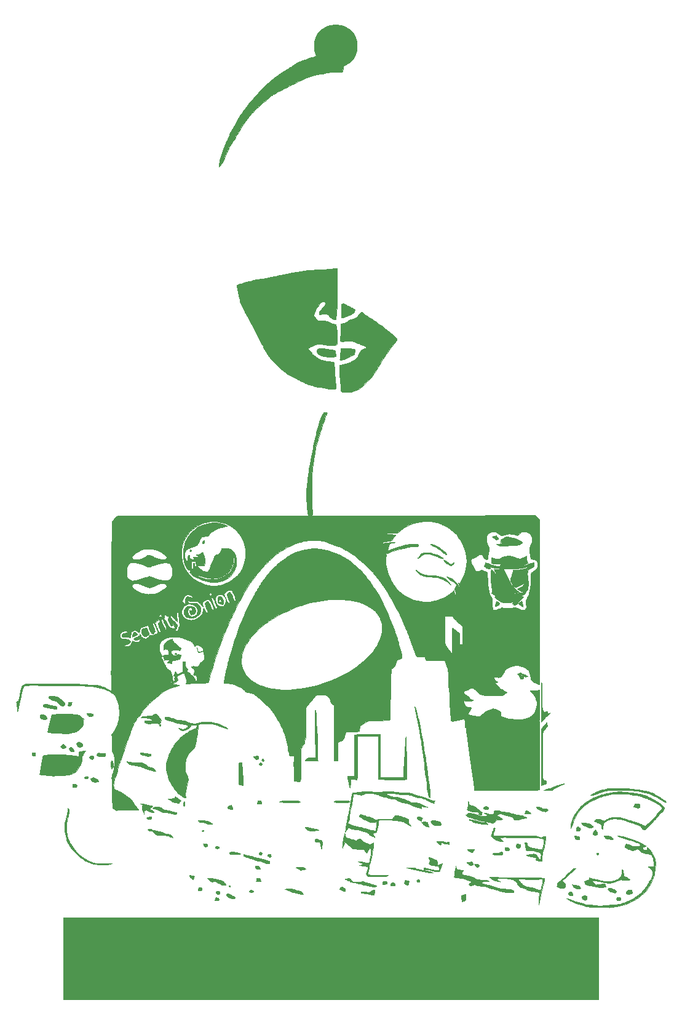
<source format=gbr>
%TF.GenerationSoftware,KiCad,Pcbnew,7.0.1*%
%TF.CreationDate,2023-09-13T18:48:40-05:00*%
%TF.ProjectId,Bsides-STL-Badge,42736964-6573-42d5-9354-4c2d42616467,rev?*%
%TF.SameCoordinates,Original*%
%TF.FileFunction,Copper,L1,Top*%
%TF.FilePolarity,Positive*%
%FSLAX46Y46*%
G04 Gerber Fmt 4.6, Leading zero omitted, Abs format (unit mm)*
G04 Created by KiCad (PCBNEW 7.0.1) date 2023-09-13 18:48:40*
%MOMM*%
%LPD*%
G01*
G04 APERTURE LIST*
%TA.AperFunction,EtchedComponent*%
%ADD10C,0.010000*%
%TD*%
%TA.AperFunction,ComponentPad*%
%ADD11C,6.000000*%
%TD*%
G04 APERTURE END LIST*
%TO.C,G\u002A\u002A\u002A*%
D10*
X164954717Y-154875747D02*
X91252383Y-154875747D01*
X91252383Y-143551580D01*
X164954717Y-143551580D01*
X164954717Y-154875747D01*
%TA.AperFunction,EtchedComponent*%
G36*
X164954717Y-154875747D02*
G01*
X91252383Y-154875747D01*
X91252383Y-143551580D01*
X164954717Y-143551580D01*
X164954717Y-154875747D01*
G37*
%TD.AperFunction*%
X167612655Y-132312652D02*
X167699340Y-132328337D01*
X167811661Y-132350332D01*
X167944403Y-132377612D01*
X168092352Y-132409150D01*
X168250293Y-132443921D01*
X168277883Y-132450107D01*
X168821123Y-132584043D01*
X169338267Y-132735441D01*
X169826800Y-132903306D01*
X170284207Y-133086647D01*
X170707974Y-133284471D01*
X171095585Y-133495784D01*
X171378152Y-133674015D01*
X171431996Y-133710684D01*
X171465081Y-133737364D01*
X171473899Y-133756742D01*
X171454940Y-133771506D01*
X171404695Y-133784342D01*
X171319656Y-133797939D01*
X171196312Y-133814984D01*
X171193592Y-133815356D01*
X171094760Y-133829343D01*
X171031939Y-133843307D01*
X170999357Y-133864045D01*
X170991242Y-133898350D01*
X171001823Y-133953017D01*
X171020717Y-134018885D01*
X171050108Y-134106190D01*
X171084397Y-134167615D01*
X171131988Y-134209356D01*
X171201282Y-134237605D01*
X171300683Y-134258560D01*
X171357633Y-134267283D01*
X171446693Y-134279616D01*
X171518278Y-134288604D01*
X171563303Y-134293160D01*
X171574126Y-134293162D01*
X171579188Y-134271599D01*
X171588357Y-134218386D01*
X171599897Y-134143802D01*
X171603310Y-134120532D01*
X171616629Y-134037739D01*
X171630010Y-133969532D01*
X171640975Y-133928226D01*
X171642853Y-133923903D01*
X171664070Y-133921551D01*
X171704842Y-133950790D01*
X171761938Y-134007533D01*
X171832127Y-134087694D01*
X171912177Y-134187186D01*
X171998857Y-134301923D01*
X172088935Y-134427817D01*
X172179180Y-134560783D01*
X172266361Y-134696734D01*
X172308342Y-134765469D01*
X172441020Y-134994817D01*
X172549789Y-135203696D01*
X172635807Y-135398755D01*
X172700230Y-135586643D01*
X172744214Y-135774010D01*
X172768917Y-135967505D01*
X172775494Y-136173778D01*
X172765103Y-136399477D01*
X172738901Y-136651253D01*
X172698043Y-136935754D01*
X172692231Y-136972281D01*
X172671678Y-137103349D01*
X172651496Y-137237341D01*
X172633683Y-137360639D01*
X172620239Y-137459628D01*
X172617515Y-137481255D01*
X172587445Y-137647265D01*
X172535872Y-137841255D01*
X172465615Y-138056556D01*
X172379492Y-138286501D01*
X172280324Y-138524420D01*
X172170930Y-138763644D01*
X172054127Y-138997506D01*
X171932735Y-139219336D01*
X171809573Y-139422465D01*
X171773878Y-139476997D01*
X171504778Y-139843256D01*
X171203273Y-140183691D01*
X170869136Y-140498437D01*
X170502136Y-140787634D01*
X170102048Y-141051417D01*
X169668642Y-141289924D01*
X169201690Y-141503293D01*
X168700965Y-141691660D01*
X168166238Y-141855164D01*
X167597280Y-141993941D01*
X167589890Y-141995533D01*
X167456623Y-142023133D01*
X167309421Y-142051815D01*
X167154750Y-142080500D01*
X166999076Y-142108108D01*
X166848863Y-142133558D01*
X166710578Y-142155771D01*
X166590685Y-142173668D01*
X166495650Y-142186167D01*
X166431939Y-142192190D01*
X166411900Y-142192291D01*
X166372786Y-142190181D01*
X166300944Y-142187686D01*
X166205973Y-142185092D01*
X166097473Y-142182686D01*
X166076550Y-142182281D01*
X165694266Y-142175144D01*
X165351663Y-142168791D01*
X165046100Y-142163013D01*
X164774938Y-142157604D01*
X164535535Y-142152355D01*
X164325250Y-142147058D01*
X164141444Y-142141505D01*
X163981475Y-142135489D01*
X163842703Y-142128801D01*
X163722487Y-142121234D01*
X163618188Y-142112579D01*
X163527163Y-142102629D01*
X163446773Y-142091175D01*
X163374376Y-142078010D01*
X163307334Y-142062926D01*
X163243003Y-142045714D01*
X163178745Y-142026168D01*
X163111919Y-142004078D01*
X163039883Y-141979237D01*
X162959998Y-141951438D01*
X162905123Y-141932541D01*
X162755332Y-141882470D01*
X162592795Y-141830051D01*
X162431733Y-141779748D01*
X162286365Y-141736022D01*
X162201389Y-141711670D01*
X161895251Y-141619999D01*
X161615450Y-141521498D01*
X161346002Y-141410203D01*
X161152584Y-141320326D01*
X161040712Y-141264215D01*
X160928039Y-141204318D01*
X160820131Y-141143993D01*
X160722553Y-141086598D01*
X160640869Y-141035492D01*
X160580644Y-140994034D01*
X160547443Y-140965581D01*
X160545336Y-140953846D01*
X160570168Y-140958843D01*
X160629322Y-140976530D01*
X160717348Y-141005100D01*
X160828796Y-141042746D01*
X160958214Y-141087658D01*
X161093716Y-141135723D01*
X161326467Y-141218131D01*
X161541157Y-141292176D01*
X161733913Y-141356604D01*
X161900865Y-141410158D01*
X162038140Y-141451583D01*
X162141866Y-141479623D01*
X162181883Y-141488621D01*
X162274928Y-141510472D01*
X162396540Y-141543849D01*
X162535677Y-141585327D01*
X162681302Y-141631483D01*
X162822373Y-141678895D01*
X162947851Y-141724138D01*
X162975633Y-141734765D01*
X163208467Y-141825113D01*
X163557717Y-141826926D01*
X163787680Y-141832640D01*
X163996986Y-141848265D01*
X164206484Y-141875377D01*
X164213883Y-141876523D01*
X164548025Y-141917061D01*
X164909840Y-141940088D01*
X165288476Y-141945635D01*
X165673079Y-141933735D01*
X166052797Y-141904420D01*
X166333298Y-141870247D01*
X166476899Y-141852027D01*
X166647938Y-141834024D01*
X166831537Y-141817583D01*
X167012815Y-141804049D01*
X167159423Y-141795572D01*
X167307330Y-141787337D01*
X167452974Y-141777083D01*
X167586734Y-141765644D01*
X167698988Y-141753858D01*
X167780118Y-141742559D01*
X167789696Y-141740828D01*
X167876168Y-141720093D01*
X167994931Y-141685293D01*
X168139259Y-141638792D01*
X168302425Y-141582951D01*
X168477704Y-141520132D01*
X168658370Y-141452698D01*
X168837696Y-141383012D01*
X169008958Y-141313434D01*
X169021556Y-141308175D01*
X169396550Y-141138246D01*
X169741350Y-140953423D01*
X170064194Y-140748130D01*
X170373323Y-140516790D01*
X170676975Y-140253825D01*
X170905808Y-140032762D01*
X171037397Y-139897610D01*
X171154091Y-139770989D01*
X171260541Y-139646616D01*
X171361396Y-139518211D01*
X171461307Y-139379489D01*
X171564923Y-139224168D01*
X171676896Y-139045966D01*
X171801875Y-138838601D01*
X171850212Y-138756847D01*
X171973249Y-138546204D01*
X172075449Y-138366714D01*
X172158794Y-138213876D01*
X172225269Y-138083188D01*
X172276856Y-137970148D01*
X172315539Y-137870254D01*
X172343302Y-137779004D01*
X172362128Y-137691896D01*
X172374000Y-137604429D01*
X172377962Y-137558965D01*
X172384763Y-137455629D01*
X172385745Y-137373178D01*
X172377544Y-137304368D01*
X172356794Y-137241955D01*
X172320130Y-137178694D01*
X172264185Y-137107342D01*
X172185595Y-137020652D01*
X172080995Y-136911382D01*
X172073525Y-136903646D01*
X171985695Y-136811951D01*
X171909527Y-136730999D01*
X171849358Y-136665521D01*
X171809524Y-136620245D01*
X171794364Y-136599900D01*
X171794435Y-136599330D01*
X171817035Y-136595414D01*
X171874795Y-136589183D01*
X171960647Y-136581297D01*
X172067522Y-136572413D01*
X172159648Y-136565310D01*
X172517163Y-136538632D01*
X172504593Y-136123981D01*
X172493909Y-135890636D01*
X172476301Y-135693696D01*
X172450394Y-135527596D01*
X172414809Y-135386774D01*
X172368169Y-135265664D01*
X172309098Y-135158704D01*
X172243500Y-135069125D01*
X172174460Y-134992126D01*
X172104642Y-134932902D01*
X172025813Y-134887723D01*
X171929735Y-134852858D01*
X171808176Y-134824577D01*
X171652899Y-134799149D01*
X171645036Y-134798019D01*
X171446392Y-134766961D01*
X171280127Y-134733396D01*
X171137234Y-134693246D01*
X171008707Y-134642436D01*
X170885541Y-134576887D01*
X170758729Y-134492525D01*
X170619266Y-134385272D01*
X170482573Y-134271813D01*
X170277564Y-134098017D01*
X170049373Y-134207862D01*
X169946741Y-134255619D01*
X169845397Y-134299943D01*
X169758368Y-134335287D01*
X169707523Y-134353456D01*
X169593863Y-134389207D01*
X169332748Y-134281406D01*
X169203970Y-134226410D01*
X169059733Y-134161912D01*
X168919888Y-134096919D01*
X168828217Y-134052468D01*
X168584800Y-133931330D01*
X168578458Y-133784792D01*
X168580806Y-133662832D01*
X168601311Y-133574389D01*
X168641905Y-133513878D01*
X168681980Y-133485832D01*
X168743653Y-133462446D01*
X168807943Y-133458821D01*
X168883776Y-133476492D01*
X168980079Y-133516993D01*
X169041265Y-133547615D01*
X169232174Y-133636575D01*
X169422908Y-133703602D01*
X169622625Y-133750650D01*
X169840486Y-133779674D01*
X170085650Y-133792627D01*
X170195059Y-133793747D01*
X170319234Y-133793447D01*
X170408532Y-133791885D01*
X170470406Y-133788068D01*
X170512311Y-133781004D01*
X170541701Y-133769699D01*
X170566032Y-133753161D01*
X170578578Y-133742663D01*
X170617700Y-133700332D01*
X170634842Y-133651087D01*
X170637967Y-133594849D01*
X170632935Y-133528428D01*
X170611751Y-133479664D01*
X170565276Y-133427785D01*
X170563883Y-133426434D01*
X170509285Y-133383210D01*
X170430584Y-133336750D01*
X170325549Y-133286210D01*
X170191951Y-133230748D01*
X170027560Y-133169519D01*
X169830145Y-133101679D01*
X169597476Y-133026384D01*
X169327324Y-132942791D01*
X169124550Y-132881813D01*
X168879917Y-132808441D01*
X168670678Y-132744486D01*
X168491404Y-132688174D01*
X168336660Y-132637730D01*
X168201017Y-132591380D01*
X168079041Y-132547347D01*
X167965301Y-132503859D01*
X167953365Y-132499153D01*
X167848291Y-132456272D01*
X167747819Y-132412888D01*
X167659272Y-132372428D01*
X167589975Y-132338321D01*
X167547251Y-132313993D01*
X167537050Y-132304320D01*
X167556820Y-132304305D01*
X167612655Y-132312652D01*
%TA.AperFunction,EtchedComponent*%
G36*
X167612655Y-132312652D02*
G01*
X167699340Y-132328337D01*
X167811661Y-132350332D01*
X167944403Y-132377612D01*
X168092352Y-132409150D01*
X168250293Y-132443921D01*
X168277883Y-132450107D01*
X168821123Y-132584043D01*
X169338267Y-132735441D01*
X169826800Y-132903306D01*
X170284207Y-133086647D01*
X170707974Y-133284471D01*
X171095585Y-133495784D01*
X171378152Y-133674015D01*
X171431996Y-133710684D01*
X171465081Y-133737364D01*
X171473899Y-133756742D01*
X171454940Y-133771506D01*
X171404695Y-133784342D01*
X171319656Y-133797939D01*
X171196312Y-133814984D01*
X171193592Y-133815356D01*
X171094760Y-133829343D01*
X171031939Y-133843307D01*
X170999357Y-133864045D01*
X170991242Y-133898350D01*
X171001823Y-133953017D01*
X171020717Y-134018885D01*
X171050108Y-134106190D01*
X171084397Y-134167615D01*
X171131988Y-134209356D01*
X171201282Y-134237605D01*
X171300683Y-134258560D01*
X171357633Y-134267283D01*
X171446693Y-134279616D01*
X171518278Y-134288604D01*
X171563303Y-134293160D01*
X171574126Y-134293162D01*
X171579188Y-134271599D01*
X171588357Y-134218386D01*
X171599897Y-134143802D01*
X171603310Y-134120532D01*
X171616629Y-134037739D01*
X171630010Y-133969532D01*
X171640975Y-133928226D01*
X171642853Y-133923903D01*
X171664070Y-133921551D01*
X171704842Y-133950790D01*
X171761938Y-134007533D01*
X171832127Y-134087694D01*
X171912177Y-134187186D01*
X171998857Y-134301923D01*
X172088935Y-134427817D01*
X172179180Y-134560783D01*
X172266361Y-134696734D01*
X172308342Y-134765469D01*
X172441020Y-134994817D01*
X172549789Y-135203696D01*
X172635807Y-135398755D01*
X172700230Y-135586643D01*
X172744214Y-135774010D01*
X172768917Y-135967505D01*
X172775494Y-136173778D01*
X172765103Y-136399477D01*
X172738901Y-136651253D01*
X172698043Y-136935754D01*
X172692231Y-136972281D01*
X172671678Y-137103349D01*
X172651496Y-137237341D01*
X172633683Y-137360639D01*
X172620239Y-137459628D01*
X172617515Y-137481255D01*
X172587445Y-137647265D01*
X172535872Y-137841255D01*
X172465615Y-138056556D01*
X172379492Y-138286501D01*
X172280324Y-138524420D01*
X172170930Y-138763644D01*
X172054127Y-138997506D01*
X171932735Y-139219336D01*
X171809573Y-139422465D01*
X171773878Y-139476997D01*
X171504778Y-139843256D01*
X171203273Y-140183691D01*
X170869136Y-140498437D01*
X170502136Y-140787634D01*
X170102048Y-141051417D01*
X169668642Y-141289924D01*
X169201690Y-141503293D01*
X168700965Y-141691660D01*
X168166238Y-141855164D01*
X167597280Y-141993941D01*
X167589890Y-141995533D01*
X167456623Y-142023133D01*
X167309421Y-142051815D01*
X167154750Y-142080500D01*
X166999076Y-142108108D01*
X166848863Y-142133558D01*
X166710578Y-142155771D01*
X166590685Y-142173668D01*
X166495650Y-142186167D01*
X166431939Y-142192190D01*
X166411900Y-142192291D01*
X166372786Y-142190181D01*
X166300944Y-142187686D01*
X166205973Y-142185092D01*
X166097473Y-142182686D01*
X166076550Y-142182281D01*
X165694266Y-142175144D01*
X165351663Y-142168791D01*
X165046100Y-142163013D01*
X164774938Y-142157604D01*
X164535535Y-142152355D01*
X164325250Y-142147058D01*
X164141444Y-142141505D01*
X163981475Y-142135489D01*
X163842703Y-142128801D01*
X163722487Y-142121234D01*
X163618188Y-142112579D01*
X163527163Y-142102629D01*
X163446773Y-142091175D01*
X163374376Y-142078010D01*
X163307334Y-142062926D01*
X163243003Y-142045714D01*
X163178745Y-142026168D01*
X163111919Y-142004078D01*
X163039883Y-141979237D01*
X162959998Y-141951438D01*
X162905123Y-141932541D01*
X162755332Y-141882470D01*
X162592795Y-141830051D01*
X162431733Y-141779748D01*
X162286365Y-141736022D01*
X162201389Y-141711670D01*
X161895251Y-141619999D01*
X161615450Y-141521498D01*
X161346002Y-141410203D01*
X161152584Y-141320326D01*
X161040712Y-141264215D01*
X160928039Y-141204318D01*
X160820131Y-141143993D01*
X160722553Y-141086598D01*
X160640869Y-141035492D01*
X160580644Y-140994034D01*
X160547443Y-140965581D01*
X160545336Y-140953846D01*
X160570168Y-140958843D01*
X160629322Y-140976530D01*
X160717348Y-141005100D01*
X160828796Y-141042746D01*
X160958214Y-141087658D01*
X161093716Y-141135723D01*
X161326467Y-141218131D01*
X161541157Y-141292176D01*
X161733913Y-141356604D01*
X161900865Y-141410158D01*
X162038140Y-141451583D01*
X162141866Y-141479623D01*
X162181883Y-141488621D01*
X162274928Y-141510472D01*
X162396540Y-141543849D01*
X162535677Y-141585327D01*
X162681302Y-141631483D01*
X162822373Y-141678895D01*
X162947851Y-141724138D01*
X162975633Y-141734765D01*
X163208467Y-141825113D01*
X163557717Y-141826926D01*
X163787680Y-141832640D01*
X163996986Y-141848265D01*
X164206484Y-141875377D01*
X164213883Y-141876523D01*
X164548025Y-141917061D01*
X164909840Y-141940088D01*
X165288476Y-141945635D01*
X165673079Y-141933735D01*
X166052797Y-141904420D01*
X166333298Y-141870247D01*
X166476899Y-141852027D01*
X166647938Y-141834024D01*
X166831537Y-141817583D01*
X167012815Y-141804049D01*
X167159423Y-141795572D01*
X167307330Y-141787337D01*
X167452974Y-141777083D01*
X167586734Y-141765644D01*
X167698988Y-141753858D01*
X167780118Y-141742559D01*
X167789696Y-141740828D01*
X167876168Y-141720093D01*
X167994931Y-141685293D01*
X168139259Y-141638792D01*
X168302425Y-141582951D01*
X168477704Y-141520132D01*
X168658370Y-141452698D01*
X168837696Y-141383012D01*
X169008958Y-141313434D01*
X169021556Y-141308175D01*
X169396550Y-141138246D01*
X169741350Y-140953423D01*
X170064194Y-140748130D01*
X170373323Y-140516790D01*
X170676975Y-140253825D01*
X170905808Y-140032762D01*
X171037397Y-139897610D01*
X171154091Y-139770989D01*
X171260541Y-139646616D01*
X171361396Y-139518211D01*
X171461307Y-139379489D01*
X171564923Y-139224168D01*
X171676896Y-139045966D01*
X171801875Y-138838601D01*
X171850212Y-138756847D01*
X171973249Y-138546204D01*
X172075449Y-138366714D01*
X172158794Y-138213876D01*
X172225269Y-138083188D01*
X172276856Y-137970148D01*
X172315539Y-137870254D01*
X172343302Y-137779004D01*
X172362128Y-137691896D01*
X172374000Y-137604429D01*
X172377962Y-137558965D01*
X172384763Y-137455629D01*
X172385745Y-137373178D01*
X172377544Y-137304368D01*
X172356794Y-137241955D01*
X172320130Y-137178694D01*
X172264185Y-137107342D01*
X172185595Y-137020652D01*
X172080995Y-136911382D01*
X172073525Y-136903646D01*
X171985695Y-136811951D01*
X171909527Y-136730999D01*
X171849358Y-136665521D01*
X171809524Y-136620245D01*
X171794364Y-136599900D01*
X171794435Y-136599330D01*
X171817035Y-136595414D01*
X171874795Y-136589183D01*
X171960647Y-136581297D01*
X172067522Y-136572413D01*
X172159648Y-136565310D01*
X172517163Y-136538632D01*
X172504593Y-136123981D01*
X172493909Y-135890636D01*
X172476301Y-135693696D01*
X172450394Y-135527596D01*
X172414809Y-135386774D01*
X172368169Y-135265664D01*
X172309098Y-135158704D01*
X172243500Y-135069125D01*
X172174460Y-134992126D01*
X172104642Y-134932902D01*
X172025813Y-134887723D01*
X171929735Y-134852858D01*
X171808176Y-134824577D01*
X171652899Y-134799149D01*
X171645036Y-134798019D01*
X171446392Y-134766961D01*
X171280127Y-134733396D01*
X171137234Y-134693246D01*
X171008707Y-134642436D01*
X170885541Y-134576887D01*
X170758729Y-134492525D01*
X170619266Y-134385272D01*
X170482573Y-134271813D01*
X170277564Y-134098017D01*
X170049373Y-134207862D01*
X169946741Y-134255619D01*
X169845397Y-134299943D01*
X169758368Y-134335287D01*
X169707523Y-134353456D01*
X169593863Y-134389207D01*
X169332748Y-134281406D01*
X169203970Y-134226410D01*
X169059733Y-134161912D01*
X168919888Y-134096919D01*
X168828217Y-134052468D01*
X168584800Y-133931330D01*
X168578458Y-133784792D01*
X168580806Y-133662832D01*
X168601311Y-133574389D01*
X168641905Y-133513878D01*
X168681980Y-133485832D01*
X168743653Y-133462446D01*
X168807943Y-133458821D01*
X168883776Y-133476492D01*
X168980079Y-133516993D01*
X169041265Y-133547615D01*
X169232174Y-133636575D01*
X169422908Y-133703602D01*
X169622625Y-133750650D01*
X169840486Y-133779674D01*
X170085650Y-133792627D01*
X170195059Y-133793747D01*
X170319234Y-133793447D01*
X170408532Y-133791885D01*
X170470406Y-133788068D01*
X170512311Y-133781004D01*
X170541701Y-133769699D01*
X170566032Y-133753161D01*
X170578578Y-133742663D01*
X170617700Y-133700332D01*
X170634842Y-133651087D01*
X170637967Y-133594849D01*
X170632935Y-133528428D01*
X170611751Y-133479664D01*
X170565276Y-133427785D01*
X170563883Y-133426434D01*
X170509285Y-133383210D01*
X170430584Y-133336750D01*
X170325549Y-133286210D01*
X170191951Y-133230748D01*
X170027560Y-133169519D01*
X169830145Y-133101679D01*
X169597476Y-133026384D01*
X169327324Y-132942791D01*
X169124550Y-132881813D01*
X168879917Y-132808441D01*
X168670678Y-132744486D01*
X168491404Y-132688174D01*
X168336660Y-132637730D01*
X168201017Y-132591380D01*
X168079041Y-132547347D01*
X167965301Y-132503859D01*
X167953365Y-132499153D01*
X167848291Y-132456272D01*
X167747819Y-132412888D01*
X167659272Y-132372428D01*
X167589975Y-132338321D01*
X167547251Y-132313993D01*
X167537050Y-132304320D01*
X167556820Y-132304305D01*
X167612655Y-132312652D01*
G37*
%TD.AperFunction*%
X152480333Y-138228164D02*
X153798245Y-138228164D01*
X153910189Y-138416967D01*
X153976740Y-138519844D01*
X154056685Y-138624482D01*
X154156787Y-138739151D01*
X154276133Y-138864314D01*
X154374674Y-138963417D01*
X154452206Y-139037588D01*
X154516461Y-139092978D01*
X154575170Y-139135736D01*
X154636064Y-139172013D01*
X154706877Y-139207959D01*
X154710050Y-139209489D01*
X154868442Y-139275119D01*
X155030467Y-139318111D01*
X155091050Y-139329079D01*
X155284565Y-139365451D01*
X155506532Y-139415116D01*
X155746237Y-139475293D01*
X155992967Y-139543204D01*
X156236009Y-139616071D01*
X156392800Y-139666731D01*
X156533781Y-139713773D01*
X156640321Y-139748980D01*
X156718170Y-139773812D01*
X156773079Y-139789733D01*
X156810796Y-139798203D01*
X156837072Y-139800684D01*
X156857657Y-139798640D01*
X156878300Y-139793532D01*
X156884686Y-139791802D01*
X156931006Y-139764769D01*
X156973313Y-139707502D01*
X157013447Y-139616396D01*
X157053249Y-139487848D01*
X157067111Y-139434664D01*
X157128714Y-139169745D01*
X157172779Y-138935860D01*
X157199158Y-138734483D01*
X157207704Y-138567089D01*
X157198269Y-138435151D01*
X157175765Y-138351417D01*
X157143814Y-138274947D01*
X156927057Y-138288824D01*
X156854004Y-138292479D01*
X156745313Y-138296534D01*
X156607671Y-138300806D01*
X156447770Y-138305113D01*
X156272299Y-138309271D01*
X156087948Y-138313096D01*
X155948300Y-138315629D01*
X155725042Y-138319060D01*
X155535542Y-138320868D01*
X155371244Y-138320695D01*
X155223590Y-138318183D01*
X155084025Y-138312973D01*
X154943991Y-138304706D01*
X154794933Y-138293025D01*
X154628293Y-138277571D01*
X154435516Y-138257986D01*
X154344973Y-138248471D01*
X154223217Y-138236891D01*
X154105867Y-138228032D01*
X154004371Y-138222604D01*
X153930173Y-138221318D01*
X153915529Y-138221814D01*
X153798245Y-138228164D01*
X152480333Y-138228164D01*
X152253845Y-138203985D01*
X151948916Y-138184153D01*
X151657642Y-138177790D01*
X151386054Y-138184829D01*
X151140186Y-138205205D01*
X150926067Y-138238851D01*
X150849595Y-138256278D01*
X150703891Y-138293118D01*
X151024754Y-138445849D01*
X151132324Y-138496528D01*
X151226909Y-138540096D01*
X151301776Y-138573533D01*
X151350194Y-138593816D01*
X151365000Y-138598580D01*
X151392768Y-138614058D01*
X151398947Y-138622142D01*
X151391280Y-138635560D01*
X151349326Y-138638939D01*
X151279604Y-138633510D01*
X151188630Y-138620507D01*
X151082923Y-138601162D01*
X150969002Y-138576708D01*
X150853383Y-138548378D01*
X150742586Y-138517403D01*
X150643128Y-138485017D01*
X150611084Y-138473146D01*
X150524021Y-138434646D01*
X150425805Y-138383177D01*
X150322213Y-138322745D01*
X150219022Y-138257355D01*
X150122010Y-138191012D01*
X150036955Y-138127721D01*
X149969635Y-138071487D01*
X149925827Y-138026315D01*
X149911308Y-137996209D01*
X149914149Y-137990038D01*
X149945834Y-137980672D01*
X150013544Y-137975539D01*
X150111208Y-137974381D01*
X150232756Y-137976941D01*
X150372118Y-137982962D01*
X150523223Y-137992187D01*
X150680002Y-138004357D01*
X150836384Y-138019216D01*
X150974133Y-138034971D01*
X151243440Y-138067279D01*
X151480077Y-138092202D01*
X151692990Y-138110133D01*
X151891121Y-138121463D01*
X152083416Y-138126584D01*
X152278817Y-138125887D01*
X152486269Y-138119765D01*
X152688633Y-138110051D01*
X152784828Y-138104833D01*
X152873186Y-138100217D01*
X152956633Y-138096196D01*
X153038099Y-138092763D01*
X153120509Y-138089913D01*
X153206792Y-138087638D01*
X153299875Y-138085933D01*
X153402685Y-138084790D01*
X153518149Y-138084204D01*
X153649196Y-138084168D01*
X153798752Y-138084676D01*
X153969746Y-138085720D01*
X154165103Y-138087296D01*
X154387753Y-138089395D01*
X154640622Y-138092012D01*
X154926637Y-138095141D01*
X155248727Y-138098775D01*
X155609818Y-138102907D01*
X155662550Y-138103512D01*
X155968348Y-138107074D01*
X156234673Y-138110329D01*
X156464384Y-138113370D01*
X156660340Y-138116291D01*
X156825399Y-138119187D01*
X156962420Y-138122153D01*
X157074262Y-138125281D01*
X157163784Y-138128667D01*
X157233843Y-138132405D01*
X157287300Y-138136589D01*
X157327012Y-138141314D01*
X157355838Y-138146673D01*
X157376637Y-138152761D01*
X157392267Y-138159673D01*
X157394014Y-138160607D01*
X157443646Y-138194388D01*
X157474708Y-138227937D01*
X157476880Y-138232467D01*
X157480040Y-138278410D01*
X157469636Y-138363233D01*
X157445917Y-138485800D01*
X157409129Y-138644975D01*
X157359523Y-138839622D01*
X157297345Y-139068603D01*
X157283218Y-139119151D01*
X157228651Y-139323682D01*
X157171340Y-139556728D01*
X157114396Y-139804879D01*
X157060931Y-140054724D01*
X157028326Y-140217830D01*
X156987254Y-140426564D01*
X156944990Y-140634915D01*
X156902508Y-140838587D01*
X156860777Y-141033283D01*
X156820770Y-141214709D01*
X156783457Y-141378567D01*
X156749810Y-141520561D01*
X156720800Y-141636396D01*
X156697399Y-141721774D01*
X156680577Y-141772401D01*
X156674202Y-141784164D01*
X156665529Y-141776268D01*
X156660812Y-141730957D01*
X156660001Y-141646759D01*
X156663048Y-141522206D01*
X156664285Y-141487830D01*
X156672418Y-141339348D01*
X156685717Y-141170011D01*
X156702334Y-141000712D01*
X156720360Y-140852830D01*
X156737073Y-140720587D01*
X156751615Y-140583187D01*
X156762601Y-140455316D01*
X156768647Y-140351657D01*
X156769139Y-140335223D01*
X156773800Y-140135116D01*
X156583300Y-140085687D01*
X156504677Y-140067059D01*
X156393735Y-140043224D01*
X156259886Y-140016078D01*
X156112545Y-139987517D01*
X155961124Y-139959436D01*
X155916550Y-139951431D01*
X155711969Y-139914552D01*
X155542710Y-139882973D01*
X155402279Y-139855370D01*
X155284186Y-139830423D01*
X155181939Y-139806807D01*
X155089047Y-139783202D01*
X155083801Y-139781803D01*
X155031813Y-139764384D01*
X155012080Y-139743716D01*
X155014761Y-139711083D01*
X155017164Y-139676085D01*
X154994147Y-139657576D01*
X154958510Y-139648675D01*
X154883870Y-139630148D01*
X154781195Y-139599421D01*
X154661632Y-139560328D01*
X154536326Y-139516699D01*
X154416424Y-139472368D01*
X154313070Y-139431167D01*
X154265550Y-139410421D01*
X154116718Y-139338641D01*
X154005106Y-139276204D01*
X153927252Y-139220754D01*
X153879691Y-139169933D01*
X153862759Y-139136439D01*
X153830807Y-139065750D01*
X153777223Y-138974085D01*
X153709144Y-138871528D01*
X153633702Y-138768164D01*
X153558033Y-138674076D01*
X153489270Y-138599347D01*
X153469923Y-138581200D01*
X153361452Y-138492177D01*
X153252378Y-138420553D01*
X153135003Y-138363396D01*
X153001629Y-138317777D01*
X152844556Y-138280767D01*
X152656086Y-138249436D01*
X152566398Y-138237352D01*
X152480333Y-138228164D01*
%TA.AperFunction,EtchedComponent*%
G36*
X152480333Y-138228164D02*
G01*
X153798245Y-138228164D01*
X153910189Y-138416967D01*
X153976740Y-138519844D01*
X154056685Y-138624482D01*
X154156787Y-138739151D01*
X154276133Y-138864314D01*
X154374674Y-138963417D01*
X154452206Y-139037588D01*
X154516461Y-139092978D01*
X154575170Y-139135736D01*
X154636064Y-139172013D01*
X154706877Y-139207959D01*
X154710050Y-139209489D01*
X154868442Y-139275119D01*
X155030467Y-139318111D01*
X155091050Y-139329079D01*
X155284565Y-139365451D01*
X155506532Y-139415116D01*
X155746237Y-139475293D01*
X155992967Y-139543204D01*
X156236009Y-139616071D01*
X156392800Y-139666731D01*
X156533781Y-139713773D01*
X156640321Y-139748980D01*
X156718170Y-139773812D01*
X156773079Y-139789733D01*
X156810796Y-139798203D01*
X156837072Y-139800684D01*
X156857657Y-139798640D01*
X156878300Y-139793532D01*
X156884686Y-139791802D01*
X156931006Y-139764769D01*
X156973313Y-139707502D01*
X157013447Y-139616396D01*
X157053249Y-139487848D01*
X157067111Y-139434664D01*
X157128714Y-139169745D01*
X157172779Y-138935860D01*
X157199158Y-138734483D01*
X157207704Y-138567089D01*
X157198269Y-138435151D01*
X157175765Y-138351417D01*
X157143814Y-138274947D01*
X156927057Y-138288824D01*
X156854004Y-138292479D01*
X156745313Y-138296534D01*
X156607671Y-138300806D01*
X156447770Y-138305113D01*
X156272299Y-138309271D01*
X156087948Y-138313096D01*
X155948300Y-138315629D01*
X155725042Y-138319060D01*
X155535542Y-138320868D01*
X155371244Y-138320695D01*
X155223590Y-138318183D01*
X155084025Y-138312973D01*
X154943991Y-138304706D01*
X154794933Y-138293025D01*
X154628293Y-138277571D01*
X154435516Y-138257986D01*
X154344973Y-138248471D01*
X154223217Y-138236891D01*
X154105867Y-138228032D01*
X154004371Y-138222604D01*
X153930173Y-138221318D01*
X153915529Y-138221814D01*
X153798245Y-138228164D01*
X152480333Y-138228164D01*
X152253845Y-138203985D01*
X151948916Y-138184153D01*
X151657642Y-138177790D01*
X151386054Y-138184829D01*
X151140186Y-138205205D01*
X150926067Y-138238851D01*
X150849595Y-138256278D01*
X150703891Y-138293118D01*
X151024754Y-138445849D01*
X151132324Y-138496528D01*
X151226909Y-138540096D01*
X151301776Y-138573533D01*
X151350194Y-138593816D01*
X151365000Y-138598580D01*
X151392768Y-138614058D01*
X151398947Y-138622142D01*
X151391280Y-138635560D01*
X151349326Y-138638939D01*
X151279604Y-138633510D01*
X151188630Y-138620507D01*
X151082923Y-138601162D01*
X150969002Y-138576708D01*
X150853383Y-138548378D01*
X150742586Y-138517403D01*
X150643128Y-138485017D01*
X150611084Y-138473146D01*
X150524021Y-138434646D01*
X150425805Y-138383177D01*
X150322213Y-138322745D01*
X150219022Y-138257355D01*
X150122010Y-138191012D01*
X150036955Y-138127721D01*
X149969635Y-138071487D01*
X149925827Y-138026315D01*
X149911308Y-137996209D01*
X149914149Y-137990038D01*
X149945834Y-137980672D01*
X150013544Y-137975539D01*
X150111208Y-137974381D01*
X150232756Y-137976941D01*
X150372118Y-137982962D01*
X150523223Y-137992187D01*
X150680002Y-138004357D01*
X150836384Y-138019216D01*
X150974133Y-138034971D01*
X151243440Y-138067279D01*
X151480077Y-138092202D01*
X151692990Y-138110133D01*
X151891121Y-138121463D01*
X152083416Y-138126584D01*
X152278817Y-138125887D01*
X152486269Y-138119765D01*
X152688633Y-138110051D01*
X152784828Y-138104833D01*
X152873186Y-138100217D01*
X152956633Y-138096196D01*
X153038099Y-138092763D01*
X153120509Y-138089913D01*
X153206792Y-138087638D01*
X153299875Y-138085933D01*
X153402685Y-138084790D01*
X153518149Y-138084204D01*
X153649196Y-138084168D01*
X153798752Y-138084676D01*
X153969746Y-138085720D01*
X154165103Y-138087296D01*
X154387753Y-138089395D01*
X154640622Y-138092012D01*
X154926637Y-138095141D01*
X155248727Y-138098775D01*
X155609818Y-138102907D01*
X155662550Y-138103512D01*
X155968348Y-138107074D01*
X156234673Y-138110329D01*
X156464384Y-138113370D01*
X156660340Y-138116291D01*
X156825399Y-138119187D01*
X156962420Y-138122153D01*
X157074262Y-138125281D01*
X157163784Y-138128667D01*
X157233843Y-138132405D01*
X157287300Y-138136589D01*
X157327012Y-138141314D01*
X157355838Y-138146673D01*
X157376637Y-138152761D01*
X157392267Y-138159673D01*
X157394014Y-138160607D01*
X157443646Y-138194388D01*
X157474708Y-138227937D01*
X157476880Y-138232467D01*
X157480040Y-138278410D01*
X157469636Y-138363233D01*
X157445917Y-138485800D01*
X157409129Y-138644975D01*
X157359523Y-138839622D01*
X157297345Y-139068603D01*
X157283218Y-139119151D01*
X157228651Y-139323682D01*
X157171340Y-139556728D01*
X157114396Y-139804879D01*
X157060931Y-140054724D01*
X157028326Y-140217830D01*
X156987254Y-140426564D01*
X156944990Y-140634915D01*
X156902508Y-140838587D01*
X156860777Y-141033283D01*
X156820770Y-141214709D01*
X156783457Y-141378567D01*
X156749810Y-141520561D01*
X156720800Y-141636396D01*
X156697399Y-141721774D01*
X156680577Y-141772401D01*
X156674202Y-141784164D01*
X156665529Y-141776268D01*
X156660812Y-141730957D01*
X156660001Y-141646759D01*
X156663048Y-141522206D01*
X156664285Y-141487830D01*
X156672418Y-141339348D01*
X156685717Y-141170011D01*
X156702334Y-141000712D01*
X156720360Y-140852830D01*
X156737073Y-140720587D01*
X156751615Y-140583187D01*
X156762601Y-140455316D01*
X156768647Y-140351657D01*
X156769139Y-140335223D01*
X156773800Y-140135116D01*
X156583300Y-140085687D01*
X156504677Y-140067059D01*
X156393735Y-140043224D01*
X156259886Y-140016078D01*
X156112545Y-139987517D01*
X155961124Y-139959436D01*
X155916550Y-139951431D01*
X155711969Y-139914552D01*
X155542710Y-139882973D01*
X155402279Y-139855370D01*
X155284186Y-139830423D01*
X155181939Y-139806807D01*
X155089047Y-139783202D01*
X155083801Y-139781803D01*
X155031813Y-139764384D01*
X155012080Y-139743716D01*
X155014761Y-139711083D01*
X155017164Y-139676085D01*
X154994147Y-139657576D01*
X154958510Y-139648675D01*
X154883870Y-139630148D01*
X154781195Y-139599421D01*
X154661632Y-139560328D01*
X154536326Y-139516699D01*
X154416424Y-139472368D01*
X154313070Y-139431167D01*
X154265550Y-139410421D01*
X154116718Y-139338641D01*
X154005106Y-139276204D01*
X153927252Y-139220754D01*
X153879691Y-139169933D01*
X153862759Y-139136439D01*
X153830807Y-139065750D01*
X153777223Y-138974085D01*
X153709144Y-138871528D01*
X153633702Y-138768164D01*
X153558033Y-138674076D01*
X153489270Y-138599347D01*
X153469923Y-138581200D01*
X153361452Y-138492177D01*
X153252378Y-138420553D01*
X153135003Y-138363396D01*
X153001629Y-138317777D01*
X152844556Y-138280767D01*
X152656086Y-138249436D01*
X152566398Y-138237352D01*
X152480333Y-138228164D01*
G37*
%TD.AperFunction*%
X146628071Y-141169258D02*
X146569183Y-141216214D01*
X146523189Y-141241928D01*
X146449416Y-141272157D01*
X146361464Y-141302477D01*
X146272934Y-141328470D01*
X146197426Y-141345713D01*
X146156854Y-141350247D01*
X146138465Y-141335329D01*
X146118664Y-141288097D01*
X146096137Y-141204837D01*
X146080184Y-141133289D01*
X146050610Y-140988306D01*
X146030900Y-140876549D01*
X146020275Y-140790270D01*
X146017957Y-140721721D01*
X146023168Y-140663153D01*
X146029594Y-140629539D01*
X146054755Y-140559399D01*
X146098052Y-140505797D01*
X146164590Y-140466349D01*
X146259478Y-140438670D01*
X146387821Y-140420377D01*
X146495188Y-140412177D01*
X146651743Y-140402956D01*
X146628071Y-141169258D01*
%TA.AperFunction,EtchedComponent*%
G36*
X146628071Y-141169258D02*
G01*
X146569183Y-141216214D01*
X146523189Y-141241928D01*
X146449416Y-141272157D01*
X146361464Y-141302477D01*
X146272934Y-141328470D01*
X146197426Y-141345713D01*
X146156854Y-141350247D01*
X146138465Y-141335329D01*
X146118664Y-141288097D01*
X146096137Y-141204837D01*
X146080184Y-141133289D01*
X146050610Y-140988306D01*
X146030900Y-140876549D01*
X146020275Y-140790270D01*
X146017957Y-140721721D01*
X146023168Y-140663153D01*
X146029594Y-140629539D01*
X146054755Y-140559399D01*
X146098052Y-140505797D01*
X146164590Y-140466349D01*
X146259478Y-140438670D01*
X146387821Y-140420377D01*
X146495188Y-140412177D01*
X146651743Y-140402956D01*
X146628071Y-141169258D01*
G37*
%TD.AperFunction*%
X167805915Y-140784451D02*
X167893387Y-140816632D01*
X167946722Y-140871027D01*
X167960464Y-140904779D01*
X167979968Y-141011644D01*
X167975715Y-141099698D01*
X167948289Y-141161140D01*
X167940618Y-141169062D01*
X167851216Y-141224327D01*
X167741057Y-141254854D01*
X167624922Y-141258907D01*
X167517591Y-141234751D01*
X167489809Y-141222003D01*
X167413087Y-141163238D01*
X167364463Y-141087926D01*
X167347981Y-141005897D01*
X167367685Y-140926978D01*
X167368106Y-140926186D01*
X167414672Y-140874301D01*
X167489280Y-140827127D01*
X167577694Y-140791550D01*
X167665677Y-140774459D01*
X167682987Y-140773862D01*
X167805915Y-140784451D01*
%TA.AperFunction,EtchedComponent*%
G36*
X167805915Y-140784451D02*
G01*
X167893387Y-140816632D01*
X167946722Y-140871027D01*
X167960464Y-140904779D01*
X167979968Y-141011644D01*
X167975715Y-141099698D01*
X167948289Y-141161140D01*
X167940618Y-141169062D01*
X167851216Y-141224327D01*
X167741057Y-141254854D01*
X167624922Y-141258907D01*
X167517591Y-141234751D01*
X167489809Y-141222003D01*
X167413087Y-141163238D01*
X167364463Y-141087926D01*
X167347981Y-141005897D01*
X167367685Y-140926978D01*
X167368106Y-140926186D01*
X167414672Y-140874301D01*
X167489280Y-140827127D01*
X167577694Y-140791550D01*
X167665677Y-140774459D01*
X167682987Y-140773862D01*
X167805915Y-140784451D01*
G37*
%TD.AperFunction*%
X112399190Y-140852776D02*
X112477351Y-140875448D01*
X112544436Y-140899518D01*
X112581252Y-140917171D01*
X112623755Y-140967413D01*
X112645758Y-141042470D01*
X112643403Y-141128230D01*
X112641537Y-141137500D01*
X112634338Y-141163857D01*
X112621862Y-141183266D01*
X112597747Y-141197476D01*
X112555633Y-141208233D01*
X112489161Y-141217283D01*
X112391970Y-141226373D01*
X112286786Y-141234932D01*
X112201597Y-141240350D01*
X112149547Y-141239236D01*
X112121808Y-141230604D01*
X112110185Y-141215219D01*
X112110182Y-141176364D01*
X112124149Y-141112054D01*
X112147871Y-141035063D01*
X112177133Y-140958167D01*
X112207720Y-140894138D01*
X112225046Y-140867093D01*
X112262914Y-140817856D01*
X112399190Y-140852776D01*
%TA.AperFunction,EtchedComponent*%
G36*
X112399190Y-140852776D02*
G01*
X112477351Y-140875448D01*
X112544436Y-140899518D01*
X112581252Y-140917171D01*
X112623755Y-140967413D01*
X112645758Y-141042470D01*
X112643403Y-141128230D01*
X112641537Y-141137500D01*
X112634338Y-141163857D01*
X112621862Y-141183266D01*
X112597747Y-141197476D01*
X112555633Y-141208233D01*
X112489161Y-141217283D01*
X112391970Y-141226373D01*
X112286786Y-141234932D01*
X112201597Y-141240350D01*
X112149547Y-141239236D01*
X112121808Y-141230604D01*
X112110185Y-141215219D01*
X112110182Y-141176364D01*
X112124149Y-141112054D01*
X112147871Y-141035063D01*
X112177133Y-140958167D01*
X112207720Y-140894138D01*
X112225046Y-140867093D01*
X112262914Y-140817856D01*
X112399190Y-140852776D01*
G37*
%TD.AperFunction*%
X163091379Y-140572898D02*
X163178916Y-140587618D01*
X163207741Y-140597163D01*
X163278928Y-140645882D01*
X163324009Y-140723239D01*
X163344444Y-140832237D01*
X163346050Y-140881905D01*
X163342554Y-140961628D01*
X163328872Y-141016211D01*
X163300215Y-141062504D01*
X163291773Y-141072837D01*
X163226946Y-141126981D01*
X163145781Y-141163705D01*
X163064432Y-141177245D01*
X163017967Y-141170511D01*
X162982957Y-141161013D01*
X162937340Y-141150298D01*
X162883701Y-141125526D01*
X162816618Y-141077161D01*
X162747883Y-141015600D01*
X162689285Y-140951243D01*
X162656508Y-140902604D01*
X162628740Y-140809694D01*
X162639497Y-140722712D01*
X162685308Y-140649729D01*
X162762701Y-140598812D01*
X162791388Y-140589094D01*
X162880987Y-140573314D01*
X162986527Y-140568023D01*
X163091379Y-140572898D01*
%TA.AperFunction,EtchedComponent*%
G36*
X163091379Y-140572898D02*
G01*
X163178916Y-140587618D01*
X163207741Y-140597163D01*
X163278928Y-140645882D01*
X163324009Y-140723239D01*
X163344444Y-140832237D01*
X163346050Y-140881905D01*
X163342554Y-140961628D01*
X163328872Y-141016211D01*
X163300215Y-141062504D01*
X163291773Y-141072837D01*
X163226946Y-141126981D01*
X163145781Y-141163705D01*
X163064432Y-141177245D01*
X163017967Y-141170511D01*
X162982957Y-141161013D01*
X162937340Y-141150298D01*
X162883701Y-141125526D01*
X162816618Y-141077161D01*
X162747883Y-141015600D01*
X162689285Y-140951243D01*
X162656508Y-140902604D01*
X162628740Y-140809694D01*
X162639497Y-140722712D01*
X162685308Y-140649729D01*
X162762701Y-140598812D01*
X162791388Y-140589094D01*
X162880987Y-140573314D01*
X162986527Y-140568023D01*
X163091379Y-140572898D01*
G37*
%TD.AperFunction*%
X113915095Y-140277846D02*
X113979952Y-140296610D01*
X114072712Y-140334634D01*
X114185811Y-140388068D01*
X114311681Y-140453063D01*
X114442758Y-140525771D01*
X114571474Y-140602343D01*
X114646842Y-140650112D01*
X114751249Y-140720248D01*
X114821833Y-140774583D01*
X114861641Y-140818122D01*
X114873718Y-140855866D01*
X114861110Y-140892817D01*
X114826865Y-140933980D01*
X114822429Y-140938459D01*
X114777423Y-140972711D01*
X114722429Y-140987156D01*
X114668970Y-140988742D01*
X114604669Y-140986415D01*
X114557768Y-140982428D01*
X114546300Y-140980244D01*
X114517793Y-140971491D01*
X114458947Y-140953692D01*
X114379979Y-140929935D01*
X114334633Y-140916333D01*
X114192418Y-140869305D01*
X114056323Y-140816192D01*
X113934991Y-140760947D01*
X113837066Y-140707523D01*
X113771193Y-140659872D01*
X113768773Y-140657594D01*
X113712265Y-140577488D01*
X113695976Y-140486719D01*
X113720772Y-140390225D01*
X113721589Y-140388489D01*
X113770569Y-140314624D01*
X113832449Y-140278901D01*
X113913698Y-140277622D01*
X113915095Y-140277846D01*
%TA.AperFunction,EtchedComponent*%
G36*
X113915095Y-140277846D02*
G01*
X113979952Y-140296610D01*
X114072712Y-140334634D01*
X114185811Y-140388068D01*
X114311681Y-140453063D01*
X114442758Y-140525771D01*
X114571474Y-140602343D01*
X114646842Y-140650112D01*
X114751249Y-140720248D01*
X114821833Y-140774583D01*
X114861641Y-140818122D01*
X114873718Y-140855866D01*
X114861110Y-140892817D01*
X114826865Y-140933980D01*
X114822429Y-140938459D01*
X114777423Y-140972711D01*
X114722429Y-140987156D01*
X114668970Y-140988742D01*
X114604669Y-140986415D01*
X114557768Y-140982428D01*
X114546300Y-140980244D01*
X114517793Y-140971491D01*
X114458947Y-140953692D01*
X114379979Y-140929935D01*
X114334633Y-140916333D01*
X114192418Y-140869305D01*
X114056323Y-140816192D01*
X113934991Y-140760947D01*
X113837066Y-140707523D01*
X113771193Y-140659872D01*
X113768773Y-140657594D01*
X113712265Y-140577488D01*
X113695976Y-140486719D01*
X113720772Y-140390225D01*
X113721589Y-140388489D01*
X113770569Y-140314624D01*
X113832449Y-140278901D01*
X113913698Y-140277622D01*
X113915095Y-140277846D01*
G37*
%TD.AperFunction*%
X161164103Y-140035047D02*
X161181944Y-140041283D01*
X161222917Y-140059919D01*
X161251288Y-140084958D01*
X161274174Y-140126786D01*
X161298697Y-140195788D01*
X161308021Y-140225205D01*
X161334005Y-140313674D01*
X161356058Y-140398527D01*
X161369492Y-140461699D01*
X161369658Y-140462726D01*
X161382960Y-140545914D01*
X161163297Y-140544572D01*
X161065955Y-140542171D01*
X160980246Y-140536779D01*
X160917753Y-140529298D01*
X160895068Y-140523739D01*
X160848902Y-140485233D01*
X160811616Y-140417342D01*
X160789001Y-140332901D01*
X160784883Y-140279520D01*
X160792494Y-140222604D01*
X160820706Y-140171283D01*
X160865304Y-140121846D01*
X160959819Y-140050917D01*
X161059460Y-140021973D01*
X161164103Y-140035047D01*
%TA.AperFunction,EtchedComponent*%
G36*
X161164103Y-140035047D02*
G01*
X161181944Y-140041283D01*
X161222917Y-140059919D01*
X161251288Y-140084958D01*
X161274174Y-140126786D01*
X161298697Y-140195788D01*
X161308021Y-140225205D01*
X161334005Y-140313674D01*
X161356058Y-140398527D01*
X161369492Y-140461699D01*
X161369658Y-140462726D01*
X161382960Y-140545914D01*
X161163297Y-140544572D01*
X161065955Y-140542171D01*
X160980246Y-140536779D01*
X160917753Y-140529298D01*
X160895068Y-140523739D01*
X160848902Y-140485233D01*
X160811616Y-140417342D01*
X160789001Y-140332901D01*
X160784883Y-140279520D01*
X160792494Y-140222604D01*
X160820706Y-140171283D01*
X160865304Y-140121846D01*
X160959819Y-140050917D01*
X161059460Y-140021973D01*
X161164103Y-140035047D01*
G37*
%TD.AperFunction*%
X134035650Y-139807933D02*
X134085227Y-139815321D01*
X134102386Y-139823151D01*
X134103991Y-139850609D01*
X134099501Y-139909939D01*
X134090269Y-139991342D01*
X134077645Y-140085015D01*
X134062980Y-140181159D01*
X134047625Y-140269971D01*
X134032931Y-140341653D01*
X134028335Y-140360345D01*
X134004638Y-140420285D01*
X133967375Y-140459366D01*
X133911795Y-140478071D01*
X133833149Y-140476883D01*
X133726685Y-140456286D01*
X133587654Y-140416763D01*
X133559780Y-140407987D01*
X133442769Y-140373478D01*
X133316150Y-140340516D01*
X133199405Y-140314007D01*
X133147030Y-140304051D01*
X133060121Y-140291447D01*
X132944347Y-140277754D01*
X132811019Y-140263994D01*
X132671446Y-140251188D01*
X132536938Y-140240358D01*
X132418805Y-140232524D01*
X132328358Y-140228708D01*
X132310425Y-140228500D01*
X132276070Y-140225691D01*
X132258853Y-140210168D01*
X132252874Y-140171085D01*
X132252217Y-140121476D01*
X132252217Y-140014538D01*
X132437425Y-140027301D01*
X132630541Y-140040901D01*
X132806755Y-140053885D01*
X132961100Y-140065853D01*
X133088609Y-140076408D01*
X133184315Y-140085151D01*
X133243251Y-140091685D01*
X133247050Y-140092219D01*
X133288349Y-140093979D01*
X133331401Y-140083912D01*
X133386061Y-140058060D01*
X133462182Y-140012466D01*
X133490467Y-139994482D01*
X133614751Y-139917801D01*
X133714761Y-139864027D01*
X133799309Y-139829660D01*
X133877206Y-139811197D01*
X133957264Y-139805140D01*
X133967222Y-139805080D01*
X134035650Y-139807933D01*
%TA.AperFunction,EtchedComponent*%
G36*
X134035650Y-139807933D02*
G01*
X134085227Y-139815321D01*
X134102386Y-139823151D01*
X134103991Y-139850609D01*
X134099501Y-139909939D01*
X134090269Y-139991342D01*
X134077645Y-140085015D01*
X134062980Y-140181159D01*
X134047625Y-140269971D01*
X134032931Y-140341653D01*
X134028335Y-140360345D01*
X134004638Y-140420285D01*
X133967375Y-140459366D01*
X133911795Y-140478071D01*
X133833149Y-140476883D01*
X133726685Y-140456286D01*
X133587654Y-140416763D01*
X133559780Y-140407987D01*
X133442769Y-140373478D01*
X133316150Y-140340516D01*
X133199405Y-140314007D01*
X133147030Y-140304051D01*
X133060121Y-140291447D01*
X132944347Y-140277754D01*
X132811019Y-140263994D01*
X132671446Y-140251188D01*
X132536938Y-140240358D01*
X132418805Y-140232524D01*
X132328358Y-140228708D01*
X132310425Y-140228500D01*
X132276070Y-140225691D01*
X132258853Y-140210168D01*
X132252874Y-140171085D01*
X132252217Y-140121476D01*
X132252217Y-140014538D01*
X132437425Y-140027301D01*
X132630541Y-140040901D01*
X132806755Y-140053885D01*
X132961100Y-140065853D01*
X133088609Y-140076408D01*
X133184315Y-140085151D01*
X133243251Y-140091685D01*
X133247050Y-140092219D01*
X133288349Y-140093979D01*
X133331401Y-140083912D01*
X133386061Y-140058060D01*
X133462182Y-140012466D01*
X133490467Y-139994482D01*
X133614751Y-139917801D01*
X133714761Y-139864027D01*
X133799309Y-139829660D01*
X133877206Y-139811197D01*
X133957264Y-139805140D01*
X133967222Y-139805080D01*
X134035650Y-139807933D01*
G37*
%TD.AperFunction*%
X112611048Y-139958985D02*
X112689058Y-139982005D01*
X112745611Y-140018825D01*
X112765735Y-140049445D01*
X112778642Y-140123641D01*
X112771707Y-140207719D01*
X112747124Y-140278099D01*
X112743990Y-140283157D01*
X112675278Y-140350784D01*
X112580077Y-140389610D01*
X112502651Y-140397747D01*
X112437081Y-140390751D01*
X112384681Y-140363583D01*
X112344519Y-140327450D01*
X112283754Y-140241887D01*
X112253652Y-140143894D01*
X112257961Y-140050281D01*
X112289475Y-140004558D01*
X112350794Y-139972551D01*
X112431663Y-139954275D01*
X112521832Y-139949747D01*
X112611048Y-139958985D01*
%TA.AperFunction,EtchedComponent*%
G36*
X112611048Y-139958985D02*
G01*
X112689058Y-139982005D01*
X112745611Y-140018825D01*
X112765735Y-140049445D01*
X112778642Y-140123641D01*
X112771707Y-140207719D01*
X112747124Y-140278099D01*
X112743990Y-140283157D01*
X112675278Y-140350784D01*
X112580077Y-140389610D01*
X112502651Y-140397747D01*
X112437081Y-140390751D01*
X112384681Y-140363583D01*
X112344519Y-140327450D01*
X112283754Y-140241887D01*
X112253652Y-140143894D01*
X112257961Y-140050281D01*
X112289475Y-140004558D01*
X112350794Y-139972551D01*
X112431663Y-139954275D01*
X112521832Y-139949747D01*
X112611048Y-139958985D01*
G37*
%TD.AperFunction*%
X169376743Y-139765794D02*
X169418995Y-139778039D01*
X169446770Y-139804136D01*
X169452140Y-139811940D01*
X169475468Y-139857633D01*
X169504597Y-139928384D01*
X169535082Y-140011451D01*
X169562476Y-140094090D01*
X169582334Y-140163558D01*
X169590212Y-140207113D01*
X169590217Y-140207748D01*
X169570504Y-140232832D01*
X169516899Y-140259609D01*
X169437697Y-140286292D01*
X169341196Y-140311094D01*
X169235692Y-140332227D01*
X169129482Y-140347904D01*
X169030863Y-140356338D01*
X168948132Y-140355741D01*
X168919446Y-140352252D01*
X168810323Y-140317911D01*
X168734996Y-140262216D01*
X168694714Y-140190881D01*
X168690723Y-140109622D01*
X168724272Y-140024154D01*
X168796609Y-139940191D01*
X168824478Y-139917352D01*
X168927013Y-139856635D01*
X169054283Y-139806951D01*
X169189050Y-139773832D01*
X169306208Y-139762747D01*
X169376743Y-139765794D01*
%TA.AperFunction,EtchedComponent*%
G36*
X169376743Y-139765794D02*
G01*
X169418995Y-139778039D01*
X169446770Y-139804136D01*
X169452140Y-139811940D01*
X169475468Y-139857633D01*
X169504597Y-139928384D01*
X169535082Y-140011451D01*
X169562476Y-140094090D01*
X169582334Y-140163558D01*
X169590212Y-140207113D01*
X169590217Y-140207748D01*
X169570504Y-140232832D01*
X169516899Y-140259609D01*
X169437697Y-140286292D01*
X169341196Y-140311094D01*
X169235692Y-140332227D01*
X169129482Y-140347904D01*
X169030863Y-140356338D01*
X168948132Y-140355741D01*
X168919446Y-140352252D01*
X168810323Y-140317911D01*
X168734996Y-140262216D01*
X168694714Y-140190881D01*
X168690723Y-140109622D01*
X168724272Y-140024154D01*
X168796609Y-139940191D01*
X168824478Y-139917352D01*
X168927013Y-139856635D01*
X169054283Y-139806951D01*
X169189050Y-139773832D01*
X169306208Y-139762747D01*
X169376743Y-139765794D01*
G37*
%TD.AperFunction*%
X122618996Y-139627852D02*
X122712590Y-139650258D01*
X122840568Y-139682996D01*
X122996723Y-139724374D01*
X123174851Y-139772697D01*
X123368746Y-139826274D01*
X123572201Y-139883410D01*
X123779010Y-139942415D01*
X123895211Y-139976000D01*
X124015734Y-140023188D01*
X124108681Y-140090562D01*
X124184374Y-140186879D01*
X124220773Y-140252158D01*
X124273096Y-140355414D01*
X124193365Y-140352242D01*
X124120154Y-140347721D01*
X124052533Y-140341137D01*
X124050133Y-140340830D01*
X123697476Y-140285203D01*
X123328347Y-140208948D01*
X122960584Y-140116237D01*
X122612027Y-140011238D01*
X122547300Y-139989511D01*
X122425481Y-139946719D01*
X122298477Y-139900135D01*
X122172506Y-139852258D01*
X122053789Y-139805589D01*
X121948545Y-139762628D01*
X121862993Y-139725875D01*
X121803354Y-139697833D01*
X121775846Y-139680999D01*
X121774717Y-139678908D01*
X121794493Y-139671464D01*
X121848964Y-139659903D01*
X121930843Y-139645552D01*
X122032843Y-139629741D01*
X122086925Y-139622007D01*
X122399133Y-139578528D01*
X122618996Y-139627852D01*
%TA.AperFunction,EtchedComponent*%
G36*
X122618996Y-139627852D02*
G01*
X122712590Y-139650258D01*
X122840568Y-139682996D01*
X122996723Y-139724374D01*
X123174851Y-139772697D01*
X123368746Y-139826274D01*
X123572201Y-139883410D01*
X123779010Y-139942415D01*
X123895211Y-139976000D01*
X124015734Y-140023188D01*
X124108681Y-140090562D01*
X124184374Y-140186879D01*
X124220773Y-140252158D01*
X124273096Y-140355414D01*
X124193365Y-140352242D01*
X124120154Y-140347721D01*
X124052533Y-140341137D01*
X124050133Y-140340830D01*
X123697476Y-140285203D01*
X123328347Y-140208948D01*
X122960584Y-140116237D01*
X122612027Y-140011238D01*
X122547300Y-139989511D01*
X122425481Y-139946719D01*
X122298477Y-139900135D01*
X122172506Y-139852258D01*
X122053789Y-139805589D01*
X121948545Y-139762628D01*
X121862993Y-139725875D01*
X121803354Y-139697833D01*
X121775846Y-139680999D01*
X121774717Y-139678908D01*
X121794493Y-139671464D01*
X121848964Y-139659903D01*
X121930843Y-139645552D01*
X122032843Y-139629741D01*
X122086925Y-139622007D01*
X122399133Y-139578528D01*
X122618996Y-139627852D01*
G37*
%TD.AperFunction*%
X166616823Y-139550100D02*
X166762122Y-139588102D01*
X166781451Y-139594428D01*
X166957141Y-139660635D01*
X167103741Y-139731108D01*
X167218395Y-139803867D01*
X167298245Y-139876935D01*
X167340433Y-139948334D01*
X167346550Y-139985672D01*
X167333367Y-140027460D01*
X167300162Y-140082186D01*
X167256451Y-140138000D01*
X167211750Y-140183052D01*
X167175574Y-140205491D01*
X167169462Y-140206208D01*
X167140598Y-140199438D01*
X167080902Y-140181898D01*
X166999636Y-140156401D01*
X166923217Y-140131467D01*
X166766526Y-140074948D01*
X166613273Y-140011318D01*
X166472107Y-139944747D01*
X166351677Y-139879401D01*
X166260633Y-139819448D01*
X166238472Y-139801523D01*
X166156978Y-139730739D01*
X166193786Y-139653552D01*
X166230299Y-139597441D01*
X166273386Y-139557570D01*
X166281568Y-139553139D01*
X166368018Y-139531914D01*
X166482612Y-139531136D01*
X166616823Y-139550100D01*
%TA.AperFunction,EtchedComponent*%
G36*
X166616823Y-139550100D02*
G01*
X166762122Y-139588102D01*
X166781451Y-139594428D01*
X166957141Y-139660635D01*
X167103741Y-139731108D01*
X167218395Y-139803867D01*
X167298245Y-139876935D01*
X167340433Y-139948334D01*
X167346550Y-139985672D01*
X167333367Y-140027460D01*
X167300162Y-140082186D01*
X167256451Y-140138000D01*
X167211750Y-140183052D01*
X167175574Y-140205491D01*
X167169462Y-140206208D01*
X167140598Y-140199438D01*
X167080902Y-140181898D01*
X166999636Y-140156401D01*
X166923217Y-140131467D01*
X166766526Y-140074948D01*
X166613273Y-140011318D01*
X166472107Y-139944747D01*
X166351677Y-139879401D01*
X166260633Y-139819448D01*
X166238472Y-139801523D01*
X166156978Y-139730739D01*
X166193786Y-139653552D01*
X166230299Y-139597441D01*
X166273386Y-139557570D01*
X166281568Y-139553139D01*
X166368018Y-139531914D01*
X166482612Y-139531136D01*
X166616823Y-139550100D01*
G37*
%TD.AperFunction*%
X117154116Y-139810301D02*
X117250464Y-139845952D01*
X117334987Y-139895229D01*
X117350426Y-139907374D01*
X117394415Y-139947020D01*
X117409416Y-139973046D01*
X117400391Y-139997121D01*
X117392759Y-140006901D01*
X117346504Y-140043874D01*
X117273966Y-140082117D01*
X117190353Y-140114497D01*
X117128633Y-140130818D01*
X117049767Y-140127929D01*
X116978854Y-140103896D01*
X116900107Y-140050675D01*
X116864602Y-139996914D01*
X116848363Y-139945970D01*
X116855664Y-139907995D01*
X116878953Y-139872698D01*
X116929092Y-139826248D01*
X116985211Y-139797676D01*
X117060759Y-139792725D01*
X117154116Y-139810301D01*
%TA.AperFunction,EtchedComponent*%
G36*
X117154116Y-139810301D02*
G01*
X117250464Y-139845952D01*
X117334987Y-139895229D01*
X117350426Y-139907374D01*
X117394415Y-139947020D01*
X117409416Y-139973046D01*
X117400391Y-139997121D01*
X117392759Y-140006901D01*
X117346504Y-140043874D01*
X117273966Y-140082117D01*
X117190353Y-140114497D01*
X117128633Y-140130818D01*
X117049767Y-140127929D01*
X116978854Y-140103896D01*
X116900107Y-140050675D01*
X116864602Y-139996914D01*
X116848363Y-139945970D01*
X116855664Y-139907995D01*
X116878953Y-139872698D01*
X116929092Y-139826248D01*
X116985211Y-139797676D01*
X117060759Y-139792725D01*
X117154116Y-139810301D01*
G37*
%TD.AperFunction*%
X145283183Y-136488325D02*
X145290942Y-136513801D01*
X145301216Y-136571900D01*
X145312481Y-136653106D01*
X145320225Y-136719394D01*
X145343800Y-136936997D01*
X145624398Y-136972660D01*
X145743064Y-136989686D01*
X145867545Y-137010854D01*
X145989196Y-137034336D01*
X146099372Y-137058309D01*
X146189430Y-137080944D01*
X146250725Y-137100416D01*
X146268394Y-137108706D01*
X146265885Y-137129914D01*
X146243298Y-137175990D01*
X146205357Y-137237496D01*
X146199817Y-137245728D01*
X146160263Y-137310868D01*
X146121822Y-137385611D01*
X146088867Y-137459700D01*
X146065771Y-137522877D01*
X146056907Y-137564886D01*
X146059427Y-137575013D01*
X146080000Y-137584640D01*
X146130247Y-137605802D01*
X146200483Y-137634445D01*
X146222692Y-137643365D01*
X146406352Y-137710394D01*
X146603700Y-137769056D01*
X146824526Y-137821984D01*
X147058300Y-137868144D01*
X147230524Y-137902017D01*
X147373227Y-137937335D01*
X147499091Y-137978860D01*
X147620798Y-138031353D01*
X147751030Y-138099577D01*
X147888514Y-138179871D01*
X147983704Y-138236376D01*
X148070480Y-138286397D01*
X148140051Y-138324965D01*
X148183622Y-138347113D01*
X148187323Y-138348692D01*
X148223341Y-138355447D01*
X148295664Y-138362628D01*
X148398272Y-138369860D01*
X148525145Y-138376768D01*
X148670263Y-138382978D01*
X148815133Y-138387764D01*
X149013856Y-138394166D01*
X149176026Y-138401450D01*
X149307428Y-138410450D01*
X149413842Y-138422000D01*
X149501050Y-138436935D01*
X149574834Y-138456087D01*
X149640977Y-138480291D01*
X149705260Y-138510380D01*
X149720654Y-138518360D01*
X149809967Y-138565341D01*
X149651217Y-138580458D01*
X149577056Y-138587368D01*
X149471331Y-138597012D01*
X149344648Y-138608435D01*
X149207615Y-138620678D01*
X149100883Y-138630136D01*
X148928916Y-138645210D01*
X148796804Y-138657506D01*
X148702297Y-138668642D01*
X148643144Y-138680237D01*
X148617096Y-138693908D01*
X148621904Y-138711274D01*
X148655316Y-138733953D01*
X148715084Y-138763563D01*
X148798957Y-138801723D01*
X148837837Y-138819328D01*
X149002680Y-138892530D01*
X149141259Y-138949426D01*
X149264629Y-138993698D01*
X149383846Y-139029026D01*
X149509965Y-139059092D01*
X149630050Y-139083109D01*
X149841871Y-139124655D01*
X150017632Y-139163162D01*
X150163356Y-139200171D01*
X150285067Y-139237225D01*
X150388788Y-139275867D01*
X150398160Y-139279775D01*
X150542496Y-139340016D01*
X150657449Y-139386445D01*
X150752312Y-139422462D01*
X150836379Y-139451467D01*
X150918942Y-139476862D01*
X150995300Y-139498261D01*
X151226609Y-139553622D01*
X151470263Y-139596679D01*
X151734647Y-139628560D01*
X152028147Y-139650390D01*
X152180633Y-139657583D01*
X152389276Y-139667834D01*
X152562488Y-139681270D01*
X152707124Y-139699090D01*
X152830040Y-139722491D01*
X152938090Y-139752672D01*
X153038131Y-139790831D01*
X153096211Y-139817590D01*
X153171382Y-139858832D01*
X153216746Y-139899733D01*
X153242809Y-139952878D01*
X153256180Y-140009241D01*
X153260259Y-140057441D01*
X153243420Y-140080793D01*
X153222119Y-140088673D01*
X153186724Y-140092950D01*
X153116320Y-140097178D01*
X153018231Y-140101219D01*
X152899781Y-140104936D01*
X152768294Y-140108193D01*
X152631095Y-140110854D01*
X152495507Y-140112781D01*
X152368855Y-140113837D01*
X152258463Y-140113887D01*
X152171655Y-140112793D01*
X152115756Y-140110419D01*
X152106550Y-140109494D01*
X151890350Y-140073943D01*
X151674747Y-140021911D01*
X151445059Y-139949655D01*
X151357833Y-139918606D01*
X150963389Y-139787559D01*
X150589920Y-139690141D01*
X150368939Y-139646733D01*
X150244514Y-139620378D01*
X150119898Y-139582002D01*
X149980560Y-139526844D01*
X149915800Y-139498272D01*
X149738705Y-139421366D01*
X149585777Y-139363130D01*
X149444796Y-139320604D01*
X149303542Y-139290824D01*
X149149793Y-139270829D01*
X148971330Y-139257656D01*
X148910383Y-139254555D01*
X148712528Y-139241760D01*
X148541498Y-139221709D01*
X148382000Y-139191394D01*
X148218740Y-139147807D01*
X148036424Y-139087941D01*
X148002847Y-139076075D01*
X147934803Y-139055708D01*
X147874967Y-139044105D01*
X147859581Y-139043080D01*
X147824384Y-139049379D01*
X147759159Y-139066241D01*
X147673962Y-139090615D01*
X147578849Y-139119452D01*
X147483877Y-139149700D01*
X147399102Y-139178309D01*
X147334580Y-139202228D01*
X147333467Y-139202678D01*
X147306828Y-139196059D01*
X147254995Y-139170854D01*
X147187932Y-139132057D01*
X147169373Y-139120450D01*
X147026445Y-139029656D01*
X147103541Y-138939587D01*
X147160073Y-138881013D01*
X147235410Y-138812626D01*
X147313641Y-138748839D01*
X147316709Y-138746508D01*
X147452781Y-138643499D01*
X147390983Y-138611542D01*
X147316389Y-138576705D01*
X147212080Y-138533019D01*
X147088659Y-138484530D01*
X146956732Y-138435287D01*
X146826903Y-138389336D01*
X146709777Y-138350726D01*
X146698267Y-138347145D01*
X146440607Y-138274219D01*
X146161453Y-138206994D01*
X145874415Y-138148165D01*
X145593101Y-138100424D01*
X145331123Y-138066464D01*
X145232675Y-138057166D01*
X145058050Y-138042781D01*
X145058050Y-137964523D01*
X145062773Y-137850072D01*
X145076422Y-137700469D01*
X145098216Y-137521768D01*
X145127373Y-137320023D01*
X145163110Y-137101286D01*
X145186596Y-136968747D01*
X145210870Y-136834690D01*
X145232349Y-136714487D01*
X145249930Y-136614441D01*
X145262508Y-136540858D01*
X145268982Y-136500041D01*
X145269615Y-136494261D01*
X145279609Y-136485451D01*
X145283183Y-136488325D01*
%TA.AperFunction,EtchedComponent*%
G36*
X145283183Y-136488325D02*
G01*
X145290942Y-136513801D01*
X145301216Y-136571900D01*
X145312481Y-136653106D01*
X145320225Y-136719394D01*
X145343800Y-136936997D01*
X145624398Y-136972660D01*
X145743064Y-136989686D01*
X145867545Y-137010854D01*
X145989196Y-137034336D01*
X146099372Y-137058309D01*
X146189430Y-137080944D01*
X146250725Y-137100416D01*
X146268394Y-137108706D01*
X146265885Y-137129914D01*
X146243298Y-137175990D01*
X146205357Y-137237496D01*
X146199817Y-137245728D01*
X146160263Y-137310868D01*
X146121822Y-137385611D01*
X146088867Y-137459700D01*
X146065771Y-137522877D01*
X146056907Y-137564886D01*
X146059427Y-137575013D01*
X146080000Y-137584640D01*
X146130247Y-137605802D01*
X146200483Y-137634445D01*
X146222692Y-137643365D01*
X146406352Y-137710394D01*
X146603700Y-137769056D01*
X146824526Y-137821984D01*
X147058300Y-137868144D01*
X147230524Y-137902017D01*
X147373227Y-137937335D01*
X147499091Y-137978860D01*
X147620798Y-138031353D01*
X147751030Y-138099577D01*
X147888514Y-138179871D01*
X147983704Y-138236376D01*
X148070480Y-138286397D01*
X148140051Y-138324965D01*
X148183622Y-138347113D01*
X148187323Y-138348692D01*
X148223341Y-138355447D01*
X148295664Y-138362628D01*
X148398272Y-138369860D01*
X148525145Y-138376768D01*
X148670263Y-138382978D01*
X148815133Y-138387764D01*
X149013856Y-138394166D01*
X149176026Y-138401450D01*
X149307428Y-138410450D01*
X149413842Y-138422000D01*
X149501050Y-138436935D01*
X149574834Y-138456087D01*
X149640977Y-138480291D01*
X149705260Y-138510380D01*
X149720654Y-138518360D01*
X149809967Y-138565341D01*
X149651217Y-138580458D01*
X149577056Y-138587368D01*
X149471331Y-138597012D01*
X149344648Y-138608435D01*
X149207615Y-138620678D01*
X149100883Y-138630136D01*
X148928916Y-138645210D01*
X148796804Y-138657506D01*
X148702297Y-138668642D01*
X148643144Y-138680237D01*
X148617096Y-138693908D01*
X148621904Y-138711274D01*
X148655316Y-138733953D01*
X148715084Y-138763563D01*
X148798957Y-138801723D01*
X148837837Y-138819328D01*
X149002680Y-138892530D01*
X149141259Y-138949426D01*
X149264629Y-138993698D01*
X149383846Y-139029026D01*
X149509965Y-139059092D01*
X149630050Y-139083109D01*
X149841871Y-139124655D01*
X150017632Y-139163162D01*
X150163356Y-139200171D01*
X150285067Y-139237225D01*
X150388788Y-139275867D01*
X150398160Y-139279775D01*
X150542496Y-139340016D01*
X150657449Y-139386445D01*
X150752312Y-139422462D01*
X150836379Y-139451467D01*
X150918942Y-139476862D01*
X150995300Y-139498261D01*
X151226609Y-139553622D01*
X151470263Y-139596679D01*
X151734647Y-139628560D01*
X152028147Y-139650390D01*
X152180633Y-139657583D01*
X152389276Y-139667834D01*
X152562488Y-139681270D01*
X152707124Y-139699090D01*
X152830040Y-139722491D01*
X152938090Y-139752672D01*
X153038131Y-139790831D01*
X153096211Y-139817590D01*
X153171382Y-139858832D01*
X153216746Y-139899733D01*
X153242809Y-139952878D01*
X153256180Y-140009241D01*
X153260259Y-140057441D01*
X153243420Y-140080793D01*
X153222119Y-140088673D01*
X153186724Y-140092950D01*
X153116320Y-140097178D01*
X153018231Y-140101219D01*
X152899781Y-140104936D01*
X152768294Y-140108193D01*
X152631095Y-140110854D01*
X152495507Y-140112781D01*
X152368855Y-140113837D01*
X152258463Y-140113887D01*
X152171655Y-140112793D01*
X152115756Y-140110419D01*
X152106550Y-140109494D01*
X151890350Y-140073943D01*
X151674747Y-140021911D01*
X151445059Y-139949655D01*
X151357833Y-139918606D01*
X150963389Y-139787559D01*
X150589920Y-139690141D01*
X150368939Y-139646733D01*
X150244514Y-139620378D01*
X150119898Y-139582002D01*
X149980560Y-139526844D01*
X149915800Y-139498272D01*
X149738705Y-139421366D01*
X149585777Y-139363130D01*
X149444796Y-139320604D01*
X149303542Y-139290824D01*
X149149793Y-139270829D01*
X148971330Y-139257656D01*
X148910383Y-139254555D01*
X148712528Y-139241760D01*
X148541498Y-139221709D01*
X148382000Y-139191394D01*
X148218740Y-139147807D01*
X148036424Y-139087941D01*
X148002847Y-139076075D01*
X147934803Y-139055708D01*
X147874967Y-139044105D01*
X147859581Y-139043080D01*
X147824384Y-139049379D01*
X147759159Y-139066241D01*
X147673962Y-139090615D01*
X147578849Y-139119452D01*
X147483877Y-139149700D01*
X147399102Y-139178309D01*
X147334580Y-139202228D01*
X147333467Y-139202678D01*
X147306828Y-139196059D01*
X147254995Y-139170854D01*
X147187932Y-139132057D01*
X147169373Y-139120450D01*
X147026445Y-139029656D01*
X147103541Y-138939587D01*
X147160073Y-138881013D01*
X147235410Y-138812626D01*
X147313641Y-138748839D01*
X147316709Y-138746508D01*
X147452781Y-138643499D01*
X147390983Y-138611542D01*
X147316389Y-138576705D01*
X147212080Y-138533019D01*
X147088659Y-138484530D01*
X146956732Y-138435287D01*
X146826903Y-138389336D01*
X146709777Y-138350726D01*
X146698267Y-138347145D01*
X146440607Y-138274219D01*
X146161453Y-138206994D01*
X145874415Y-138148165D01*
X145593101Y-138100424D01*
X145331123Y-138066464D01*
X145232675Y-138057166D01*
X145058050Y-138042781D01*
X145058050Y-137964523D01*
X145062773Y-137850072D01*
X145076422Y-137700469D01*
X145098216Y-137521768D01*
X145127373Y-137320023D01*
X145163110Y-137101286D01*
X145186596Y-136968747D01*
X145210870Y-136834690D01*
X145232349Y-136714487D01*
X145249930Y-136614441D01*
X145262508Y-136540858D01*
X145268982Y-136500041D01*
X145269615Y-136494261D01*
X145279609Y-136485451D01*
X145283183Y-136488325D01*
G37*
%TD.AperFunction*%
X129865675Y-139497736D02*
X130008550Y-139635381D01*
X130008550Y-139804897D01*
X130006358Y-139896614D01*
X129999292Y-139950875D01*
X129986617Y-139972354D01*
X129982092Y-139973137D01*
X129952808Y-139965408D01*
X129892961Y-139945346D01*
X129811411Y-139916039D01*
X129721766Y-139882393D01*
X129617322Y-139840626D01*
X129516534Y-139797165D01*
X129432385Y-139757777D01*
X129386419Y-139733455D01*
X129328740Y-139697884D01*
X129300273Y-139670829D01*
X129293273Y-139640154D01*
X129299374Y-139597047D01*
X129324143Y-139509632D01*
X129364850Y-139448462D01*
X129428693Y-139408106D01*
X129522871Y-139383132D01*
X129595800Y-139373390D01*
X129722800Y-139360092D01*
X129865675Y-139497736D01*
%TA.AperFunction,EtchedComponent*%
G36*
X129865675Y-139497736D02*
G01*
X130008550Y-139635381D01*
X130008550Y-139804897D01*
X130006358Y-139896614D01*
X129999292Y-139950875D01*
X129986617Y-139972354D01*
X129982092Y-139973137D01*
X129952808Y-139965408D01*
X129892961Y-139945346D01*
X129811411Y-139916039D01*
X129721766Y-139882393D01*
X129617322Y-139840626D01*
X129516534Y-139797165D01*
X129432385Y-139757777D01*
X129386419Y-139733455D01*
X129328740Y-139697884D01*
X129300273Y-139670829D01*
X129293273Y-139640154D01*
X129299374Y-139597047D01*
X129324143Y-139509632D01*
X129364850Y-139448462D01*
X129428693Y-139408106D01*
X129522871Y-139383132D01*
X129595800Y-139373390D01*
X129722800Y-139360092D01*
X129865675Y-139497736D01*
G37*
%TD.AperFunction*%
X110136119Y-139452709D02*
X110196339Y-139466326D01*
X110254131Y-139502934D01*
X110304859Y-139554598D01*
X110306529Y-139556902D01*
X110334159Y-139601056D01*
X110340620Y-139637875D01*
X110328025Y-139687863D01*
X110321854Y-139705647D01*
X110277959Y-139790260D01*
X110213271Y-139845171D01*
X110121369Y-139874429D01*
X110042864Y-139881649D01*
X109964543Y-139882449D01*
X109897484Y-139879932D01*
X109863943Y-139875975D01*
X109841068Y-139868665D01*
X109828070Y-139853010D01*
X109823259Y-139820004D01*
X109824944Y-139760643D01*
X109829513Y-139692584D01*
X109838322Y-139608448D01*
X109850654Y-139539171D01*
X109864208Y-139496862D01*
X109867726Y-139491688D01*
X109909163Y-139470220D01*
X109977633Y-139455801D01*
X110058247Y-139449581D01*
X110136119Y-139452709D01*
%TA.AperFunction,EtchedComponent*%
G36*
X110136119Y-139452709D02*
G01*
X110196339Y-139466326D01*
X110254131Y-139502934D01*
X110304859Y-139554598D01*
X110306529Y-139556902D01*
X110334159Y-139601056D01*
X110340620Y-139637875D01*
X110328025Y-139687863D01*
X110321854Y-139705647D01*
X110277959Y-139790260D01*
X110213271Y-139845171D01*
X110121369Y-139874429D01*
X110042864Y-139881649D01*
X109964543Y-139882449D01*
X109897484Y-139879932D01*
X109863943Y-139875975D01*
X109841068Y-139868665D01*
X109828070Y-139853010D01*
X109823259Y-139820004D01*
X109824944Y-139760643D01*
X109829513Y-139692584D01*
X109838322Y-139608448D01*
X109850654Y-139539171D01*
X109864208Y-139496862D01*
X109867726Y-139491688D01*
X109909163Y-139470220D01*
X109977633Y-139455801D01*
X110058247Y-139449581D01*
X110136119Y-139452709D01*
G37*
%TD.AperFunction*%
X161500105Y-139071114D02*
X161743772Y-139098744D01*
X161953076Y-139144366D01*
X162126913Y-139207544D01*
X162264176Y-139287843D01*
X162363761Y-139384830D01*
X162388150Y-139420395D01*
X162428026Y-139500181D01*
X162434412Y-139555968D01*
X162407050Y-139589979D01*
X162367092Y-139602115D01*
X162261611Y-139616001D01*
X162173436Y-139620401D01*
X162078767Y-139615956D01*
X162027762Y-139611245D01*
X161887868Y-139583204D01*
X161744136Y-139530569D01*
X161614263Y-139460654D01*
X161551515Y-139414440D01*
X161482955Y-139344798D01*
X161414318Y-139256213D01*
X161358134Y-139165949D01*
X161334601Y-139115546D01*
X161312650Y-139057808D01*
X161500105Y-139071114D01*
%TA.AperFunction,EtchedComponent*%
G36*
X161500105Y-139071114D02*
G01*
X161743772Y-139098744D01*
X161953076Y-139144366D01*
X162126913Y-139207544D01*
X162264176Y-139287843D01*
X162363761Y-139384830D01*
X162388150Y-139420395D01*
X162428026Y-139500181D01*
X162434412Y-139555968D01*
X162407050Y-139589979D01*
X162367092Y-139602115D01*
X162261611Y-139616001D01*
X162173436Y-139620401D01*
X162078767Y-139615956D01*
X162027762Y-139611245D01*
X161887868Y-139583204D01*
X161744136Y-139530569D01*
X161614263Y-139460654D01*
X161551515Y-139414440D01*
X161482955Y-139344798D01*
X161414318Y-139256213D01*
X161358134Y-139165949D01*
X161334601Y-139115546D01*
X161312650Y-139057808D01*
X161500105Y-139071114D01*
G37*
%TD.AperFunction*%
X161527154Y-136800633D02*
X161609230Y-136805072D01*
X161690916Y-136814440D01*
X161703721Y-136816557D01*
X161786476Y-136831260D01*
X161566138Y-137033631D01*
X161490492Y-137102148D01*
X161389495Y-137192200D01*
X161269954Y-137297797D01*
X161138679Y-137412946D01*
X161002477Y-137531653D01*
X160869550Y-137646726D01*
X160729800Y-137768327D01*
X160590269Y-137891727D01*
X160454594Y-138013535D01*
X160326410Y-138130359D01*
X160209355Y-138238806D01*
X160107065Y-138335486D01*
X160023177Y-138417007D01*
X159961329Y-138479976D01*
X159925155Y-138521003D01*
X159917050Y-138535074D01*
X159932090Y-138553588D01*
X159973250Y-138594126D01*
X160034589Y-138651070D01*
X160110165Y-138718798D01*
X160126232Y-138732938D01*
X160227209Y-138823857D01*
X160298620Y-138895810D01*
X160344379Y-138955743D01*
X160368398Y-139010600D01*
X160374590Y-139067326D01*
X160366867Y-139132867D01*
X160362893Y-139153025D01*
X160315932Y-139295275D01*
X160240631Y-139406087D01*
X160136976Y-139485470D01*
X160004953Y-139533434D01*
X159844551Y-139549988D01*
X159832383Y-139549972D01*
X159742942Y-139541704D01*
X159651254Y-139521806D01*
X159616865Y-139510349D01*
X159532236Y-139473193D01*
X159442695Y-139427233D01*
X159356451Y-139377547D01*
X159281710Y-139329210D01*
X159226681Y-139287299D01*
X159199569Y-139256892D01*
X159198100Y-139251318D01*
X159202614Y-139211859D01*
X159215353Y-139145498D01*
X159233733Y-139062717D01*
X159255173Y-138973997D01*
X159277091Y-138889823D01*
X159296904Y-138820675D01*
X159312029Y-138777036D01*
X159317189Y-138767901D01*
X159339780Y-138749078D01*
X159388644Y-138709591D01*
X159456835Y-138655020D01*
X159537407Y-138590942D01*
X159546633Y-138583628D01*
X159664828Y-138487791D01*
X159788718Y-138382823D01*
X159921619Y-138265654D01*
X160066845Y-138133216D01*
X160227710Y-137982439D01*
X160407531Y-137810254D01*
X160609621Y-137613592D01*
X160837294Y-137389383D01*
X160849821Y-137376987D01*
X161433342Y-136799414D01*
X161527154Y-136800633D01*
%TA.AperFunction,EtchedComponent*%
G36*
X161527154Y-136800633D02*
G01*
X161609230Y-136805072D01*
X161690916Y-136814440D01*
X161703721Y-136816557D01*
X161786476Y-136831260D01*
X161566138Y-137033631D01*
X161490492Y-137102148D01*
X161389495Y-137192200D01*
X161269954Y-137297797D01*
X161138679Y-137412946D01*
X161002477Y-137531653D01*
X160869550Y-137646726D01*
X160729800Y-137768327D01*
X160590269Y-137891727D01*
X160454594Y-138013535D01*
X160326410Y-138130359D01*
X160209355Y-138238806D01*
X160107065Y-138335486D01*
X160023177Y-138417007D01*
X159961329Y-138479976D01*
X159925155Y-138521003D01*
X159917050Y-138535074D01*
X159932090Y-138553588D01*
X159973250Y-138594126D01*
X160034589Y-138651070D01*
X160110165Y-138718798D01*
X160126232Y-138732938D01*
X160227209Y-138823857D01*
X160298620Y-138895810D01*
X160344379Y-138955743D01*
X160368398Y-139010600D01*
X160374590Y-139067326D01*
X160366867Y-139132867D01*
X160362893Y-139153025D01*
X160315932Y-139295275D01*
X160240631Y-139406087D01*
X160136976Y-139485470D01*
X160004953Y-139533434D01*
X159844551Y-139549988D01*
X159832383Y-139549972D01*
X159742942Y-139541704D01*
X159651254Y-139521806D01*
X159616865Y-139510349D01*
X159532236Y-139473193D01*
X159442695Y-139427233D01*
X159356451Y-139377547D01*
X159281710Y-139329210D01*
X159226681Y-139287299D01*
X159199569Y-139256892D01*
X159198100Y-139251318D01*
X159202614Y-139211859D01*
X159215353Y-139145498D01*
X159233733Y-139062717D01*
X159255173Y-138973997D01*
X159277091Y-138889823D01*
X159296904Y-138820675D01*
X159312029Y-138777036D01*
X159317189Y-138767901D01*
X159339780Y-138749078D01*
X159388644Y-138709591D01*
X159456835Y-138655020D01*
X159537407Y-138590942D01*
X159546633Y-138583628D01*
X159664828Y-138487791D01*
X159788718Y-138382823D01*
X159921619Y-138265654D01*
X160066845Y-138133216D01*
X160227710Y-137982439D01*
X160407531Y-137810254D01*
X160609621Y-137613592D01*
X160837294Y-137389383D01*
X160849821Y-137376987D01*
X161433342Y-136799414D01*
X161527154Y-136800633D01*
G37*
%TD.AperFunction*%
X168227214Y-137048436D02*
X168246152Y-137062576D01*
X168276570Y-137087426D01*
X168296776Y-137112626D01*
X168309632Y-137147623D01*
X168317999Y-137201861D01*
X168324739Y-137284786D01*
X168327903Y-137332451D01*
X168336494Y-137442086D01*
X168347551Y-137552379D01*
X168359246Y-137646016D01*
X168364554Y-137679977D01*
X168386967Y-137809124D01*
X168655050Y-137965727D01*
X168769882Y-138034648D01*
X168882415Y-138105499D01*
X168986886Y-138174298D01*
X169077529Y-138237063D01*
X169148579Y-138289811D01*
X169194271Y-138328559D01*
X169208955Y-138348351D01*
X169190972Y-138362832D01*
X169143900Y-138386168D01*
X169087508Y-138409513D01*
X168971688Y-138444835D01*
X168846561Y-138463494D01*
X168705064Y-138465507D01*
X168540131Y-138450895D01*
X168344700Y-138419676D01*
X168302167Y-138411603D01*
X167977201Y-138348581D01*
X167836501Y-138396872D01*
X167769229Y-138421047D01*
X167672618Y-138457211D01*
X167556610Y-138501574D01*
X167431146Y-138550342D01*
X167341750Y-138585574D01*
X167099702Y-138676518D01*
X166886468Y-138745056D01*
X166695715Y-138792374D01*
X166521111Y-138819663D01*
X166356322Y-138828111D01*
X166195014Y-138818906D01*
X166137407Y-138811619D01*
X166059106Y-138799095D01*
X165949694Y-138779816D01*
X165819498Y-138755694D01*
X165678844Y-138728637D01*
X165547383Y-138702453D01*
X165306896Y-138654528D01*
X165101154Y-138615588D01*
X164923755Y-138584667D01*
X164768299Y-138560797D01*
X164628384Y-138543012D01*
X164497607Y-138530344D01*
X164369569Y-138521826D01*
X164342903Y-138520496D01*
X164059172Y-138507089D01*
X164110069Y-138599234D01*
X164157558Y-138670631D01*
X164227758Y-138758479D01*
X164310980Y-138851981D01*
X164397538Y-138940340D01*
X164477745Y-139012758D01*
X164489882Y-139022572D01*
X164569490Y-139085623D01*
X164746228Y-139044532D01*
X164947233Y-139006194D01*
X165181734Y-138976234D01*
X165441549Y-138955621D01*
X165540726Y-138950631D01*
X165756319Y-138941393D01*
X165829569Y-139095638D01*
X165876655Y-139194351D01*
X165905262Y-139261610D01*
X165913098Y-139305079D01*
X165897870Y-139332419D01*
X165857285Y-139351295D01*
X165789049Y-139369368D01*
X165744373Y-139380367D01*
X165537638Y-139419417D01*
X165327841Y-139435683D01*
X165131311Y-139428145D01*
X165081717Y-139421757D01*
X164655634Y-139353843D01*
X164271510Y-139285716D01*
X163928969Y-139217296D01*
X163627637Y-139148504D01*
X163367139Y-139079260D01*
X163166133Y-139016090D01*
X163017967Y-138965171D01*
X163011930Y-138762501D01*
X163005893Y-138559832D01*
X163253497Y-138502253D01*
X163395697Y-138464976D01*
X163500997Y-138426119D01*
X163574771Y-138381819D01*
X163622390Y-138328213D01*
X163649227Y-138261439D01*
X163657805Y-138211561D01*
X163666089Y-138153271D01*
X163674502Y-138117315D01*
X163678102Y-138111747D01*
X163700054Y-138116792D01*
X163758088Y-138131099D01*
X163847279Y-138153429D01*
X163962699Y-138182539D01*
X164099423Y-138217188D01*
X164252523Y-138256137D01*
X164347391Y-138280337D01*
X164524880Y-138324967D01*
X164704224Y-138368807D01*
X164877298Y-138409962D01*
X165035975Y-138446535D01*
X165172129Y-138476631D01*
X165277633Y-138498353D01*
X165299523Y-138502484D01*
X165686071Y-138560295D01*
X166053761Y-138588804D01*
X166400346Y-138588169D01*
X166723576Y-138558553D01*
X167021200Y-138500114D01*
X167290971Y-138413012D01*
X167431217Y-138350699D01*
X167528419Y-138299855D01*
X167608273Y-138250057D01*
X167683253Y-138192055D01*
X167765836Y-138116598D01*
X167823562Y-138059761D01*
X167912999Y-137967384D01*
X167975913Y-137894641D01*
X168018151Y-137833887D01*
X168045562Y-137777479D01*
X168051011Y-137762497D01*
X168072355Y-137680452D01*
X168092329Y-137568393D01*
X168109400Y-137438641D01*
X168122036Y-137303514D01*
X168128704Y-137175333D01*
X168129350Y-137132789D01*
X168132998Y-137056706D01*
X168146942Y-137019440D01*
X168176557Y-137017760D01*
X168227214Y-137048436D01*
%TA.AperFunction,EtchedComponent*%
G36*
X168227214Y-137048436D02*
G01*
X168246152Y-137062576D01*
X168276570Y-137087426D01*
X168296776Y-137112626D01*
X168309632Y-137147623D01*
X168317999Y-137201861D01*
X168324739Y-137284786D01*
X168327903Y-137332451D01*
X168336494Y-137442086D01*
X168347551Y-137552379D01*
X168359246Y-137646016D01*
X168364554Y-137679977D01*
X168386967Y-137809124D01*
X168655050Y-137965727D01*
X168769882Y-138034648D01*
X168882415Y-138105499D01*
X168986886Y-138174298D01*
X169077529Y-138237063D01*
X169148579Y-138289811D01*
X169194271Y-138328559D01*
X169208955Y-138348351D01*
X169190972Y-138362832D01*
X169143900Y-138386168D01*
X169087508Y-138409513D01*
X168971688Y-138444835D01*
X168846561Y-138463494D01*
X168705064Y-138465507D01*
X168540131Y-138450895D01*
X168344700Y-138419676D01*
X168302167Y-138411603D01*
X167977201Y-138348581D01*
X167836501Y-138396872D01*
X167769229Y-138421047D01*
X167672618Y-138457211D01*
X167556610Y-138501574D01*
X167431146Y-138550342D01*
X167341750Y-138585574D01*
X167099702Y-138676518D01*
X166886468Y-138745056D01*
X166695715Y-138792374D01*
X166521111Y-138819663D01*
X166356322Y-138828111D01*
X166195014Y-138818906D01*
X166137407Y-138811619D01*
X166059106Y-138799095D01*
X165949694Y-138779816D01*
X165819498Y-138755694D01*
X165678844Y-138728637D01*
X165547383Y-138702453D01*
X165306896Y-138654528D01*
X165101154Y-138615588D01*
X164923755Y-138584667D01*
X164768299Y-138560797D01*
X164628384Y-138543012D01*
X164497607Y-138530344D01*
X164369569Y-138521826D01*
X164342903Y-138520496D01*
X164059172Y-138507089D01*
X164110069Y-138599234D01*
X164157558Y-138670631D01*
X164227758Y-138758479D01*
X164310980Y-138851981D01*
X164397538Y-138940340D01*
X164477745Y-139012758D01*
X164489882Y-139022572D01*
X164569490Y-139085623D01*
X164746228Y-139044532D01*
X164947233Y-139006194D01*
X165181734Y-138976234D01*
X165441549Y-138955621D01*
X165540726Y-138950631D01*
X165756319Y-138941393D01*
X165829569Y-139095638D01*
X165876655Y-139194351D01*
X165905262Y-139261610D01*
X165913098Y-139305079D01*
X165897870Y-139332419D01*
X165857285Y-139351295D01*
X165789049Y-139369368D01*
X165744373Y-139380367D01*
X165537638Y-139419417D01*
X165327841Y-139435683D01*
X165131311Y-139428145D01*
X165081717Y-139421757D01*
X164655634Y-139353843D01*
X164271510Y-139285716D01*
X163928969Y-139217296D01*
X163627637Y-139148504D01*
X163367139Y-139079260D01*
X163166133Y-139016090D01*
X163017967Y-138965171D01*
X163011930Y-138762501D01*
X163005893Y-138559832D01*
X163253497Y-138502253D01*
X163395697Y-138464976D01*
X163500997Y-138426119D01*
X163574771Y-138381819D01*
X163622390Y-138328213D01*
X163649227Y-138261439D01*
X163657805Y-138211561D01*
X163666089Y-138153271D01*
X163674502Y-138117315D01*
X163678102Y-138111747D01*
X163700054Y-138116792D01*
X163758088Y-138131099D01*
X163847279Y-138153429D01*
X163962699Y-138182539D01*
X164099423Y-138217188D01*
X164252523Y-138256137D01*
X164347391Y-138280337D01*
X164524880Y-138324967D01*
X164704224Y-138368807D01*
X164877298Y-138409962D01*
X165035975Y-138446535D01*
X165172129Y-138476631D01*
X165277633Y-138498353D01*
X165299523Y-138502484D01*
X165686071Y-138560295D01*
X166053761Y-138588804D01*
X166400346Y-138588169D01*
X166723576Y-138558553D01*
X167021200Y-138500114D01*
X167290971Y-138413012D01*
X167431217Y-138350699D01*
X167528419Y-138299855D01*
X167608273Y-138250057D01*
X167683253Y-138192055D01*
X167765836Y-138116598D01*
X167823562Y-138059761D01*
X167912999Y-137967384D01*
X167975913Y-137894641D01*
X168018151Y-137833887D01*
X168045562Y-137777479D01*
X168051011Y-137762497D01*
X168072355Y-137680452D01*
X168092329Y-137568393D01*
X168109400Y-137438641D01*
X168122036Y-137303514D01*
X168128704Y-137175333D01*
X168129350Y-137132789D01*
X168132998Y-137056706D01*
X168146942Y-137019440D01*
X168176557Y-137017760D01*
X168227214Y-137048436D01*
G37*
%TD.AperFunction*%
X132666182Y-138679847D02*
X132751230Y-138705279D01*
X132867282Y-138739116D01*
X133004524Y-138778543D01*
X133153141Y-138820745D01*
X133303320Y-138862905D01*
X133338443Y-138872687D01*
X133527419Y-138926078D01*
X133708247Y-138978770D01*
X133876092Y-139029235D01*
X134026115Y-139075945D01*
X134153481Y-139117370D01*
X134253351Y-139151980D01*
X134320890Y-139178247D01*
X134347717Y-139191755D01*
X134363391Y-139210058D01*
X134352037Y-139233636D01*
X134315967Y-139266945D01*
X134258849Y-139313141D01*
X134207083Y-139347646D01*
X134154766Y-139370534D01*
X134095994Y-139381879D01*
X134024864Y-139381753D01*
X133935472Y-139370231D01*
X133821915Y-139347386D01*
X133678289Y-139313292D01*
X133532800Y-139276703D01*
X133399206Y-139243724D01*
X133232320Y-139204098D01*
X133040321Y-139159678D01*
X132831388Y-139112318D01*
X132613700Y-139063872D01*
X132395437Y-139016191D01*
X132184778Y-138971131D01*
X132178133Y-138969728D01*
X131882116Y-138907062D01*
X131625378Y-138852323D01*
X131405715Y-138805007D01*
X131220920Y-138764615D01*
X131068787Y-138730643D01*
X130947110Y-138702592D01*
X130853683Y-138679958D01*
X130786301Y-138662242D01*
X130742757Y-138648940D01*
X130720845Y-138639553D01*
X130718692Y-138637948D01*
X130723671Y-138627046D01*
X130764171Y-138621243D01*
X130833714Y-138620325D01*
X130925821Y-138624075D01*
X131034014Y-138632281D01*
X131151815Y-138644726D01*
X131229841Y-138654898D01*
X131358107Y-138671521D01*
X131471460Y-138682238D01*
X131579831Y-138687018D01*
X131693156Y-138685830D01*
X131821368Y-138678645D01*
X131974402Y-138665431D01*
X132105266Y-138652194D01*
X132455732Y-138615414D01*
X132666182Y-138679847D01*
%TA.AperFunction,EtchedComponent*%
G36*
X132666182Y-138679847D02*
G01*
X132751230Y-138705279D01*
X132867282Y-138739116D01*
X133004524Y-138778543D01*
X133153141Y-138820745D01*
X133303320Y-138862905D01*
X133338443Y-138872687D01*
X133527419Y-138926078D01*
X133708247Y-138978770D01*
X133876092Y-139029235D01*
X134026115Y-139075945D01*
X134153481Y-139117370D01*
X134253351Y-139151980D01*
X134320890Y-139178247D01*
X134347717Y-139191755D01*
X134363391Y-139210058D01*
X134352037Y-139233636D01*
X134315967Y-139266945D01*
X134258849Y-139313141D01*
X134207083Y-139347646D01*
X134154766Y-139370534D01*
X134095994Y-139381879D01*
X134024864Y-139381753D01*
X133935472Y-139370231D01*
X133821915Y-139347386D01*
X133678289Y-139313292D01*
X133532800Y-139276703D01*
X133399206Y-139243724D01*
X133232320Y-139204098D01*
X133040321Y-139159678D01*
X132831388Y-139112318D01*
X132613700Y-139063872D01*
X132395437Y-139016191D01*
X132184778Y-138971131D01*
X132178133Y-138969728D01*
X131882116Y-138907062D01*
X131625378Y-138852323D01*
X131405715Y-138805007D01*
X131220920Y-138764615D01*
X131068787Y-138730643D01*
X130947110Y-138702592D01*
X130853683Y-138679958D01*
X130786301Y-138662242D01*
X130742757Y-138648940D01*
X130720845Y-138639553D01*
X130718692Y-138637948D01*
X130723671Y-138627046D01*
X130764171Y-138621243D01*
X130833714Y-138620325D01*
X130925821Y-138624075D01*
X131034014Y-138632281D01*
X131151815Y-138644726D01*
X131229841Y-138654898D01*
X131358107Y-138671521D01*
X131471460Y-138682238D01*
X131579831Y-138687018D01*
X131693156Y-138685830D01*
X131821368Y-138678645D01*
X131974402Y-138665431D01*
X132105266Y-138652194D01*
X132455732Y-138615414D01*
X132666182Y-138679847D01*
G37*
%TD.AperFunction*%
X114186286Y-139166146D02*
X114226109Y-139203652D01*
X114239286Y-139257698D01*
X114228564Y-139314470D01*
X114196690Y-139360154D01*
X114146410Y-139380939D01*
X114143551Y-139381074D01*
X114111299Y-139370398D01*
X114074760Y-139348797D01*
X114034445Y-139301333D01*
X114027356Y-139248204D01*
X114047390Y-139199406D01*
X114088443Y-139164935D01*
X114144410Y-139154787D01*
X114186286Y-139166146D01*
%TA.AperFunction,EtchedComponent*%
G36*
X114186286Y-139166146D02*
G01*
X114226109Y-139203652D01*
X114239286Y-139257698D01*
X114228564Y-139314470D01*
X114196690Y-139360154D01*
X114146410Y-139380939D01*
X114143551Y-139381074D01*
X114111299Y-139370398D01*
X114074760Y-139348797D01*
X114034445Y-139301333D01*
X114027356Y-139248204D01*
X114047390Y-139199406D01*
X114088443Y-139164935D01*
X114144410Y-139154787D01*
X114186286Y-139166146D01*
G37*
%TD.AperFunction*%
X136687484Y-138776746D02*
X136763643Y-138816225D01*
X136821315Y-138869631D01*
X136873027Y-138943129D01*
X136910633Y-139022127D01*
X136925990Y-139092030D01*
X136925430Y-139106100D01*
X136900403Y-139152111D01*
X136842649Y-139188750D01*
X136761033Y-139214545D01*
X136664418Y-139228026D01*
X136561669Y-139227722D01*
X136461647Y-139212161D01*
X136401859Y-139192992D01*
X136324309Y-139146932D01*
X136284128Y-139084042D01*
X136278523Y-138999071D01*
X136282980Y-138969478D01*
X136312357Y-138902870D01*
X136368390Y-138835704D01*
X136437753Y-138781337D01*
X136496660Y-138755306D01*
X136587343Y-138751199D01*
X136687484Y-138776746D01*
%TA.AperFunction,EtchedComponent*%
G36*
X136687484Y-138776746D02*
G01*
X136763643Y-138816225D01*
X136821315Y-138869631D01*
X136873027Y-138943129D01*
X136910633Y-139022127D01*
X136925990Y-139092030D01*
X136925430Y-139106100D01*
X136900403Y-139152111D01*
X136842649Y-139188750D01*
X136761033Y-139214545D01*
X136664418Y-139228026D01*
X136561669Y-139227722D01*
X136461647Y-139212161D01*
X136401859Y-139192992D01*
X136324309Y-139146932D01*
X136284128Y-139084042D01*
X136278523Y-138999071D01*
X136282980Y-138969478D01*
X136312357Y-138902870D01*
X136368390Y-138835704D01*
X136437753Y-138781337D01*
X136496660Y-138755306D01*
X136587343Y-138751199D01*
X136687484Y-138776746D01*
G37*
%TD.AperFunction*%
X138566744Y-138490789D02*
X138658951Y-138515979D01*
X138734741Y-138537540D01*
X138785579Y-138552988D01*
X138802874Y-138559528D01*
X138805784Y-138586349D01*
X138800160Y-138643818D01*
X138788018Y-138721586D01*
X138771374Y-138809303D01*
X138752246Y-138896620D01*
X138732650Y-138973188D01*
X138714601Y-139028657D01*
X138709038Y-139041143D01*
X138675601Y-139102244D01*
X138647715Y-139131384D01*
X138612823Y-139134864D01*
X138558372Y-139118988D01*
X138555770Y-139118095D01*
X138502052Y-139092758D01*
X138428804Y-139049333D01*
X138349648Y-138996055D01*
X138329094Y-138981095D01*
X138257629Y-138926952D01*
X138214550Y-138889233D01*
X138193674Y-138859922D01*
X138188821Y-138831005D01*
X138192185Y-138803552D01*
X138215094Y-138697613D01*
X138244608Y-138598240D01*
X138276508Y-138518147D01*
X138300577Y-138476924D01*
X138337736Y-138429352D01*
X138566744Y-138490789D01*
%TA.AperFunction,EtchedComponent*%
G36*
X138566744Y-138490789D02*
G01*
X138658951Y-138515979D01*
X138734741Y-138537540D01*
X138785579Y-138552988D01*
X138802874Y-138559528D01*
X138805784Y-138586349D01*
X138800160Y-138643818D01*
X138788018Y-138721586D01*
X138771374Y-138809303D01*
X138752246Y-138896620D01*
X138732650Y-138973188D01*
X138714601Y-139028657D01*
X138709038Y-139041143D01*
X138675601Y-139102244D01*
X138647715Y-139131384D01*
X138612823Y-139134864D01*
X138558372Y-139118988D01*
X138555770Y-139118095D01*
X138502052Y-139092758D01*
X138428804Y-139049333D01*
X138349648Y-138996055D01*
X138329094Y-138981095D01*
X138257629Y-138926952D01*
X138214550Y-138889233D01*
X138193674Y-138859922D01*
X138188821Y-138831005D01*
X138192185Y-138803552D01*
X138215094Y-138697613D01*
X138244608Y-138598240D01*
X138276508Y-138518147D01*
X138300577Y-138476924D01*
X138337736Y-138429352D01*
X138566744Y-138490789D01*
G37*
%TD.AperFunction*%
X111326605Y-138138877D02*
X111504218Y-138156237D01*
X111707710Y-138187779D01*
X111930475Y-138232467D01*
X112165907Y-138289268D01*
X112181510Y-138293359D01*
X112328182Y-138331915D01*
X112489295Y-138374109D01*
X112648371Y-138415635D01*
X112788930Y-138452187D01*
X112831800Y-138463292D01*
X112976994Y-138502199D01*
X113088195Y-138535957D01*
X113172880Y-138567924D01*
X113238526Y-138601459D01*
X113292609Y-138639920D01*
X113342608Y-138686668D01*
X113352795Y-138697328D01*
X113392114Y-138743168D01*
X113441026Y-138805923D01*
X113492986Y-138876401D01*
X113541450Y-138945408D01*
X113579873Y-139003750D01*
X113601710Y-139042233D01*
X113604383Y-139050748D01*
X113585249Y-139062425D01*
X113535669Y-139075688D01*
X113467372Y-139088498D01*
X113392091Y-139098819D01*
X113321556Y-139104611D01*
X113291133Y-139105164D01*
X113207942Y-139098047D01*
X113125033Y-139082128D01*
X113106967Y-139076972D01*
X113055843Y-139059438D01*
X113003998Y-139038016D01*
X112944623Y-139009158D01*
X112870913Y-138969320D01*
X112776062Y-138914954D01*
X112653263Y-138842514D01*
X112627183Y-138826995D01*
X112450791Y-138728583D01*
X112297622Y-138658934D01*
X112161209Y-138616632D01*
X112035087Y-138600262D01*
X111912790Y-138608409D01*
X111787854Y-138639656D01*
X111781372Y-138641816D01*
X111653029Y-138685051D01*
X111564729Y-138612696D01*
X111515540Y-138571138D01*
X111443960Y-138509060D01*
X111358992Y-138434339D01*
X111269641Y-138354851D01*
X111255206Y-138341919D01*
X111033984Y-138143497D01*
X111181475Y-138136734D01*
X111326605Y-138138877D01*
%TA.AperFunction,EtchedComponent*%
G36*
X111326605Y-138138877D02*
G01*
X111504218Y-138156237D01*
X111707710Y-138187779D01*
X111930475Y-138232467D01*
X112165907Y-138289268D01*
X112181510Y-138293359D01*
X112328182Y-138331915D01*
X112489295Y-138374109D01*
X112648371Y-138415635D01*
X112788930Y-138452187D01*
X112831800Y-138463292D01*
X112976994Y-138502199D01*
X113088195Y-138535957D01*
X113172880Y-138567924D01*
X113238526Y-138601459D01*
X113292609Y-138639920D01*
X113342608Y-138686668D01*
X113352795Y-138697328D01*
X113392114Y-138743168D01*
X113441026Y-138805923D01*
X113492986Y-138876401D01*
X113541450Y-138945408D01*
X113579873Y-139003750D01*
X113601710Y-139042233D01*
X113604383Y-139050748D01*
X113585249Y-139062425D01*
X113535669Y-139075688D01*
X113467372Y-139088498D01*
X113392091Y-139098819D01*
X113321556Y-139104611D01*
X113291133Y-139105164D01*
X113207942Y-139098047D01*
X113125033Y-139082128D01*
X113106967Y-139076972D01*
X113055843Y-139059438D01*
X113003998Y-139038016D01*
X112944623Y-139009158D01*
X112870913Y-138969320D01*
X112776062Y-138914954D01*
X112653263Y-138842514D01*
X112627183Y-138826995D01*
X112450791Y-138728583D01*
X112297622Y-138658934D01*
X112161209Y-138616632D01*
X112035087Y-138600262D01*
X111912790Y-138608409D01*
X111787854Y-138639656D01*
X111781372Y-138641816D01*
X111653029Y-138685051D01*
X111564729Y-138612696D01*
X111515540Y-138571138D01*
X111443960Y-138509060D01*
X111358992Y-138434339D01*
X111269641Y-138354851D01*
X111255206Y-138341919D01*
X111033984Y-138143497D01*
X111181475Y-138136734D01*
X111326605Y-138138877D01*
G37*
%TD.AperFunction*%
X135491179Y-138559489D02*
X135569484Y-138565759D01*
X135631851Y-138575436D01*
X135643212Y-138578261D01*
X135729198Y-138621409D01*
X135785964Y-138691383D01*
X135808103Y-138781287D01*
X135808217Y-138788654D01*
X135799113Y-138853088D01*
X135768704Y-138903523D01*
X135712342Y-138942627D01*
X135625380Y-138973068D01*
X135503170Y-138997512D01*
X135424971Y-139008633D01*
X135210959Y-139036250D01*
X135226077Y-138812123D01*
X135233155Y-138718456D01*
X135240446Y-138640813D01*
X135246971Y-138588722D01*
X135250788Y-138572122D01*
X135276742Y-138562944D01*
X135333198Y-138557900D01*
X135408547Y-138556809D01*
X135491179Y-138559489D01*
%TA.AperFunction,EtchedComponent*%
G36*
X135491179Y-138559489D02*
G01*
X135569484Y-138565759D01*
X135631851Y-138575436D01*
X135643212Y-138578261D01*
X135729198Y-138621409D01*
X135785964Y-138691383D01*
X135808103Y-138781287D01*
X135808217Y-138788654D01*
X135799113Y-138853088D01*
X135768704Y-138903523D01*
X135712342Y-138942627D01*
X135625380Y-138973068D01*
X135503170Y-138997512D01*
X135424971Y-139008633D01*
X135210959Y-139036250D01*
X135226077Y-138812123D01*
X135233155Y-138718456D01*
X135240446Y-138640813D01*
X135246971Y-138588722D01*
X135250788Y-138572122D01*
X135276742Y-138562944D01*
X135333198Y-138557900D01*
X135408547Y-138556809D01*
X135491179Y-138559489D01*
G37*
%TD.AperFunction*%
X140198244Y-138367881D02*
X140264491Y-138408729D01*
X140307155Y-138473571D01*
X140316116Y-138547295D01*
X140291019Y-138616110D01*
X140270392Y-138640089D01*
X140206548Y-138674293D01*
X140123312Y-138686594D01*
X140037244Y-138677441D01*
X139964907Y-138647283D01*
X139945338Y-138631292D01*
X139901120Y-138562242D01*
X139893050Y-138487429D01*
X139920839Y-138418192D01*
X139951592Y-138386368D01*
X140023691Y-138353673D01*
X140111301Y-138347896D01*
X140198244Y-138367881D01*
%TA.AperFunction,EtchedComponent*%
G36*
X140198244Y-138367881D02*
G01*
X140264491Y-138408729D01*
X140307155Y-138473571D01*
X140316116Y-138547295D01*
X140291019Y-138616110D01*
X140270392Y-138640089D01*
X140206548Y-138674293D01*
X140123312Y-138686594D01*
X140037244Y-138677441D01*
X139964907Y-138647283D01*
X139945338Y-138631292D01*
X139901120Y-138562242D01*
X139893050Y-138487429D01*
X139920839Y-138418192D01*
X139951592Y-138386368D01*
X140023691Y-138353673D01*
X140111301Y-138347896D01*
X140198244Y-138367881D01*
G37*
%TD.AperFunction*%
X118053241Y-138157813D02*
X118160917Y-138163765D01*
X118235766Y-138176084D01*
X118287290Y-138201798D01*
X118324988Y-138247938D01*
X118358363Y-138321530D01*
X118388718Y-138405994D01*
X118414424Y-138479844D01*
X118435231Y-138539477D01*
X118446653Y-138572041D01*
X118446682Y-138572122D01*
X118440868Y-138582552D01*
X118411781Y-138590031D01*
X118354774Y-138594941D01*
X118265199Y-138597661D01*
X118138409Y-138598574D01*
X118124049Y-138598580D01*
X117792020Y-138598580D01*
X117803020Y-138540372D01*
X117810102Y-138491166D01*
X117818630Y-138415080D01*
X117826905Y-138327454D01*
X117827897Y-138315741D01*
X117841774Y-138149319D01*
X118053241Y-138157813D01*
%TA.AperFunction,EtchedComponent*%
G36*
X118053241Y-138157813D02*
G01*
X118160917Y-138163765D01*
X118235766Y-138176084D01*
X118287290Y-138201798D01*
X118324988Y-138247938D01*
X118358363Y-138321530D01*
X118388718Y-138405994D01*
X118414424Y-138479844D01*
X118435231Y-138539477D01*
X118446653Y-138572041D01*
X118446682Y-138572122D01*
X118440868Y-138582552D01*
X118411781Y-138590031D01*
X118354774Y-138594941D01*
X118265199Y-138597661D01*
X118138409Y-138598574D01*
X118124049Y-138598580D01*
X117792020Y-138598580D01*
X117803020Y-138540372D01*
X117810102Y-138491166D01*
X117818630Y-138415080D01*
X117826905Y-138327454D01*
X117827897Y-138315741D01*
X117841774Y-138149319D01*
X118053241Y-138157813D01*
G37*
%TD.AperFunction*%
X130624665Y-138195745D02*
X130653458Y-138203397D01*
X130679030Y-138216524D01*
X130682341Y-138218520D01*
X130715003Y-138246641D01*
X130762259Y-138297061D01*
X130816777Y-138360693D01*
X130871227Y-138428446D01*
X130918280Y-138491230D01*
X130950606Y-138539957D01*
X130961050Y-138564127D01*
X130947263Y-138573725D01*
X130903490Y-138574042D01*
X130826115Y-138564799D01*
X130711523Y-138545714D01*
X130701545Y-138543917D01*
X130599396Y-138522593D01*
X130492347Y-138495768D01*
X130407558Y-138470516D01*
X130332020Y-138442432D01*
X130249175Y-138407460D01*
X130166886Y-138369520D01*
X130093020Y-138332534D01*
X130035440Y-138300421D01*
X130002013Y-138277104D01*
X129999075Y-138266880D01*
X130027145Y-138261568D01*
X130089049Y-138252235D01*
X130176608Y-138240044D01*
X130281641Y-138226157D01*
X130322393Y-138220936D01*
X130441514Y-138206165D01*
X130526437Y-138197077D01*
X130584906Y-138193621D01*
X130624665Y-138195745D01*
%TA.AperFunction,EtchedComponent*%
G36*
X130624665Y-138195745D02*
G01*
X130653458Y-138203397D01*
X130679030Y-138216524D01*
X130682341Y-138218520D01*
X130715003Y-138246641D01*
X130762259Y-138297061D01*
X130816777Y-138360693D01*
X130871227Y-138428446D01*
X130918280Y-138491230D01*
X130950606Y-138539957D01*
X130961050Y-138564127D01*
X130947263Y-138573725D01*
X130903490Y-138574042D01*
X130826115Y-138564799D01*
X130711523Y-138545714D01*
X130701545Y-138543917D01*
X130599396Y-138522593D01*
X130492347Y-138495768D01*
X130407558Y-138470516D01*
X130332020Y-138442432D01*
X130249175Y-138407460D01*
X130166886Y-138369520D01*
X130093020Y-138332534D01*
X130035440Y-138300421D01*
X130002013Y-138277104D01*
X129999075Y-138266880D01*
X130027145Y-138261568D01*
X130089049Y-138252235D01*
X130176608Y-138240044D01*
X130281641Y-138226157D01*
X130322393Y-138220936D01*
X130441514Y-138206165D01*
X130526437Y-138197077D01*
X130584906Y-138193621D01*
X130624665Y-138195745D01*
G37*
%TD.AperFunction*%
X108726265Y-137756771D02*
X108805552Y-137771179D01*
X108898685Y-137790083D01*
X108996601Y-137811501D01*
X109090240Y-137833453D01*
X109170543Y-137853959D01*
X109228447Y-137871037D01*
X109254745Y-137882553D01*
X109253364Y-137905301D01*
X109242096Y-137958109D01*
X109223692Y-138031257D01*
X109200901Y-138115028D01*
X109176472Y-138199702D01*
X109153156Y-138275561D01*
X109133703Y-138332887D01*
X109120862Y-138361961D01*
X109118601Y-138363710D01*
X109097118Y-138351582D01*
X109048833Y-138320488D01*
X108981699Y-138275630D01*
X108928800Y-138239550D01*
X108832909Y-138168273D01*
X108756167Y-138100604D01*
X108707140Y-138044192D01*
X108703316Y-138038196D01*
X108672697Y-137973361D01*
X108649591Y-137898599D01*
X108636619Y-137826999D01*
X108636402Y-137771653D01*
X108645466Y-137749364D01*
X108669883Y-137748839D01*
X108726265Y-137756771D01*
%TA.AperFunction,EtchedComponent*%
G36*
X108726265Y-137756771D02*
G01*
X108805552Y-137771179D01*
X108898685Y-137790083D01*
X108996601Y-137811501D01*
X109090240Y-137833453D01*
X109170543Y-137853959D01*
X109228447Y-137871037D01*
X109254745Y-137882553D01*
X109253364Y-137905301D01*
X109242096Y-137958109D01*
X109223692Y-138031257D01*
X109200901Y-138115028D01*
X109176472Y-138199702D01*
X109153156Y-138275561D01*
X109133703Y-138332887D01*
X109120862Y-138361961D01*
X109118601Y-138363710D01*
X109097118Y-138351582D01*
X109048833Y-138320488D01*
X108981699Y-138275630D01*
X108928800Y-138239550D01*
X108832909Y-138168273D01*
X108756167Y-138100604D01*
X108707140Y-138044192D01*
X108703316Y-138038196D01*
X108672697Y-137973361D01*
X108649591Y-137898599D01*
X108636619Y-137826999D01*
X108636402Y-137771653D01*
X108645466Y-137749364D01*
X108669883Y-137748839D01*
X108726265Y-137756771D01*
G37*
%TD.AperFunction*%
X129996131Y-132035069D02*
X130010811Y-132086935D01*
X130027989Y-132162194D01*
X130037519Y-132209684D01*
X130067766Y-132346856D01*
X130100697Y-132448522D01*
X130139996Y-132521494D01*
X130189351Y-132572588D01*
X130252448Y-132608618D01*
X130253589Y-132609109D01*
X130320885Y-132635635D01*
X130410034Y-132666588D01*
X130524697Y-132703088D01*
X130668537Y-132746257D01*
X130845217Y-132797215D01*
X131058398Y-132857083D01*
X131116546Y-132873220D01*
X131515459Y-132983698D01*
X131730379Y-132849097D01*
X131816859Y-132796552D01*
X131892351Y-132753668D01*
X131948606Y-132724936D01*
X131977050Y-132714836D01*
X132049834Y-132733049D01*
X132142282Y-132785020D01*
X132251412Y-132868737D01*
X132374241Y-132982192D01*
X132375585Y-132983525D01*
X132564386Y-133171072D01*
X133005663Y-133354326D01*
X133446939Y-133537580D01*
X133682997Y-133411664D01*
X133773359Y-133363992D01*
X133849919Y-133324598D01*
X133905141Y-133297288D01*
X133931487Y-133285869D01*
X133932302Y-133285747D01*
X133942534Y-133305876D01*
X133945152Y-133363703D01*
X133940714Y-133455388D01*
X133929774Y-133577091D01*
X133912889Y-133724974D01*
X133890616Y-133895196D01*
X133863509Y-134083917D01*
X133832126Y-134287299D01*
X133797022Y-134501500D01*
X133758753Y-134722682D01*
X133717876Y-134947005D01*
X133674945Y-135170629D01*
X133630519Y-135389714D01*
X133621182Y-135434164D01*
X133579689Y-135622632D01*
X133541235Y-135778888D01*
X133503079Y-135912656D01*
X133462483Y-136033663D01*
X133424452Y-136132664D01*
X133381999Y-136239104D01*
X133353147Y-136318724D01*
X133335212Y-136383776D01*
X133325507Y-136446515D01*
X133321348Y-136519194D01*
X133320085Y-136608914D01*
X133313350Y-136768886D01*
X133294346Y-136904302D01*
X133273634Y-136989914D01*
X133233009Y-137150063D01*
X133194942Y-137329582D01*
X133164057Y-137505560D01*
X133151441Y-137595464D01*
X133138067Y-137703598D01*
X133663402Y-137719202D01*
X133815698Y-137723063D01*
X133988363Y-137726301D01*
X134176503Y-137728918D01*
X134375225Y-137730917D01*
X134579633Y-137732300D01*
X134784833Y-137733069D01*
X134985932Y-137733227D01*
X135178035Y-137732775D01*
X135356248Y-137731715D01*
X135515676Y-137730051D01*
X135651425Y-137727784D01*
X135758601Y-137724917D01*
X135832310Y-137721451D01*
X135864136Y-137718204D01*
X135911472Y-137712332D01*
X135929117Y-137720221D01*
X135916042Y-137745320D01*
X135871215Y-137791080D01*
X135831555Y-137827289D01*
X135738476Y-137910664D01*
X134709721Y-137916163D01*
X134494688Y-137917391D01*
X134284191Y-137918742D01*
X134083725Y-137920170D01*
X133898786Y-137921629D01*
X133734869Y-137923075D01*
X133597469Y-137924461D01*
X133492083Y-137925743D01*
X133430298Y-137926746D01*
X133179630Y-137931830D01*
X133089516Y-137804830D01*
X133026580Y-137713995D01*
X132985526Y-137648208D01*
X132962107Y-137599210D01*
X132952076Y-137558744D01*
X132950717Y-137534922D01*
X132957239Y-137498734D01*
X132975306Y-137430253D01*
X133002665Y-137337206D01*
X133037066Y-137227322D01*
X133066750Y-137136656D01*
X133105999Y-137014013D01*
X133139484Y-136899804D01*
X133164912Y-136802597D01*
X133179993Y-136730958D01*
X133183167Y-136701478D01*
X133180946Y-136649081D01*
X133167028Y-136617218D01*
X133131410Y-136592871D01*
X133083008Y-136571098D01*
X133014968Y-136545463D01*
X132936026Y-136523198D01*
X132839467Y-136503027D01*
X132718579Y-136483673D01*
X132566647Y-136463860D01*
X132444203Y-136449701D01*
X132330442Y-136435885D01*
X132224134Y-136420949D01*
X132136387Y-136406584D01*
X132078307Y-136394484D01*
X132073786Y-136393244D01*
X131987633Y-136368492D01*
X132125217Y-136350965D01*
X132199165Y-136335898D01*
X132283266Y-136310171D01*
X132367981Y-136277893D01*
X132443771Y-136243175D01*
X132501098Y-136210125D01*
X132530421Y-136182852D01*
X132532316Y-136175594D01*
X132513170Y-136162244D01*
X132460925Y-136136806D01*
X132382144Y-136101993D01*
X132283388Y-136060518D01*
X132171221Y-136015096D01*
X132052204Y-135968439D01*
X131932900Y-135923261D01*
X131841326Y-135889887D01*
X131795950Y-135870750D01*
X131790102Y-135860123D01*
X131821886Y-135857769D01*
X131889410Y-135863454D01*
X131990781Y-135876939D01*
X132124105Y-135897990D01*
X132287489Y-135926369D01*
X132479039Y-135961841D01*
X132592310Y-135983625D01*
X132725025Y-136008739D01*
X132853984Y-136031865D01*
X132969154Y-136051297D01*
X133060500Y-136065328D01*
X133107849Y-136071331D01*
X133183056Y-136077770D01*
X133230427Y-136075579D01*
X133264136Y-136061341D01*
X133298358Y-136031639D01*
X133306645Y-136023408D01*
X133340238Y-135982161D01*
X133367296Y-135928091D01*
X133392033Y-135850911D01*
X133413957Y-135761314D01*
X133449435Y-135594084D01*
X133484412Y-135409678D01*
X133517405Y-135217685D01*
X133546930Y-135027692D01*
X133571506Y-134849288D01*
X133589650Y-134692062D01*
X133599879Y-134565602D01*
X133600375Y-134555747D01*
X133604031Y-134410323D01*
X133598355Y-134298067D01*
X133581648Y-134210511D01*
X133552209Y-134139182D01*
X133508337Y-134075610D01*
X133502629Y-134068810D01*
X133439545Y-133994830D01*
X133386649Y-134058330D01*
X133357484Y-134098412D01*
X133312032Y-134166953D01*
X133255451Y-134255910D01*
X133192897Y-134357243D01*
X133159620Y-134412326D01*
X133091873Y-134523731D01*
X133041455Y-134602252D01*
X133005202Y-134652045D01*
X132979948Y-134677265D01*
X132962527Y-134682069D01*
X132956631Y-134678872D01*
X132932238Y-134651699D01*
X132890882Y-134598801D01*
X132839595Y-134529331D01*
X132811921Y-134490527D01*
X132718954Y-134366569D01*
X132636375Y-134277634D01*
X132557093Y-134220193D01*
X132474011Y-134190716D01*
X132380039Y-134185670D01*
X132268080Y-134201526D01*
X132242322Y-134207025D01*
X132103773Y-134229703D01*
X131972264Y-134231937D01*
X131835667Y-134212540D01*
X131681856Y-134170329D01*
X131607946Y-134145062D01*
X131399805Y-134070670D01*
X131233398Y-134109418D01*
X131066990Y-134148166D01*
X131025818Y-134082081D01*
X130964113Y-134002305D01*
X130870021Y-133906836D01*
X130748392Y-133800112D01*
X130604080Y-133686571D01*
X130548300Y-133645454D01*
X130425808Y-133555062D01*
X130330903Y-133480631D01*
X130255635Y-133415117D01*
X130192056Y-133351472D01*
X130132216Y-133282651D01*
X130114871Y-133261273D01*
X130035859Y-133162716D01*
X129917500Y-133431661D01*
X129866062Y-133550117D01*
X129813439Y-133673979D01*
X129765796Y-133788584D01*
X129729298Y-133879268D01*
X129729220Y-133879468D01*
X129659300Y-134058330D01*
X129652103Y-133963080D01*
X129650262Y-133862389D01*
X129656359Y-133728144D01*
X129669395Y-133568171D01*
X129688370Y-133390297D01*
X129712285Y-133202348D01*
X129740141Y-133012148D01*
X129770936Y-132827524D01*
X129803673Y-132656301D01*
X129837351Y-132506306D01*
X129839049Y-132499476D01*
X129876328Y-132354626D01*
X129910690Y-132229415D01*
X129940659Y-132128687D01*
X129964758Y-132057288D01*
X129981514Y-132020062D01*
X129986363Y-132015747D01*
X129996131Y-132035069D01*
%TA.AperFunction,EtchedComponent*%
G36*
X129996131Y-132035069D02*
G01*
X130010811Y-132086935D01*
X130027989Y-132162194D01*
X130037519Y-132209684D01*
X130067766Y-132346856D01*
X130100697Y-132448522D01*
X130139996Y-132521494D01*
X130189351Y-132572588D01*
X130252448Y-132608618D01*
X130253589Y-132609109D01*
X130320885Y-132635635D01*
X130410034Y-132666588D01*
X130524697Y-132703088D01*
X130668537Y-132746257D01*
X130845217Y-132797215D01*
X131058398Y-132857083D01*
X131116546Y-132873220D01*
X131515459Y-132983698D01*
X131730379Y-132849097D01*
X131816859Y-132796552D01*
X131892351Y-132753668D01*
X131948606Y-132724936D01*
X131977050Y-132714836D01*
X132049834Y-132733049D01*
X132142282Y-132785020D01*
X132251412Y-132868737D01*
X132374241Y-132982192D01*
X132375585Y-132983525D01*
X132564386Y-133171072D01*
X133005663Y-133354326D01*
X133446939Y-133537580D01*
X133682997Y-133411664D01*
X133773359Y-133363992D01*
X133849919Y-133324598D01*
X133905141Y-133297288D01*
X133931487Y-133285869D01*
X133932302Y-133285747D01*
X133942534Y-133305876D01*
X133945152Y-133363703D01*
X133940714Y-133455388D01*
X133929774Y-133577091D01*
X133912889Y-133724974D01*
X133890616Y-133895196D01*
X133863509Y-134083917D01*
X133832126Y-134287299D01*
X133797022Y-134501500D01*
X133758753Y-134722682D01*
X133717876Y-134947005D01*
X133674945Y-135170629D01*
X133630519Y-135389714D01*
X133621182Y-135434164D01*
X133579689Y-135622632D01*
X133541235Y-135778888D01*
X133503079Y-135912656D01*
X133462483Y-136033663D01*
X133424452Y-136132664D01*
X133381999Y-136239104D01*
X133353147Y-136318724D01*
X133335212Y-136383776D01*
X133325507Y-136446515D01*
X133321348Y-136519194D01*
X133320085Y-136608914D01*
X133313350Y-136768886D01*
X133294346Y-136904302D01*
X133273634Y-136989914D01*
X133233009Y-137150063D01*
X133194942Y-137329582D01*
X133164057Y-137505560D01*
X133151441Y-137595464D01*
X133138067Y-137703598D01*
X133663402Y-137719202D01*
X133815698Y-137723063D01*
X133988363Y-137726301D01*
X134176503Y-137728918D01*
X134375225Y-137730917D01*
X134579633Y-137732300D01*
X134784833Y-137733069D01*
X134985932Y-137733227D01*
X135178035Y-137732775D01*
X135356248Y-137731715D01*
X135515676Y-137730051D01*
X135651425Y-137727784D01*
X135758601Y-137724917D01*
X135832310Y-137721451D01*
X135864136Y-137718204D01*
X135911472Y-137712332D01*
X135929117Y-137720221D01*
X135916042Y-137745320D01*
X135871215Y-137791080D01*
X135831555Y-137827289D01*
X135738476Y-137910664D01*
X134709721Y-137916163D01*
X134494688Y-137917391D01*
X134284191Y-137918742D01*
X134083725Y-137920170D01*
X133898786Y-137921629D01*
X133734869Y-137923075D01*
X133597469Y-137924461D01*
X133492083Y-137925743D01*
X133430298Y-137926746D01*
X133179630Y-137931830D01*
X133089516Y-137804830D01*
X133026580Y-137713995D01*
X132985526Y-137648208D01*
X132962107Y-137599210D01*
X132952076Y-137558744D01*
X132950717Y-137534922D01*
X132957239Y-137498734D01*
X132975306Y-137430253D01*
X133002665Y-137337206D01*
X133037066Y-137227322D01*
X133066750Y-137136656D01*
X133105999Y-137014013D01*
X133139484Y-136899804D01*
X133164912Y-136802597D01*
X133179993Y-136730958D01*
X133183167Y-136701478D01*
X133180946Y-136649081D01*
X133167028Y-136617218D01*
X133131410Y-136592871D01*
X133083008Y-136571098D01*
X133014968Y-136545463D01*
X132936026Y-136523198D01*
X132839467Y-136503027D01*
X132718579Y-136483673D01*
X132566647Y-136463860D01*
X132444203Y-136449701D01*
X132330442Y-136435885D01*
X132224134Y-136420949D01*
X132136387Y-136406584D01*
X132078307Y-136394484D01*
X132073786Y-136393244D01*
X131987633Y-136368492D01*
X132125217Y-136350965D01*
X132199165Y-136335898D01*
X132283266Y-136310171D01*
X132367981Y-136277893D01*
X132443771Y-136243175D01*
X132501098Y-136210125D01*
X132530421Y-136182852D01*
X132532316Y-136175594D01*
X132513170Y-136162244D01*
X132460925Y-136136806D01*
X132382144Y-136101993D01*
X132283388Y-136060518D01*
X132171221Y-136015096D01*
X132052204Y-135968439D01*
X131932900Y-135923261D01*
X131841326Y-135889887D01*
X131795950Y-135870750D01*
X131790102Y-135860123D01*
X131821886Y-135857769D01*
X131889410Y-135863454D01*
X131990781Y-135876939D01*
X132124105Y-135897990D01*
X132287489Y-135926369D01*
X132479039Y-135961841D01*
X132592310Y-135983625D01*
X132725025Y-136008739D01*
X132853984Y-136031865D01*
X132969154Y-136051297D01*
X133060500Y-136065328D01*
X133107849Y-136071331D01*
X133183056Y-136077770D01*
X133230427Y-136075579D01*
X133264136Y-136061341D01*
X133298358Y-136031639D01*
X133306645Y-136023408D01*
X133340238Y-135982161D01*
X133367296Y-135928091D01*
X133392033Y-135850911D01*
X133413957Y-135761314D01*
X133449435Y-135594084D01*
X133484412Y-135409678D01*
X133517405Y-135217685D01*
X133546930Y-135027692D01*
X133571506Y-134849288D01*
X133589650Y-134692062D01*
X133599879Y-134565602D01*
X133600375Y-134555747D01*
X133604031Y-134410323D01*
X133598355Y-134298067D01*
X133581648Y-134210511D01*
X133552209Y-134139182D01*
X133508337Y-134075610D01*
X133502629Y-134068810D01*
X133439545Y-133994830D01*
X133386649Y-134058330D01*
X133357484Y-134098412D01*
X133312032Y-134166953D01*
X133255451Y-134255910D01*
X133192897Y-134357243D01*
X133159620Y-134412326D01*
X133091873Y-134523731D01*
X133041455Y-134602252D01*
X133005202Y-134652045D01*
X132979948Y-134677265D01*
X132962527Y-134682069D01*
X132956631Y-134678872D01*
X132932238Y-134651699D01*
X132890882Y-134598801D01*
X132839595Y-134529331D01*
X132811921Y-134490527D01*
X132718954Y-134366569D01*
X132636375Y-134277634D01*
X132557093Y-134220193D01*
X132474011Y-134190716D01*
X132380039Y-134185670D01*
X132268080Y-134201526D01*
X132242322Y-134207025D01*
X132103773Y-134229703D01*
X131972264Y-134231937D01*
X131835667Y-134212540D01*
X131681856Y-134170329D01*
X131607946Y-134145062D01*
X131399805Y-134070670D01*
X131233398Y-134109418D01*
X131066990Y-134148166D01*
X131025818Y-134082081D01*
X130964113Y-134002305D01*
X130870021Y-133906836D01*
X130748392Y-133800112D01*
X130604080Y-133686571D01*
X130548300Y-133645454D01*
X130425808Y-133555062D01*
X130330903Y-133480631D01*
X130255635Y-133415117D01*
X130192056Y-133351472D01*
X130132216Y-133282651D01*
X130114871Y-133261273D01*
X130035859Y-133162716D01*
X129917500Y-133431661D01*
X129866062Y-133550117D01*
X129813439Y-133673979D01*
X129765796Y-133788584D01*
X129729298Y-133879268D01*
X129729220Y-133879468D01*
X129659300Y-134058330D01*
X129652103Y-133963080D01*
X129650262Y-133862389D01*
X129656359Y-133728144D01*
X129669395Y-133568171D01*
X129688370Y-133390297D01*
X129712285Y-133202348D01*
X129740141Y-133012148D01*
X129770936Y-132827524D01*
X129803673Y-132656301D01*
X129837351Y-132506306D01*
X129839049Y-132499476D01*
X129876328Y-132354626D01*
X129910690Y-132229415D01*
X129940659Y-132128687D01*
X129964758Y-132057288D01*
X129981514Y-132020062D01*
X129986363Y-132015747D01*
X129996131Y-132035069D01*
G37*
%TD.AperFunction*%
X141555040Y-135284442D02*
X141614232Y-135300405D01*
X141701111Y-135329501D01*
X141810235Y-135369575D01*
X141936158Y-135418476D01*
X142073437Y-135474049D01*
X142216628Y-135534144D01*
X142360287Y-135596607D01*
X142498971Y-135659285D01*
X142605058Y-135709282D01*
X142681483Y-135746107D01*
X142705752Y-136013469D01*
X142715083Y-136120901D01*
X142722726Y-136217745D01*
X142727911Y-136293614D01*
X142729869Y-136338118D01*
X142729869Y-136339039D01*
X142732314Y-136381324D01*
X142737842Y-136397247D01*
X142759183Y-136389825D01*
X142813367Y-136369234D01*
X142893913Y-136337984D01*
X142994342Y-136298588D01*
X143091236Y-136260280D01*
X143203348Y-136216319D01*
X143301039Y-136178991D01*
X143377875Y-136150673D01*
X143427423Y-136133745D01*
X143443306Y-136130114D01*
X143436743Y-136150173D01*
X143412982Y-136196142D01*
X143377874Y-136256870D01*
X143345267Y-136320808D01*
X143305109Y-136414377D01*
X143261780Y-136526593D01*
X143219654Y-136646468D01*
X143205857Y-136688661D01*
X143165783Y-136808651D01*
X143123931Y-136925030D01*
X143084462Y-137026792D01*
X143051534Y-137102931D01*
X143042186Y-137121754D01*
X143007835Y-137181179D01*
X142972540Y-137222705D01*
X142928506Y-137248902D01*
X142867938Y-137262343D01*
X142783042Y-137265598D01*
X142666023Y-137261239D01*
X142626199Y-137258990D01*
X142531680Y-137250741D01*
X142433661Y-137235943D01*
X142322831Y-137212660D01*
X142189876Y-137178957D01*
X142041800Y-137137600D01*
X141814555Y-137074391D01*
X141622878Y-137026185D01*
X141462832Y-136992769D01*
X141330480Y-136973933D01*
X141221885Y-136969465D01*
X141133111Y-136979154D01*
X141060220Y-137002787D01*
X140999276Y-137040155D01*
X140956901Y-137079339D01*
X140909169Y-137130453D01*
X141168568Y-137156803D01*
X141291630Y-137171160D01*
X141420670Y-137189282D01*
X141538150Y-137208562D01*
X141607883Y-137222159D01*
X141707623Y-137246594D01*
X141813433Y-137277153D01*
X141915721Y-137310532D01*
X142004899Y-137343428D01*
X142071374Y-137372537D01*
X142104217Y-137393114D01*
X142093814Y-137401152D01*
X142050039Y-137406689D01*
X141981786Y-137409600D01*
X141897951Y-137409762D01*
X141807427Y-137407051D01*
X141719110Y-137401344D01*
X141692550Y-137398842D01*
X141545564Y-137382346D01*
X141400311Y-137362966D01*
X141251035Y-137339590D01*
X141091983Y-137311106D01*
X140917400Y-137276402D01*
X140721533Y-137234366D01*
X140498628Y-137183887D01*
X140242931Y-137123852D01*
X140130140Y-137096904D01*
X139961946Y-137056925D01*
X139794513Y-137017800D01*
X139635853Y-136981351D01*
X139493977Y-136949400D01*
X139376896Y-136923771D01*
X139292621Y-136906285D01*
X139290133Y-136905798D01*
X139139568Y-136875323D01*
X138993162Y-136843706D01*
X138856627Y-136812373D01*
X138735678Y-136782753D01*
X138636028Y-136756272D01*
X138563392Y-136734358D01*
X138523482Y-136718437D01*
X138517550Y-136712824D01*
X138537435Y-136705115D01*
X138592064Y-136699462D01*
X138673900Y-136695834D01*
X138775405Y-136694202D01*
X138889042Y-136694537D01*
X139007274Y-136696810D01*
X139122562Y-136700990D01*
X139227369Y-136707049D01*
X139314157Y-136714958D01*
X139322438Y-136715959D01*
X139434704Y-136736275D01*
X139579401Y-136772678D01*
X139750508Y-136823555D01*
X139872217Y-136863344D01*
X140079699Y-136930130D01*
X140261876Y-136980983D01*
X140431374Y-137018769D01*
X140600815Y-137046357D01*
X140755823Y-137064086D01*
X140909180Y-137078856D01*
X140898082Y-137018510D01*
X140887545Y-136960468D01*
X140874051Y-136885212D01*
X140868658Y-136854904D01*
X140850333Y-136751644D01*
X141012150Y-136766242D01*
X141191733Y-136788606D01*
X141408584Y-136826525D01*
X141660749Y-136879620D01*
X141946276Y-136947512D01*
X141946550Y-136947580D01*
X142165142Y-137000796D01*
X142346561Y-137042026D01*
X142494070Y-137071820D01*
X142610931Y-137090729D01*
X142700405Y-137099303D01*
X142765755Y-137098093D01*
X142799461Y-137091546D01*
X142892026Y-137045980D01*
X142956232Y-136978245D01*
X142986188Y-136895311D01*
X142987621Y-136868927D01*
X142978805Y-136801147D01*
X142957204Y-136717278D01*
X142927820Y-136631918D01*
X142895656Y-136559667D01*
X142866764Y-136516152D01*
X142832547Y-136500558D01*
X142764883Y-136484178D01*
X142672574Y-136468928D01*
X142619582Y-136462287D01*
X142440965Y-136441900D01*
X142298715Y-136425084D01*
X142187097Y-136410984D01*
X142100376Y-136398743D01*
X142032819Y-136387507D01*
X141978689Y-136376419D01*
X141932254Y-136364625D01*
X141898964Y-136354782D01*
X141820610Y-136325439D01*
X141740369Y-136287168D01*
X141667013Y-136245293D01*
X141609310Y-136205139D01*
X141576031Y-136172029D01*
X141571851Y-136156185D01*
X141582703Y-136126960D01*
X141604598Y-136068349D01*
X141633707Y-135990598D01*
X141649492Y-135948488D01*
X141718557Y-135764312D01*
X141619106Y-135528699D01*
X141581482Y-135437121D01*
X141551975Y-135360556D01*
X141533474Y-135306861D01*
X141528872Y-135283894D01*
X141528979Y-135283762D01*
X141555040Y-135284442D01*
%TA.AperFunction,EtchedComponent*%
G36*
X141555040Y-135284442D02*
G01*
X141614232Y-135300405D01*
X141701111Y-135329501D01*
X141810235Y-135369575D01*
X141936158Y-135418476D01*
X142073437Y-135474049D01*
X142216628Y-135534144D01*
X142360287Y-135596607D01*
X142498971Y-135659285D01*
X142605058Y-135709282D01*
X142681483Y-135746107D01*
X142705752Y-136013469D01*
X142715083Y-136120901D01*
X142722726Y-136217745D01*
X142727911Y-136293614D01*
X142729869Y-136338118D01*
X142729869Y-136339039D01*
X142732314Y-136381324D01*
X142737842Y-136397247D01*
X142759183Y-136389825D01*
X142813367Y-136369234D01*
X142893913Y-136337984D01*
X142994342Y-136298588D01*
X143091236Y-136260280D01*
X143203348Y-136216319D01*
X143301039Y-136178991D01*
X143377875Y-136150673D01*
X143427423Y-136133745D01*
X143443306Y-136130114D01*
X143436743Y-136150173D01*
X143412982Y-136196142D01*
X143377874Y-136256870D01*
X143345267Y-136320808D01*
X143305109Y-136414377D01*
X143261780Y-136526593D01*
X143219654Y-136646468D01*
X143205857Y-136688661D01*
X143165783Y-136808651D01*
X143123931Y-136925030D01*
X143084462Y-137026792D01*
X143051534Y-137102931D01*
X143042186Y-137121754D01*
X143007835Y-137181179D01*
X142972540Y-137222705D01*
X142928506Y-137248902D01*
X142867938Y-137262343D01*
X142783042Y-137265598D01*
X142666023Y-137261239D01*
X142626199Y-137258990D01*
X142531680Y-137250741D01*
X142433661Y-137235943D01*
X142322831Y-137212660D01*
X142189876Y-137178957D01*
X142041800Y-137137600D01*
X141814555Y-137074391D01*
X141622878Y-137026185D01*
X141462832Y-136992769D01*
X141330480Y-136973933D01*
X141221885Y-136969465D01*
X141133111Y-136979154D01*
X141060220Y-137002787D01*
X140999276Y-137040155D01*
X140956901Y-137079339D01*
X140909169Y-137130453D01*
X141168568Y-137156803D01*
X141291630Y-137171160D01*
X141420670Y-137189282D01*
X141538150Y-137208562D01*
X141607883Y-137222159D01*
X141707623Y-137246594D01*
X141813433Y-137277153D01*
X141915721Y-137310532D01*
X142004899Y-137343428D01*
X142071374Y-137372537D01*
X142104217Y-137393114D01*
X142093814Y-137401152D01*
X142050039Y-137406689D01*
X141981786Y-137409600D01*
X141897951Y-137409762D01*
X141807427Y-137407051D01*
X141719110Y-137401344D01*
X141692550Y-137398842D01*
X141545564Y-137382346D01*
X141400311Y-137362966D01*
X141251035Y-137339590D01*
X141091983Y-137311106D01*
X140917400Y-137276402D01*
X140721533Y-137234366D01*
X140498628Y-137183887D01*
X140242931Y-137123852D01*
X140130140Y-137096904D01*
X139961946Y-137056925D01*
X139794513Y-137017800D01*
X139635853Y-136981351D01*
X139493977Y-136949400D01*
X139376896Y-136923771D01*
X139292621Y-136906285D01*
X139290133Y-136905798D01*
X139139568Y-136875323D01*
X138993162Y-136843706D01*
X138856627Y-136812373D01*
X138735678Y-136782753D01*
X138636028Y-136756272D01*
X138563392Y-136734358D01*
X138523482Y-136718437D01*
X138517550Y-136712824D01*
X138537435Y-136705115D01*
X138592064Y-136699462D01*
X138673900Y-136695834D01*
X138775405Y-136694202D01*
X138889042Y-136694537D01*
X139007274Y-136696810D01*
X139122562Y-136700990D01*
X139227369Y-136707049D01*
X139314157Y-136714958D01*
X139322438Y-136715959D01*
X139434704Y-136736275D01*
X139579401Y-136772678D01*
X139750508Y-136823555D01*
X139872217Y-136863344D01*
X140079699Y-136930130D01*
X140261876Y-136980983D01*
X140431374Y-137018769D01*
X140600815Y-137046357D01*
X140755823Y-137064086D01*
X140909180Y-137078856D01*
X140898082Y-137018510D01*
X140887545Y-136960468D01*
X140874051Y-136885212D01*
X140868658Y-136854904D01*
X140850333Y-136751644D01*
X141012150Y-136766242D01*
X141191733Y-136788606D01*
X141408584Y-136826525D01*
X141660749Y-136879620D01*
X141946276Y-136947512D01*
X141946550Y-136947580D01*
X142165142Y-137000796D01*
X142346561Y-137042026D01*
X142494070Y-137071820D01*
X142610931Y-137090729D01*
X142700405Y-137099303D01*
X142765755Y-137098093D01*
X142799461Y-137091546D01*
X142892026Y-137045980D01*
X142956232Y-136978245D01*
X142986188Y-136895311D01*
X142987621Y-136868927D01*
X142978805Y-136801147D01*
X142957204Y-136717278D01*
X142927820Y-136631918D01*
X142895656Y-136559667D01*
X142866764Y-136516152D01*
X142832547Y-136500558D01*
X142764883Y-136484178D01*
X142672574Y-136468928D01*
X142619582Y-136462287D01*
X142440965Y-136441900D01*
X142298715Y-136425084D01*
X142187097Y-136410984D01*
X142100376Y-136398743D01*
X142032819Y-136387507D01*
X141978689Y-136376419D01*
X141932254Y-136364625D01*
X141898964Y-136354782D01*
X141820610Y-136325439D01*
X141740369Y-136287168D01*
X141667013Y-136245293D01*
X141609310Y-136205139D01*
X141576031Y-136172029D01*
X141571851Y-136156185D01*
X141582703Y-136126960D01*
X141604598Y-136068349D01*
X141633707Y-135990598D01*
X141649492Y-135948488D01*
X141718557Y-135764312D01*
X141619106Y-135528699D01*
X141581482Y-135437121D01*
X141551975Y-135360556D01*
X141533474Y-135306861D01*
X141528872Y-135283894D01*
X141528979Y-135283762D01*
X141555040Y-135284442D01*
G37*
%TD.AperFunction*%
X124111371Y-136629177D02*
X124253119Y-136662773D01*
X124272383Y-136669759D01*
X124341344Y-136701470D01*
X124416531Y-136744174D01*
X124488827Y-136791556D01*
X124549118Y-136837299D01*
X124588288Y-136875089D01*
X124598272Y-136895552D01*
X124586888Y-136907550D01*
X124552590Y-136921273D01*
X124491446Y-136937674D01*
X124399521Y-136957709D01*
X124272882Y-136982332D01*
X124141061Y-137006492D01*
X123914489Y-137047285D01*
X123791904Y-136977806D01*
X123720669Y-136939998D01*
X123624606Y-136892485D01*
X123517846Y-136842130D01*
X123440469Y-136807161D01*
X123345890Y-136764905D01*
X123283294Y-136733573D01*
X123254270Y-136710385D01*
X123260409Y-136692559D01*
X123303297Y-136677315D01*
X123384526Y-136661872D01*
X123505683Y-136643450D01*
X123536623Y-136638902D01*
X123745746Y-136616932D01*
X123939788Y-136613793D01*
X124111371Y-136629177D01*
%TA.AperFunction,EtchedComponent*%
G36*
X124111371Y-136629177D02*
G01*
X124253119Y-136662773D01*
X124272383Y-136669759D01*
X124341344Y-136701470D01*
X124416531Y-136744174D01*
X124488827Y-136791556D01*
X124549118Y-136837299D01*
X124588288Y-136875089D01*
X124598272Y-136895552D01*
X124586888Y-136907550D01*
X124552590Y-136921273D01*
X124491446Y-136937674D01*
X124399521Y-136957709D01*
X124272882Y-136982332D01*
X124141061Y-137006492D01*
X123914489Y-137047285D01*
X123791904Y-136977806D01*
X123720669Y-136939998D01*
X123624606Y-136892485D01*
X123517846Y-136842130D01*
X123440469Y-136807161D01*
X123345890Y-136764905D01*
X123283294Y-136733573D01*
X123254270Y-136710385D01*
X123260409Y-136692559D01*
X123303297Y-136677315D01*
X123384526Y-136661872D01*
X123505683Y-136643450D01*
X123536623Y-136638902D01*
X123745746Y-136616932D01*
X123939788Y-136613793D01*
X124111371Y-136629177D01*
G37*
%TD.AperFunction*%
X118036780Y-136480680D02*
X118160146Y-136542683D01*
X118200162Y-136571769D01*
X118255758Y-136634904D01*
X118300075Y-136718780D01*
X118323165Y-136803203D01*
X118324471Y-136824118D01*
X118322342Y-136870047D01*
X118308802Y-136895935D01*
X118273305Y-136911713D01*
X118217675Y-136924660D01*
X118103605Y-136942666D01*
X118006620Y-136941320D01*
X117932967Y-136927788D01*
X117810731Y-136883244D01*
X117724116Y-136816957D01*
X117671472Y-136727263D01*
X117653504Y-136645650D01*
X117655669Y-136561311D01*
X117686980Y-136504784D01*
X117752330Y-136469187D01*
X117785367Y-136460114D01*
X117908346Y-136452212D01*
X118036780Y-136480680D01*
%TA.AperFunction,EtchedComponent*%
G36*
X118036780Y-136480680D02*
G01*
X118160146Y-136542683D01*
X118200162Y-136571769D01*
X118255758Y-136634904D01*
X118300075Y-136718780D01*
X118323165Y-136803203D01*
X118324471Y-136824118D01*
X118322342Y-136870047D01*
X118308802Y-136895935D01*
X118273305Y-136911713D01*
X118217675Y-136924660D01*
X118103605Y-136942666D01*
X118006620Y-136941320D01*
X117932967Y-136927788D01*
X117810731Y-136883244D01*
X117724116Y-136816957D01*
X117671472Y-136727263D01*
X117653504Y-136645650D01*
X117655669Y-136561311D01*
X117686980Y-136504784D01*
X117752330Y-136469187D01*
X117785367Y-136460114D01*
X117908346Y-136452212D01*
X118036780Y-136480680D01*
G37*
%TD.AperFunction*%
X148256908Y-136205403D02*
X148353365Y-136261272D01*
X148426992Y-136348115D01*
X148465341Y-136437372D01*
X148474775Y-136481575D01*
X148468378Y-136515494D01*
X148440457Y-136553437D01*
X148404280Y-136590830D01*
X148324405Y-136651781D01*
X148241969Y-136672915D01*
X148148668Y-136655738D01*
X148116633Y-136643042D01*
X148035954Y-136589984D01*
X147960627Y-136509537D01*
X147899366Y-136414447D01*
X147860884Y-136317461D01*
X147852168Y-136256126D01*
X147871307Y-136237941D01*
X147921373Y-136219075D01*
X147991095Y-136202251D01*
X148069206Y-136190190D01*
X148144133Y-136185613D01*
X148256908Y-136205403D01*
%TA.AperFunction,EtchedComponent*%
G36*
X148256908Y-136205403D02*
G01*
X148353365Y-136261272D01*
X148426992Y-136348115D01*
X148465341Y-136437372D01*
X148474775Y-136481575D01*
X148468378Y-136515494D01*
X148440457Y-136553437D01*
X148404280Y-136590830D01*
X148324405Y-136651781D01*
X148241969Y-136672915D01*
X148148668Y-136655738D01*
X148116633Y-136643042D01*
X148035954Y-136589984D01*
X147960627Y-136509537D01*
X147899366Y-136414447D01*
X147860884Y-136317461D01*
X147852168Y-136256126D01*
X147871307Y-136237941D01*
X147921373Y-136219075D01*
X147991095Y-136202251D01*
X148069206Y-136190190D01*
X148144133Y-136185613D01*
X148256908Y-136205403D01*
G37*
%TD.AperFunction*%
X147516212Y-135955484D02*
X147547929Y-136002633D01*
X147587745Y-136069599D01*
X147612837Y-136115277D01*
X147644661Y-136177141D01*
X147657990Y-136214343D01*
X147654154Y-136239624D01*
X147634482Y-136265726D01*
X147629157Y-136271724D01*
X147576561Y-136315012D01*
X147504727Y-136355705D01*
X147431101Y-136385292D01*
X147375800Y-136395366D01*
X147329365Y-136388562D01*
X147265068Y-136372735D01*
X147244421Y-136366584D01*
X147170361Y-136335579D01*
X147092761Y-136291673D01*
X147070647Y-136276442D01*
X147014092Y-136232112D01*
X146950464Y-136178079D01*
X146887357Y-136121396D01*
X146832368Y-136069115D01*
X146793095Y-136028288D01*
X146777131Y-136005967D01*
X146777478Y-136004264D01*
X146799984Y-135999067D01*
X146857355Y-135989592D01*
X146942461Y-135976911D01*
X147048172Y-135962099D01*
X147131386Y-135950936D01*
X147477598Y-135905305D01*
X147516212Y-135955484D01*
%TA.AperFunction,EtchedComponent*%
G36*
X147516212Y-135955484D02*
G01*
X147547929Y-136002633D01*
X147587745Y-136069599D01*
X147612837Y-136115277D01*
X147644661Y-136177141D01*
X147657990Y-136214343D01*
X147654154Y-136239624D01*
X147634482Y-136265726D01*
X147629157Y-136271724D01*
X147576561Y-136315012D01*
X147504727Y-136355705D01*
X147431101Y-136385292D01*
X147375800Y-136395366D01*
X147329365Y-136388562D01*
X147265068Y-136372735D01*
X147244421Y-136366584D01*
X147170361Y-136335579D01*
X147092761Y-136291673D01*
X147070647Y-136276442D01*
X147014092Y-136232112D01*
X146950464Y-136178079D01*
X146887357Y-136121396D01*
X146832368Y-136069115D01*
X146793095Y-136028288D01*
X146777131Y-136005967D01*
X146777478Y-136004264D01*
X146799984Y-135999067D01*
X146857355Y-135989592D01*
X146942461Y-135976911D01*
X147048172Y-135962099D01*
X147131386Y-135950936D01*
X147477598Y-135905305D01*
X147516212Y-135955484D01*
G37*
%TD.AperFunction*%
X91848139Y-128536203D02*
X91890755Y-128569795D01*
X91932153Y-128605375D01*
X92024700Y-128687504D01*
X92021627Y-128896417D01*
X92019072Y-128991361D01*
X92013527Y-129079114D01*
X92003720Y-129166667D01*
X91988380Y-129261012D01*
X91966233Y-129369141D01*
X91936009Y-129498046D01*
X91896435Y-129654719D01*
X91854637Y-129814414D01*
X91801597Y-130018550D01*
X91759486Y-130190777D01*
X91727067Y-130339735D01*
X91703104Y-130474061D01*
X91686359Y-130602395D01*
X91675597Y-130733375D01*
X91669578Y-130875640D01*
X91667069Y-131037829D01*
X91666745Y-131126747D01*
X91668805Y-131349046D01*
X91676487Y-131542682D01*
X91691252Y-131721119D01*
X91714560Y-131897824D01*
X91747873Y-132086259D01*
X91792651Y-132299892D01*
X91795351Y-132312080D01*
X91861434Y-132584028D01*
X91930839Y-132820231D01*
X92002911Y-133018767D01*
X92076996Y-133177713D01*
X92108472Y-133232069D01*
X92243187Y-133436819D01*
X92407840Y-133667192D01*
X92600606Y-133920824D01*
X92819659Y-134195351D01*
X93063177Y-134488409D01*
X93217283Y-134668695D01*
X93316503Y-134783003D01*
X93395946Y-134871874D01*
X93463180Y-134942188D01*
X93525774Y-135000824D01*
X93591296Y-135054661D01*
X93667315Y-135110580D01*
X93761398Y-135175460D01*
X93813550Y-135210695D01*
X94139335Y-135424636D01*
X94437009Y-135608372D01*
X94707596Y-135762411D01*
X94952115Y-135887266D01*
X95171589Y-135983445D01*
X95367038Y-136051460D01*
X95539484Y-136091821D01*
X95591550Y-136099162D01*
X95887741Y-136127304D01*
X96212480Y-136147528D01*
X96552676Y-136159553D01*
X96895238Y-136163100D01*
X97227075Y-136157887D01*
X97535097Y-136143636D01*
X97567334Y-136141478D01*
X97682781Y-136134168D01*
X97784201Y-136129025D01*
X97863685Y-136126352D01*
X97913322Y-136126450D01*
X97925161Y-136127837D01*
X97923494Y-136138162D01*
X97888295Y-136155185D01*
X97827407Y-136176637D01*
X97748669Y-136200246D01*
X97659923Y-136223742D01*
X97569011Y-136244853D01*
X97483772Y-136261310D01*
X97443132Y-136267427D01*
X97351601Y-136276240D01*
X97225928Y-136283839D01*
X97074291Y-136290090D01*
X96904869Y-136294861D01*
X96725838Y-136298017D01*
X96545378Y-136299424D01*
X96371666Y-136298950D01*
X96212879Y-136296461D01*
X96077197Y-136291822D01*
X96046633Y-136290244D01*
X95725422Y-136261735D01*
X95435588Y-136213382D01*
X95170358Y-136143694D01*
X94922959Y-136051176D01*
X94884381Y-136034066D01*
X94776026Y-135986006D01*
X94657428Y-135935057D01*
X94549715Y-135890254D01*
X94522633Y-135879343D01*
X94425713Y-135834710D01*
X94302021Y-135768340D01*
X94158324Y-135684329D01*
X94001389Y-135586772D01*
X93837984Y-135479762D01*
X93674876Y-135367396D01*
X93664937Y-135360353D01*
X93425860Y-135177387D01*
X93188835Y-134968741D01*
X92951684Y-134731963D01*
X92712228Y-134464601D01*
X92468289Y-134164202D01*
X92217690Y-133828316D01*
X91958253Y-133454490D01*
X91916169Y-133391580D01*
X91844951Y-133283946D01*
X91793520Y-133203005D01*
X91757977Y-133140365D01*
X91734421Y-133087636D01*
X91718950Y-133036426D01*
X91707664Y-132978342D01*
X91699699Y-132925914D01*
X91686652Y-132849324D01*
X91665630Y-132741178D01*
X91638630Y-132611064D01*
X91607651Y-132468568D01*
X91574689Y-132323277D01*
X91569618Y-132301497D01*
X91522675Y-132098820D01*
X91485020Y-131930315D01*
X91455745Y-131789068D01*
X91433939Y-131668163D01*
X91418694Y-131560685D01*
X91409099Y-131459721D01*
X91404244Y-131358355D01*
X91403221Y-131249672D01*
X91405120Y-131126758D01*
X91406732Y-131063247D01*
X91410872Y-130935483D01*
X91416604Y-130823996D01*
X91425179Y-130722146D01*
X91437846Y-130623291D01*
X91455857Y-130520790D01*
X91480460Y-130408002D01*
X91512905Y-130278287D01*
X91554444Y-130125003D01*
X91606325Y-129941509D01*
X91639810Y-129824997D01*
X91699008Y-129613811D01*
X91744930Y-129434889D01*
X91778857Y-129280746D01*
X91802072Y-129143896D01*
X91815856Y-129016851D01*
X91821492Y-128892127D01*
X91820494Y-128769949D01*
X91818734Y-128673446D01*
X91819303Y-128594634D01*
X91821999Y-128541803D01*
X91826453Y-128523219D01*
X91848139Y-128536203D01*
%TA.AperFunction,EtchedComponent*%
G36*
X91848139Y-128536203D02*
G01*
X91890755Y-128569795D01*
X91932153Y-128605375D01*
X92024700Y-128687504D01*
X92021627Y-128896417D01*
X92019072Y-128991361D01*
X92013527Y-129079114D01*
X92003720Y-129166667D01*
X91988380Y-129261012D01*
X91966233Y-129369141D01*
X91936009Y-129498046D01*
X91896435Y-129654719D01*
X91854637Y-129814414D01*
X91801597Y-130018550D01*
X91759486Y-130190777D01*
X91727067Y-130339735D01*
X91703104Y-130474061D01*
X91686359Y-130602395D01*
X91675597Y-130733375D01*
X91669578Y-130875640D01*
X91667069Y-131037829D01*
X91666745Y-131126747D01*
X91668805Y-131349046D01*
X91676487Y-131542682D01*
X91691252Y-131721119D01*
X91714560Y-131897824D01*
X91747873Y-132086259D01*
X91792651Y-132299892D01*
X91795351Y-132312080D01*
X91861434Y-132584028D01*
X91930839Y-132820231D01*
X92002911Y-133018767D01*
X92076996Y-133177713D01*
X92108472Y-133232069D01*
X92243187Y-133436819D01*
X92407840Y-133667192D01*
X92600606Y-133920824D01*
X92819659Y-134195351D01*
X93063177Y-134488409D01*
X93217283Y-134668695D01*
X93316503Y-134783003D01*
X93395946Y-134871874D01*
X93463180Y-134942188D01*
X93525774Y-135000824D01*
X93591296Y-135054661D01*
X93667315Y-135110580D01*
X93761398Y-135175460D01*
X93813550Y-135210695D01*
X94139335Y-135424636D01*
X94437009Y-135608372D01*
X94707596Y-135762411D01*
X94952115Y-135887266D01*
X95171589Y-135983445D01*
X95367038Y-136051460D01*
X95539484Y-136091821D01*
X95591550Y-136099162D01*
X95887741Y-136127304D01*
X96212480Y-136147528D01*
X96552676Y-136159553D01*
X96895238Y-136163100D01*
X97227075Y-136157887D01*
X97535097Y-136143636D01*
X97567334Y-136141478D01*
X97682781Y-136134168D01*
X97784201Y-136129025D01*
X97863685Y-136126352D01*
X97913322Y-136126450D01*
X97925161Y-136127837D01*
X97923494Y-136138162D01*
X97888295Y-136155185D01*
X97827407Y-136176637D01*
X97748669Y-136200246D01*
X97659923Y-136223742D01*
X97569011Y-136244853D01*
X97483772Y-136261310D01*
X97443132Y-136267427D01*
X97351601Y-136276240D01*
X97225928Y-136283839D01*
X97074291Y-136290090D01*
X96904869Y-136294861D01*
X96725838Y-136298017D01*
X96545378Y-136299424D01*
X96371666Y-136298950D01*
X96212879Y-136296461D01*
X96077197Y-136291822D01*
X96046633Y-136290244D01*
X95725422Y-136261735D01*
X95435588Y-136213382D01*
X95170358Y-136143694D01*
X94922959Y-136051176D01*
X94884381Y-136034066D01*
X94776026Y-135986006D01*
X94657428Y-135935057D01*
X94549715Y-135890254D01*
X94522633Y-135879343D01*
X94425713Y-135834710D01*
X94302021Y-135768340D01*
X94158324Y-135684329D01*
X94001389Y-135586772D01*
X93837984Y-135479762D01*
X93674876Y-135367396D01*
X93664937Y-135360353D01*
X93425860Y-135177387D01*
X93188835Y-134968741D01*
X92951684Y-134731963D01*
X92712228Y-134464601D01*
X92468289Y-134164202D01*
X92217690Y-133828316D01*
X91958253Y-133454490D01*
X91916169Y-133391580D01*
X91844951Y-133283946D01*
X91793520Y-133203005D01*
X91757977Y-133140365D01*
X91734421Y-133087636D01*
X91718950Y-133036426D01*
X91707664Y-132978342D01*
X91699699Y-132925914D01*
X91686652Y-132849324D01*
X91665630Y-132741178D01*
X91638630Y-132611064D01*
X91607651Y-132468568D01*
X91574689Y-132323277D01*
X91569618Y-132301497D01*
X91522675Y-132098820D01*
X91485020Y-131930315D01*
X91455745Y-131789068D01*
X91433939Y-131668163D01*
X91418694Y-131560685D01*
X91409099Y-131459721D01*
X91404244Y-131358355D01*
X91403221Y-131249672D01*
X91405120Y-131126758D01*
X91406732Y-131063247D01*
X91410872Y-130935483D01*
X91416604Y-130823996D01*
X91425179Y-130722146D01*
X91437846Y-130623291D01*
X91455857Y-130520790D01*
X91480460Y-130408002D01*
X91512905Y-130278287D01*
X91554444Y-130125003D01*
X91606325Y-129941509D01*
X91639810Y-129824997D01*
X91699008Y-129613811D01*
X91744930Y-129434889D01*
X91778857Y-129280746D01*
X91802072Y-129143896D01*
X91815856Y-129016851D01*
X91821492Y-128892127D01*
X91820494Y-128769949D01*
X91818734Y-128673446D01*
X91819303Y-128594634D01*
X91821999Y-128541803D01*
X91826453Y-128523219D01*
X91848139Y-128536203D01*
G37*
%TD.AperFunction*%
X116106282Y-134905093D02*
X116212306Y-134928290D01*
X116353053Y-134960886D01*
X116522349Y-135001355D01*
X116714016Y-135048172D01*
X116921879Y-135099810D01*
X117139762Y-135154743D01*
X117361489Y-135211447D01*
X117580885Y-135268395D01*
X117647217Y-135285796D01*
X117842320Y-135336887D01*
X118051948Y-135391381D01*
X118265357Y-135446512D01*
X118471803Y-135499514D01*
X118660542Y-135547621D01*
X118820831Y-135588069D01*
X118843133Y-135593649D01*
X119026293Y-135639769D01*
X119173130Y-135677832D01*
X119288529Y-135709487D01*
X119377373Y-135736382D01*
X119444545Y-135760165D01*
X119494929Y-135782484D01*
X119533409Y-135804989D01*
X119564869Y-135829327D01*
X119578675Y-135841921D01*
X119626076Y-135914086D01*
X119636513Y-136001321D01*
X119612319Y-136089334D01*
X119597063Y-136116746D01*
X119575493Y-136132742D01*
X119537298Y-136140258D01*
X119472168Y-136142229D01*
X119427111Y-136142058D01*
X119299801Y-136133322D01*
X119178323Y-136111414D01*
X119139467Y-136100534D01*
X119047452Y-136065433D01*
X118948500Y-136018931D01*
X118894109Y-135988868D01*
X118775702Y-135932028D01*
X118630183Y-135889765D01*
X118587193Y-135880807D01*
X118342536Y-135828472D01*
X118059290Y-135759276D01*
X117737671Y-135673280D01*
X117377895Y-135570544D01*
X116980178Y-135451128D01*
X116544734Y-135315092D01*
X116504217Y-135302199D01*
X116049133Y-135157193D01*
X116042782Y-135023888D01*
X116036430Y-134890584D01*
X116106282Y-134905093D01*
%TA.AperFunction,EtchedComponent*%
G36*
X116106282Y-134905093D02*
G01*
X116212306Y-134928290D01*
X116353053Y-134960886D01*
X116522349Y-135001355D01*
X116714016Y-135048172D01*
X116921879Y-135099810D01*
X117139762Y-135154743D01*
X117361489Y-135211447D01*
X117580885Y-135268395D01*
X117647217Y-135285796D01*
X117842320Y-135336887D01*
X118051948Y-135391381D01*
X118265357Y-135446512D01*
X118471803Y-135499514D01*
X118660542Y-135547621D01*
X118820831Y-135588069D01*
X118843133Y-135593649D01*
X119026293Y-135639769D01*
X119173130Y-135677832D01*
X119288529Y-135709487D01*
X119377373Y-135736382D01*
X119444545Y-135760165D01*
X119494929Y-135782484D01*
X119533409Y-135804989D01*
X119564869Y-135829327D01*
X119578675Y-135841921D01*
X119626076Y-135914086D01*
X119636513Y-136001321D01*
X119612319Y-136089334D01*
X119597063Y-136116746D01*
X119575493Y-136132742D01*
X119537298Y-136140258D01*
X119472168Y-136142229D01*
X119427111Y-136142058D01*
X119299801Y-136133322D01*
X119178323Y-136111414D01*
X119139467Y-136100534D01*
X119047452Y-136065433D01*
X118948500Y-136018931D01*
X118894109Y-135988868D01*
X118775702Y-135932028D01*
X118630183Y-135889765D01*
X118587193Y-135880807D01*
X118342536Y-135828472D01*
X118059290Y-135759276D01*
X117737671Y-135673280D01*
X117377895Y-135570544D01*
X116980178Y-135451128D01*
X116544734Y-135315092D01*
X116504217Y-135302199D01*
X116049133Y-135157193D01*
X116042782Y-135023888D01*
X116036430Y-134890584D01*
X116106282Y-134905093D01*
G37*
%TD.AperFunction*%
X150522696Y-131202103D02*
X150565526Y-131230776D01*
X150610889Y-131265923D01*
X150645289Y-131297203D01*
X150655847Y-131312825D01*
X150649307Y-131337454D01*
X150631945Y-131394385D01*
X150606229Y-131475730D01*
X150574626Y-131573596D01*
X150566636Y-131598063D01*
X150517849Y-131756864D01*
X150476146Y-131911658D01*
X150443502Y-132053773D01*
X150421891Y-132174539D01*
X150413286Y-132265285D01*
X150413217Y-132272085D01*
X150413217Y-132333247D01*
X153244258Y-132333421D01*
X153664025Y-132333609D01*
X154058070Y-132334115D01*
X154424902Y-132334928D01*
X154763030Y-132336038D01*
X155070962Y-132337433D01*
X155347206Y-132339103D01*
X155590271Y-132341038D01*
X155798666Y-132343227D01*
X155970898Y-132345659D01*
X156105477Y-132348325D01*
X156200911Y-132351213D01*
X156255707Y-132354313D01*
X156259972Y-132354754D01*
X156419593Y-132383346D01*
X156606971Y-132435110D01*
X156713863Y-132470860D01*
X156827308Y-132510551D01*
X156911851Y-132536521D01*
X156978763Y-132548400D01*
X157039313Y-132545822D01*
X157104772Y-132528419D01*
X157186410Y-132495823D01*
X157285229Y-132452218D01*
X157385022Y-132409830D01*
X157456343Y-132385896D01*
X157508340Y-132379452D01*
X157550158Y-132389535D01*
X157590945Y-132415183D01*
X157596445Y-132419450D01*
X157629035Y-132450765D01*
X157645816Y-132488179D01*
X157651757Y-132546361D01*
X157652217Y-132584123D01*
X157644861Y-132749081D01*
X157623672Y-132946724D01*
X157589965Y-133170208D01*
X157545058Y-133412689D01*
X157490266Y-133667322D01*
X157426905Y-133927264D01*
X157356293Y-134185671D01*
X157321858Y-134301747D01*
X157283294Y-134429789D01*
X157248029Y-134549522D01*
X157218376Y-134652889D01*
X157196645Y-134731836D01*
X157185211Y-134777997D01*
X157179416Y-134823912D01*
X157173010Y-134904617D01*
X157166433Y-135012579D01*
X157160125Y-135140269D01*
X157154526Y-135280153D01*
X157152719Y-135333622D01*
X157137615Y-135804580D01*
X156892207Y-135803960D01*
X156784203Y-135802988D01*
X156705821Y-135799162D01*
X156644353Y-135790155D01*
X156587091Y-135773638D01*
X156521327Y-135747285D01*
X156477467Y-135727993D01*
X156400917Y-135693561D01*
X156340780Y-135665812D01*
X156306282Y-135649034D01*
X156301655Y-135646288D01*
X156303145Y-135624182D01*
X156313483Y-135572939D01*
X156328114Y-135512825D01*
X156345358Y-135444825D01*
X156357281Y-135395036D01*
X156361050Y-135375983D01*
X156341382Y-135363470D01*
X156286852Y-135344682D01*
X156204172Y-135321328D01*
X156100052Y-135295120D01*
X155981206Y-135267767D01*
X155854344Y-135240980D01*
X155757800Y-135222258D01*
X155640918Y-135199763D01*
X155529872Y-135177020D01*
X155435821Y-135156404D01*
X155369925Y-135140292D01*
X155360621Y-135137678D01*
X155291065Y-135114624D01*
X155212497Y-135084500D01*
X155134839Y-135051678D01*
X155068009Y-135020534D01*
X155021927Y-134995441D01*
X155006383Y-134981464D01*
X155026090Y-134972708D01*
X155080369Y-134958806D01*
X155161962Y-134941100D01*
X155263608Y-134920934D01*
X155378047Y-134899651D01*
X155498020Y-134878594D01*
X155616266Y-134859106D01*
X155725526Y-134842531D01*
X155818540Y-134830210D01*
X155832825Y-134828567D01*
X155933659Y-134819008D01*
X156006707Y-134817393D01*
X156065878Y-134824339D01*
X156125080Y-134840463D01*
X156128780Y-134841684D01*
X156236104Y-134892062D01*
X156341401Y-134972474D01*
X156447034Y-135085568D01*
X156555362Y-135233997D01*
X156668749Y-135420408D01*
X156708580Y-135492372D01*
X156752336Y-135570549D01*
X156789584Y-135632412D01*
X156815363Y-135669975D01*
X156823634Y-135677580D01*
X156834756Y-135658521D01*
X156856393Y-135605705D01*
X156886098Y-135525676D01*
X156921425Y-135424977D01*
X156951707Y-135335089D01*
X157065124Y-134992597D01*
X156974252Y-134821489D01*
X156883381Y-134650381D01*
X156415840Y-134490920D01*
X155948300Y-134331460D01*
X155810717Y-134357949D01*
X155690362Y-134374966D01*
X155557210Y-134383562D01*
X155419424Y-134384302D01*
X155285168Y-134377748D01*
X155162604Y-134364465D01*
X155059896Y-134345017D01*
X154985206Y-134319968D01*
X154953285Y-134298702D01*
X154943826Y-134272393D01*
X154928974Y-134211589D01*
X154910068Y-134123592D01*
X154888448Y-134015701D01*
X154865452Y-133895217D01*
X154842420Y-133769440D01*
X154820690Y-133645670D01*
X154801601Y-133531209D01*
X154786493Y-133433355D01*
X154776705Y-133359410D01*
X154773550Y-133318811D01*
X154780986Y-133301437D01*
X154808620Y-133291265D01*
X154864434Y-133286617D01*
X154930873Y-133285747D01*
X154998809Y-133285456D01*
X155046282Y-133288890D01*
X155077870Y-133302506D01*
X155098148Y-133332764D01*
X155111693Y-133386121D01*
X155123081Y-133469037D01*
X155135259Y-133574199D01*
X155160473Y-133788567D01*
X155416803Y-133874265D01*
X155518604Y-133907782D01*
X155613686Y-133937657D01*
X155706736Y-133964916D01*
X155802438Y-133990585D01*
X155905479Y-134015689D01*
X156020545Y-134041255D01*
X156152322Y-134068309D01*
X156305495Y-134097876D01*
X156484751Y-134130983D01*
X156694774Y-134168654D01*
X156940252Y-134211917D01*
X157033951Y-134228314D01*
X157068998Y-134232827D01*
X157094130Y-134226762D01*
X157116433Y-134202930D01*
X157142992Y-134154141D01*
X157175670Y-134084506D01*
X157290912Y-133799026D01*
X157369588Y-133521650D01*
X157410874Y-133255758D01*
X157417273Y-133090848D01*
X157415087Y-132974005D01*
X157408980Y-132891567D01*
X157395227Y-132835603D01*
X157370108Y-132798186D01*
X157329897Y-132771385D01*
X157270873Y-132747272D01*
X157252907Y-132740793D01*
X157068609Y-132684353D01*
X156864105Y-132640286D01*
X156635689Y-132608259D01*
X156379653Y-132587936D01*
X156092293Y-132578985D01*
X155769902Y-132581072D01*
X155553230Y-132587669D01*
X155238126Y-132596127D01*
X154894566Y-132598339D01*
X154517663Y-132594303D01*
X154212633Y-132587244D01*
X153827826Y-132576658D01*
X153483232Y-132567420D01*
X153176754Y-132559495D01*
X152906296Y-132552850D01*
X152669759Y-132547448D01*
X152465047Y-132543256D01*
X152290063Y-132540239D01*
X152142709Y-132538361D01*
X152020888Y-132537590D01*
X151922503Y-132537889D01*
X151845457Y-132539224D01*
X151787652Y-132541560D01*
X151746992Y-132544863D01*
X151736133Y-132546284D01*
X151657608Y-132560258D01*
X151570451Y-132579233D01*
X151484764Y-132600543D01*
X151410653Y-132621518D01*
X151358221Y-132639493D01*
X151337648Y-132651486D01*
X151351091Y-132668993D01*
X151390561Y-132709587D01*
X151450673Y-132767975D01*
X151526042Y-132838865D01*
X151563340Y-132873287D01*
X151792713Y-133083766D01*
X151722090Y-133102124D01*
X151655025Y-133109082D01*
X151558419Y-133105623D01*
X151443386Y-133093142D01*
X151321036Y-133073034D01*
X151202481Y-133046696D01*
X151139248Y-133028933D01*
X150900441Y-132936591D01*
X150662044Y-132809094D01*
X150434104Y-132652510D01*
X150240610Y-132486383D01*
X150099753Y-132351366D01*
X150164007Y-132210015D01*
X150206962Y-132106694D01*
X150256085Y-131974403D01*
X150307394Y-131825270D01*
X150356909Y-131671423D01*
X150400649Y-131524991D01*
X150434633Y-131398103D01*
X150444879Y-131354289D01*
X150463470Y-131277683D01*
X150480736Y-131220188D01*
X150493602Y-131191688D01*
X150495896Y-131190247D01*
X150522696Y-131202103D01*
%TA.AperFunction,EtchedComponent*%
G36*
X150522696Y-131202103D02*
G01*
X150565526Y-131230776D01*
X150610889Y-131265923D01*
X150645289Y-131297203D01*
X150655847Y-131312825D01*
X150649307Y-131337454D01*
X150631945Y-131394385D01*
X150606229Y-131475730D01*
X150574626Y-131573596D01*
X150566636Y-131598063D01*
X150517849Y-131756864D01*
X150476146Y-131911658D01*
X150443502Y-132053773D01*
X150421891Y-132174539D01*
X150413286Y-132265285D01*
X150413217Y-132272085D01*
X150413217Y-132333247D01*
X153244258Y-132333421D01*
X153664025Y-132333609D01*
X154058070Y-132334115D01*
X154424902Y-132334928D01*
X154763030Y-132336038D01*
X155070962Y-132337433D01*
X155347206Y-132339103D01*
X155590271Y-132341038D01*
X155798666Y-132343227D01*
X155970898Y-132345659D01*
X156105477Y-132348325D01*
X156200911Y-132351213D01*
X156255707Y-132354313D01*
X156259972Y-132354754D01*
X156419593Y-132383346D01*
X156606971Y-132435110D01*
X156713863Y-132470860D01*
X156827308Y-132510551D01*
X156911851Y-132536521D01*
X156978763Y-132548400D01*
X157039313Y-132545822D01*
X157104772Y-132528419D01*
X157186410Y-132495823D01*
X157285229Y-132452218D01*
X157385022Y-132409830D01*
X157456343Y-132385896D01*
X157508340Y-132379452D01*
X157550158Y-132389535D01*
X157590945Y-132415183D01*
X157596445Y-132419450D01*
X157629035Y-132450765D01*
X157645816Y-132488179D01*
X157651757Y-132546361D01*
X157652217Y-132584123D01*
X157644861Y-132749081D01*
X157623672Y-132946724D01*
X157589965Y-133170208D01*
X157545058Y-133412689D01*
X157490266Y-133667322D01*
X157426905Y-133927264D01*
X157356293Y-134185671D01*
X157321858Y-134301747D01*
X157283294Y-134429789D01*
X157248029Y-134549522D01*
X157218376Y-134652889D01*
X157196645Y-134731836D01*
X157185211Y-134777997D01*
X157179416Y-134823912D01*
X157173010Y-134904617D01*
X157166433Y-135012579D01*
X157160125Y-135140269D01*
X157154526Y-135280153D01*
X157152719Y-135333622D01*
X157137615Y-135804580D01*
X156892207Y-135803960D01*
X156784203Y-135802988D01*
X156705821Y-135799162D01*
X156644353Y-135790155D01*
X156587091Y-135773638D01*
X156521327Y-135747285D01*
X156477467Y-135727993D01*
X156400917Y-135693561D01*
X156340780Y-135665812D01*
X156306282Y-135649034D01*
X156301655Y-135646288D01*
X156303145Y-135624182D01*
X156313483Y-135572939D01*
X156328114Y-135512825D01*
X156345358Y-135444825D01*
X156357281Y-135395036D01*
X156361050Y-135375983D01*
X156341382Y-135363470D01*
X156286852Y-135344682D01*
X156204172Y-135321328D01*
X156100052Y-135295120D01*
X155981206Y-135267767D01*
X155854344Y-135240980D01*
X155757800Y-135222258D01*
X155640918Y-135199763D01*
X155529872Y-135177020D01*
X155435821Y-135156404D01*
X155369925Y-135140292D01*
X155360621Y-135137678D01*
X155291065Y-135114624D01*
X155212497Y-135084500D01*
X155134839Y-135051678D01*
X155068009Y-135020534D01*
X155021927Y-134995441D01*
X155006383Y-134981464D01*
X155026090Y-134972708D01*
X155080369Y-134958806D01*
X155161962Y-134941100D01*
X155263608Y-134920934D01*
X155378047Y-134899651D01*
X155498020Y-134878594D01*
X155616266Y-134859106D01*
X155725526Y-134842531D01*
X155818540Y-134830210D01*
X155832825Y-134828567D01*
X155933659Y-134819008D01*
X156006707Y-134817393D01*
X156065878Y-134824339D01*
X156125080Y-134840463D01*
X156128780Y-134841684D01*
X156236104Y-134892062D01*
X156341401Y-134972474D01*
X156447034Y-135085568D01*
X156555362Y-135233997D01*
X156668749Y-135420408D01*
X156708580Y-135492372D01*
X156752336Y-135570549D01*
X156789584Y-135632412D01*
X156815363Y-135669975D01*
X156823634Y-135677580D01*
X156834756Y-135658521D01*
X156856393Y-135605705D01*
X156886098Y-135525676D01*
X156921425Y-135424977D01*
X156951707Y-135335089D01*
X157065124Y-134992597D01*
X156974252Y-134821489D01*
X156883381Y-134650381D01*
X156415840Y-134490920D01*
X155948300Y-134331460D01*
X155810717Y-134357949D01*
X155690362Y-134374966D01*
X155557210Y-134383562D01*
X155419424Y-134384302D01*
X155285168Y-134377748D01*
X155162604Y-134364465D01*
X155059896Y-134345017D01*
X154985206Y-134319968D01*
X154953285Y-134298702D01*
X154943826Y-134272393D01*
X154928974Y-134211589D01*
X154910068Y-134123592D01*
X154888448Y-134015701D01*
X154865452Y-133895217D01*
X154842420Y-133769440D01*
X154820690Y-133645670D01*
X154801601Y-133531209D01*
X154786493Y-133433355D01*
X154776705Y-133359410D01*
X154773550Y-133318811D01*
X154780986Y-133301437D01*
X154808620Y-133291265D01*
X154864434Y-133286617D01*
X154930873Y-133285747D01*
X154998809Y-133285456D01*
X155046282Y-133288890D01*
X155077870Y-133302506D01*
X155098148Y-133332764D01*
X155111693Y-133386121D01*
X155123081Y-133469037D01*
X155135259Y-133574199D01*
X155160473Y-133788567D01*
X155416803Y-133874265D01*
X155518604Y-133907782D01*
X155613686Y-133937657D01*
X155706736Y-133964916D01*
X155802438Y-133990585D01*
X155905479Y-134015689D01*
X156020545Y-134041255D01*
X156152322Y-134068309D01*
X156305495Y-134097876D01*
X156484751Y-134130983D01*
X156694774Y-134168654D01*
X156940252Y-134211917D01*
X157033951Y-134228314D01*
X157068998Y-134232827D01*
X157094130Y-134226762D01*
X157116433Y-134202930D01*
X157142992Y-134154141D01*
X157175670Y-134084506D01*
X157290912Y-133799026D01*
X157369588Y-133521650D01*
X157410874Y-133255758D01*
X157417273Y-133090848D01*
X157415087Y-132974005D01*
X157408980Y-132891567D01*
X157395227Y-132835603D01*
X157370108Y-132798186D01*
X157329897Y-132771385D01*
X157270873Y-132747272D01*
X157252907Y-132740793D01*
X157068609Y-132684353D01*
X156864105Y-132640286D01*
X156635689Y-132608259D01*
X156379653Y-132587936D01*
X156092293Y-132578985D01*
X155769902Y-132581072D01*
X155553230Y-132587669D01*
X155238126Y-132596127D01*
X154894566Y-132598339D01*
X154517663Y-132594303D01*
X154212633Y-132587244D01*
X153827826Y-132576658D01*
X153483232Y-132567420D01*
X153176754Y-132559495D01*
X152906296Y-132552850D01*
X152669759Y-132547448D01*
X152465047Y-132543256D01*
X152290063Y-132540239D01*
X152142709Y-132538361D01*
X152020888Y-132537590D01*
X151922503Y-132537889D01*
X151845457Y-132539224D01*
X151787652Y-132541560D01*
X151746992Y-132544863D01*
X151736133Y-132546284D01*
X151657608Y-132560258D01*
X151570451Y-132579233D01*
X151484764Y-132600543D01*
X151410653Y-132621518D01*
X151358221Y-132639493D01*
X151337648Y-132651486D01*
X151351091Y-132668993D01*
X151390561Y-132709587D01*
X151450673Y-132767975D01*
X151526042Y-132838865D01*
X151563340Y-132873287D01*
X151792713Y-133083766D01*
X151722090Y-133102124D01*
X151655025Y-133109082D01*
X151558419Y-133105623D01*
X151443386Y-133093142D01*
X151321036Y-133073034D01*
X151202481Y-133046696D01*
X151139248Y-133028933D01*
X150900441Y-132936591D01*
X150662044Y-132809094D01*
X150434104Y-132652510D01*
X150240610Y-132486383D01*
X150099753Y-132351366D01*
X150164007Y-132210015D01*
X150206962Y-132106694D01*
X150256085Y-131974403D01*
X150307394Y-131825270D01*
X150356909Y-131671423D01*
X150400649Y-131524991D01*
X150434633Y-131398103D01*
X150444879Y-131354289D01*
X150463470Y-131277683D01*
X150480736Y-131220188D01*
X150493602Y-131191688D01*
X150495896Y-131190247D01*
X150522696Y-131202103D01*
G37*
%TD.AperFunction*%
X119698739Y-134880377D02*
X119756579Y-134892663D01*
X119771584Y-134900272D01*
X119803534Y-134944030D01*
X119826968Y-135013263D01*
X119837792Y-135091345D01*
X119833842Y-135153160D01*
X119803258Y-135213181D01*
X119744771Y-135247152D01*
X119664674Y-135253982D01*
X119569260Y-135232579D01*
X119513346Y-135208780D01*
X119432423Y-135153834D01*
X119382643Y-135087948D01*
X119367658Y-135018065D01*
X119383892Y-134962658D01*
X119424087Y-134916743D01*
X119467868Y-134892111D01*
X119539057Y-134879689D01*
X119621123Y-134875914D01*
X119698739Y-134880377D01*
%TA.AperFunction,EtchedComponent*%
G36*
X119698739Y-134880377D02*
G01*
X119756579Y-134892663D01*
X119771584Y-134900272D01*
X119803534Y-134944030D01*
X119826968Y-135013263D01*
X119837792Y-135091345D01*
X119833842Y-135153160D01*
X119803258Y-135213181D01*
X119744771Y-135247152D01*
X119664674Y-135253982D01*
X119569260Y-135232579D01*
X119513346Y-135208780D01*
X119432423Y-135153834D01*
X119382643Y-135087948D01*
X119367658Y-135018065D01*
X119383892Y-134962658D01*
X119424087Y-134916743D01*
X119467868Y-134892111D01*
X119539057Y-134879689D01*
X119621123Y-134875914D01*
X119698739Y-134880377D01*
G37*
%TD.AperFunction*%
X118466614Y-134584927D02*
X118533778Y-134630678D01*
X118546734Y-134646743D01*
X118578863Y-134725006D01*
X118576298Y-134806921D01*
X118544240Y-134882510D01*
X118487889Y-134941798D01*
X118412446Y-134974811D01*
X118373803Y-134978437D01*
X118309720Y-134972180D01*
X118258723Y-134957685D01*
X118253775Y-134955108D01*
X118210868Y-134910366D01*
X118178948Y-134842068D01*
X118165077Y-134768811D01*
X118168360Y-134730194D01*
X118195301Y-134659780D01*
X118243048Y-134612175D01*
X118299907Y-134583176D01*
X118383568Y-134567783D01*
X118466614Y-134584927D01*
%TA.AperFunction,EtchedComponent*%
G36*
X118466614Y-134584927D02*
G01*
X118533778Y-134630678D01*
X118546734Y-134646743D01*
X118578863Y-134725006D01*
X118576298Y-134806921D01*
X118544240Y-134882510D01*
X118487889Y-134941798D01*
X118412446Y-134974811D01*
X118373803Y-134978437D01*
X118309720Y-134972180D01*
X118258723Y-134957685D01*
X118253775Y-134955108D01*
X118210868Y-134910366D01*
X118178948Y-134842068D01*
X118165077Y-134768811D01*
X118168360Y-134730194D01*
X118195301Y-134659780D01*
X118243048Y-134612175D01*
X118299907Y-134583176D01*
X118383568Y-134567783D01*
X118466614Y-134584927D01*
G37*
%TD.AperFunction*%
X151617920Y-134526190D02*
X151652323Y-134559561D01*
X151669708Y-134581780D01*
X151715676Y-134668536D01*
X151726620Y-134756123D01*
X151702504Y-134835148D01*
X151670869Y-134874849D01*
X151650416Y-134892817D01*
X151628651Y-134906022D01*
X151599113Y-134915211D01*
X151555343Y-134921129D01*
X151490881Y-134924523D01*
X151399265Y-134926141D01*
X151274038Y-134926727D01*
X151221078Y-134926827D01*
X151086665Y-134927882D01*
X150958371Y-134930398D01*
X150845594Y-134934079D01*
X150757735Y-134938627D01*
X150709550Y-134942969D01*
X150602866Y-134947793D01*
X150513714Y-134928983D01*
X150510228Y-134927711D01*
X150441835Y-134893915D01*
X150381617Y-134850859D01*
X150374339Y-134843990D01*
X150340712Y-134805618D01*
X150335889Y-134779093D01*
X150351410Y-134754764D01*
X150419796Y-134704566D01*
X150525347Y-134673689D01*
X150667527Y-134662200D01*
X150845800Y-134670163D01*
X150949474Y-134681611D01*
X151020534Y-134689826D01*
X151072542Y-134690487D01*
X151119504Y-134680578D01*
X151175430Y-134657083D01*
X151254326Y-134616988D01*
X151257621Y-134615276D01*
X151346244Y-134573868D01*
X151434125Y-134540555D01*
X151505195Y-134521263D01*
X151517479Y-134519432D01*
X151579205Y-134515366D01*
X151617920Y-134526190D01*
%TA.AperFunction,EtchedComponent*%
G36*
X151617920Y-134526190D02*
G01*
X151652323Y-134559561D01*
X151669708Y-134581780D01*
X151715676Y-134668536D01*
X151726620Y-134756123D01*
X151702504Y-134835148D01*
X151670869Y-134874849D01*
X151650416Y-134892817D01*
X151628651Y-134906022D01*
X151599113Y-134915211D01*
X151555343Y-134921129D01*
X151490881Y-134924523D01*
X151399265Y-134926141D01*
X151274038Y-134926727D01*
X151221078Y-134926827D01*
X151086665Y-134927882D01*
X150958371Y-134930398D01*
X150845594Y-134934079D01*
X150757735Y-134938627D01*
X150709550Y-134942969D01*
X150602866Y-134947793D01*
X150513714Y-134928983D01*
X150510228Y-134927711D01*
X150441835Y-134893915D01*
X150381617Y-134850859D01*
X150374339Y-134843990D01*
X150340712Y-134805618D01*
X150335889Y-134779093D01*
X150351410Y-134754764D01*
X150419796Y-134704566D01*
X150525347Y-134673689D01*
X150667527Y-134662200D01*
X150845800Y-134670163D01*
X150949474Y-134681611D01*
X151020534Y-134689826D01*
X151072542Y-134690487D01*
X151119504Y-134680578D01*
X151175430Y-134657083D01*
X151254326Y-134616988D01*
X151257621Y-134615276D01*
X151346244Y-134573868D01*
X151434125Y-134540555D01*
X151505195Y-134521263D01*
X151517479Y-134519432D01*
X151579205Y-134515366D01*
X151617920Y-134526190D01*
G37*
%TD.AperFunction*%
X114703175Y-134567141D02*
X114921029Y-134589454D01*
X115099432Y-134619442D01*
X115199606Y-134642810D01*
X115302564Y-134671583D01*
X115401373Y-134703191D01*
X115489103Y-134735062D01*
X115558821Y-134764626D01*
X115603598Y-134789311D01*
X115616500Y-134806546D01*
X115613005Y-134809941D01*
X115556096Y-134829566D01*
X115464563Y-134848208D01*
X115346113Y-134865347D01*
X115208452Y-134880464D01*
X115059287Y-134893039D01*
X114906325Y-134902552D01*
X114757273Y-134908481D01*
X114619837Y-134910308D01*
X114501724Y-134907513D01*
X114410641Y-134899575D01*
X114376967Y-134893351D01*
X114306502Y-134873933D01*
X114243397Y-134852945D01*
X114235577Y-134849898D01*
X114182823Y-134809403D01*
X114139595Y-134742521D01*
X114114983Y-134665196D01*
X114112383Y-134633823D01*
X114114496Y-134608023D01*
X114126368Y-134591342D01*
X114156303Y-134580658D01*
X114212600Y-134572848D01*
X114293747Y-134565606D01*
X114488026Y-134558787D01*
X114703175Y-134567141D01*
%TA.AperFunction,EtchedComponent*%
G36*
X114703175Y-134567141D02*
G01*
X114921029Y-134589454D01*
X115099432Y-134619442D01*
X115199606Y-134642810D01*
X115302564Y-134671583D01*
X115401373Y-134703191D01*
X115489103Y-134735062D01*
X115558821Y-134764626D01*
X115603598Y-134789311D01*
X115616500Y-134806546D01*
X115613005Y-134809941D01*
X115556096Y-134829566D01*
X115464563Y-134848208D01*
X115346113Y-134865347D01*
X115208452Y-134880464D01*
X115059287Y-134893039D01*
X114906325Y-134902552D01*
X114757273Y-134908481D01*
X114619837Y-134910308D01*
X114501724Y-134907513D01*
X114410641Y-134899575D01*
X114376967Y-134893351D01*
X114306502Y-134873933D01*
X114243397Y-134852945D01*
X114235577Y-134849898D01*
X114182823Y-134809403D01*
X114139595Y-134742521D01*
X114114983Y-134665196D01*
X114112383Y-134633823D01*
X114114496Y-134608023D01*
X114126368Y-134591342D01*
X114156303Y-134580658D01*
X114212600Y-134572848D01*
X114293747Y-134565606D01*
X114488026Y-134558787D01*
X114703175Y-134567141D01*
G37*
%TD.AperFunction*%
X164891134Y-134705022D02*
X164937696Y-134746753D01*
X164954717Y-134802841D01*
X164936347Y-134855253D01*
X164889382Y-134893597D01*
X164826040Y-134915053D01*
X164758537Y-134916800D01*
X164699091Y-134896018D01*
X164670167Y-134868537D01*
X164640210Y-134803246D01*
X164650673Y-134749251D01*
X164684260Y-134715697D01*
X164753395Y-134685943D01*
X164826027Y-134683569D01*
X164891134Y-134705022D01*
%TA.AperFunction,EtchedComponent*%
G36*
X164891134Y-134705022D02*
G01*
X164937696Y-134746753D01*
X164954717Y-134802841D01*
X164936347Y-134855253D01*
X164889382Y-134893597D01*
X164826040Y-134915053D01*
X164758537Y-134916800D01*
X164699091Y-134896018D01*
X164670167Y-134868537D01*
X164640210Y-134803246D01*
X164650673Y-134749251D01*
X164684260Y-134715697D01*
X164753395Y-134685943D01*
X164826027Y-134683569D01*
X164891134Y-134705022D01*
G37*
%TD.AperFunction*%
X147467119Y-134196419D02*
X147585254Y-134197835D01*
X147681758Y-134200006D01*
X147750521Y-134202780D01*
X147785430Y-134206003D01*
X147788550Y-134207340D01*
X147778590Y-134238122D01*
X147752165Y-134293369D01*
X147714454Y-134364151D01*
X147670636Y-134441542D01*
X147625891Y-134516611D01*
X147585399Y-134580431D01*
X147554339Y-134624072D01*
X147538309Y-134638711D01*
X147514161Y-134630260D01*
X147459460Y-134608608D01*
X147382602Y-134577138D01*
X147301717Y-134543341D01*
X147196069Y-134496899D01*
X147119418Y-134457277D01*
X147060744Y-134417483D01*
X147009029Y-134370525D01*
X146979158Y-134338669D01*
X146929504Y-134281661D01*
X146893559Y-134236468D01*
X146878679Y-134212375D01*
X146878617Y-134211789D01*
X146898693Y-134207126D01*
X146954995Y-134203006D01*
X147041414Y-134199639D01*
X147151845Y-134197241D01*
X147280179Y-134196022D01*
X147333467Y-134195914D01*
X147467119Y-134196419D01*
%TA.AperFunction,EtchedComponent*%
G36*
X147467119Y-134196419D02*
G01*
X147585254Y-134197835D01*
X147681758Y-134200006D01*
X147750521Y-134202780D01*
X147785430Y-134206003D01*
X147788550Y-134207340D01*
X147778590Y-134238122D01*
X147752165Y-134293369D01*
X147714454Y-134364151D01*
X147670636Y-134441542D01*
X147625891Y-134516611D01*
X147585399Y-134580431D01*
X147554339Y-134624072D01*
X147538309Y-134638711D01*
X147514161Y-134630260D01*
X147459460Y-134608608D01*
X147382602Y-134577138D01*
X147301717Y-134543341D01*
X147196069Y-134496899D01*
X147119418Y-134457277D01*
X147060744Y-134417483D01*
X147009029Y-134370525D01*
X146979158Y-134338669D01*
X146929504Y-134281661D01*
X146893559Y-134236468D01*
X146878679Y-134212375D01*
X146878617Y-134211789D01*
X146898693Y-134207126D01*
X146954995Y-134203006D01*
X147041414Y-134199639D01*
X147151845Y-134197241D01*
X147280179Y-134196022D01*
X147333467Y-134195914D01*
X147467119Y-134196419D01*
G37*
%TD.AperFunction*%
X152384378Y-133929647D02*
X152438733Y-133950725D01*
X152463232Y-133963852D01*
X152530893Y-134011768D01*
X152597652Y-134074101D01*
X152617392Y-134096784D01*
X152656588Y-134148535D01*
X152671705Y-134182403D01*
X152666571Y-134212339D01*
X152655182Y-134234536D01*
X152597613Y-134297565D01*
X152511082Y-134345571D01*
X152407100Y-134375954D01*
X152297174Y-134386109D01*
X152192815Y-134373436D01*
X152134511Y-134352265D01*
X152060894Y-134294745D01*
X152020897Y-134214298D01*
X152016765Y-134116419D01*
X152023691Y-134081085D01*
X152044273Y-134018215D01*
X152067957Y-133971702D01*
X152076946Y-133961299D01*
X152112444Y-133946984D01*
X152175596Y-133933992D01*
X152241524Y-133926204D01*
X152324689Y-133922500D01*
X152384378Y-133929647D01*
%TA.AperFunction,EtchedComponent*%
G36*
X152384378Y-133929647D02*
G01*
X152438733Y-133950725D01*
X152463232Y-133963852D01*
X152530893Y-134011768D01*
X152597652Y-134074101D01*
X152617392Y-134096784D01*
X152656588Y-134148535D01*
X152671705Y-134182403D01*
X152666571Y-134212339D01*
X152655182Y-134234536D01*
X152597613Y-134297565D01*
X152511082Y-134345571D01*
X152407100Y-134375954D01*
X152297174Y-134386109D01*
X152192815Y-134373436D01*
X152134511Y-134352265D01*
X152060894Y-134294745D01*
X152020897Y-134214298D01*
X152016765Y-134116419D01*
X152023691Y-134081085D01*
X152044273Y-134018215D01*
X152067957Y-133971702D01*
X152076946Y-133961299D01*
X152112444Y-133946984D01*
X152175596Y-133933992D01*
X152241524Y-133926204D01*
X152324689Y-133922500D01*
X152384378Y-133929647D01*
G37*
%TD.AperFunction*%
X126162230Y-132760993D02*
X126224164Y-132773657D01*
X126299188Y-132797269D01*
X126393490Y-132834022D01*
X126513258Y-132886111D01*
X126655937Y-132951648D01*
X126848742Y-133041618D01*
X126861886Y-133286069D01*
X126865568Y-133481687D01*
X126856618Y-133675277D01*
X126836084Y-133854241D01*
X126805012Y-134005984D01*
X126800762Y-134021289D01*
X126781699Y-134082471D01*
X126766243Y-134122832D01*
X126759834Y-134132414D01*
X126750719Y-134114017D01*
X126740578Y-134069170D01*
X126739650Y-134063622D01*
X126724170Y-133971946D01*
X126704040Y-133858196D01*
X126681120Y-133732315D01*
X126657270Y-133604246D01*
X126634351Y-133483933D01*
X126614222Y-133381320D01*
X126598743Y-133306349D01*
X126594135Y-133285747D01*
X126575545Y-133217897D01*
X126557068Y-133183333D01*
X126533384Y-133173359D01*
X126525617Y-133173731D01*
X126487482Y-133176989D01*
X126418481Y-133182178D01*
X126329990Y-133188459D01*
X126271766Y-133192437D01*
X126141442Y-133196886D01*
X126044979Y-133188611D01*
X125975225Y-133165399D01*
X125925033Y-133125033D01*
X125891991Y-133074773D01*
X125863014Y-132990423D01*
X125871124Y-132910604D01*
X125891852Y-132861990D01*
X125933696Y-132803227D01*
X125990537Y-132770200D01*
X126073192Y-132757639D01*
X126107200Y-132757083D01*
X126162230Y-132760993D01*
%TA.AperFunction,EtchedComponent*%
G36*
X126162230Y-132760993D02*
G01*
X126224164Y-132773657D01*
X126299188Y-132797269D01*
X126393490Y-132834022D01*
X126513258Y-132886111D01*
X126655937Y-132951648D01*
X126848742Y-133041618D01*
X126861886Y-133286069D01*
X126865568Y-133481687D01*
X126856618Y-133675277D01*
X126836084Y-133854241D01*
X126805012Y-134005984D01*
X126800762Y-134021289D01*
X126781699Y-134082471D01*
X126766243Y-134122832D01*
X126759834Y-134132414D01*
X126750719Y-134114017D01*
X126740578Y-134069170D01*
X126739650Y-134063622D01*
X126724170Y-133971946D01*
X126704040Y-133858196D01*
X126681120Y-133732315D01*
X126657270Y-133604246D01*
X126634351Y-133483933D01*
X126614222Y-133381320D01*
X126598743Y-133306349D01*
X126594135Y-133285747D01*
X126575545Y-133217897D01*
X126557068Y-133183333D01*
X126533384Y-133173359D01*
X126525617Y-133173731D01*
X126487482Y-133176989D01*
X126418481Y-133182178D01*
X126329990Y-133188459D01*
X126271766Y-133192437D01*
X126141442Y-133196886D01*
X126044979Y-133188611D01*
X125975225Y-133165399D01*
X125925033Y-133125033D01*
X125891991Y-133074773D01*
X125863014Y-132990423D01*
X125871124Y-132910604D01*
X125891852Y-132861990D01*
X125933696Y-132803227D01*
X125990537Y-132770200D01*
X126073192Y-132757639D01*
X126107200Y-132757083D01*
X126162230Y-132760993D01*
G37*
%TD.AperFunction*%
X112451154Y-133742293D02*
X112522800Y-133769142D01*
X112587828Y-133815981D01*
X112634694Y-133872273D01*
X112651883Y-133925549D01*
X112633086Y-133990460D01*
X112582561Y-134040209D01*
X112509111Y-134071863D01*
X112421539Y-134082485D01*
X112328647Y-134069143D01*
X112277883Y-134050248D01*
X112198039Y-133998231D01*
X112155242Y-133938947D01*
X112146257Y-133878147D01*
X112167849Y-133821578D01*
X112216783Y-133774993D01*
X112289823Y-133744139D01*
X112383735Y-133734768D01*
X112451154Y-133742293D01*
%TA.AperFunction,EtchedComponent*%
G36*
X112451154Y-133742293D02*
G01*
X112522800Y-133769142D01*
X112587828Y-133815981D01*
X112634694Y-133872273D01*
X112651883Y-133925549D01*
X112633086Y-133990460D01*
X112582561Y-134040209D01*
X112509111Y-134071863D01*
X112421539Y-134082485D01*
X112328647Y-134069143D01*
X112277883Y-134050248D01*
X112198039Y-133998231D01*
X112155242Y-133938947D01*
X112146257Y-133878147D01*
X112167849Y-133821578D01*
X112216783Y-133774993D01*
X112289823Y-133744139D01*
X112383735Y-133734768D01*
X112451154Y-133742293D01*
G37*
%TD.AperFunction*%
X153848003Y-133448475D02*
X153970999Y-133479862D01*
X154011550Y-133493272D01*
X154191467Y-133555109D01*
X154185343Y-133637386D01*
X154171247Y-133736125D01*
X154145985Y-133833082D01*
X154113818Y-133915289D01*
X154079007Y-133969779D01*
X154074748Y-133973936D01*
X154015410Y-134004758D01*
X153931628Y-134020805D01*
X153838892Y-134021357D01*
X153752693Y-134005690D01*
X153715217Y-133990700D01*
X153641251Y-133932088D01*
X153587752Y-133849513D01*
X153556969Y-133753775D01*
X153551157Y-133655674D01*
X153572568Y-133566007D01*
X153613811Y-133504531D01*
X153675519Y-133460637D01*
X153751546Y-133442009D01*
X153848003Y-133448475D01*
%TA.AperFunction,EtchedComponent*%
G36*
X153848003Y-133448475D02*
G01*
X153970999Y-133479862D01*
X154011550Y-133493272D01*
X154191467Y-133555109D01*
X154185343Y-133637386D01*
X154171247Y-133736125D01*
X154145985Y-133833082D01*
X154113818Y-133915289D01*
X154079007Y-133969779D01*
X154074748Y-133973936D01*
X154015410Y-134004758D01*
X153931628Y-134020805D01*
X153838892Y-134021357D01*
X153752693Y-134005690D01*
X153715217Y-133990700D01*
X153641251Y-133932088D01*
X153587752Y-133849513D01*
X153556969Y-133753775D01*
X153551157Y-133655674D01*
X153572568Y-133566007D01*
X153613811Y-133504531D01*
X153675519Y-133460637D01*
X153751546Y-133442009D01*
X153848003Y-133448475D01*
G37*
%TD.AperFunction*%
X110906372Y-133418379D02*
X110984564Y-133455979D01*
X111031279Y-133499664D01*
X111083970Y-133578875D01*
X111099023Y-133650862D01*
X111078113Y-133724103D01*
X111076331Y-133727609D01*
X111016721Y-133801044D01*
X110935783Y-133843995D01*
X110844250Y-133853620D01*
X110752858Y-133827076D01*
X110736300Y-133817650D01*
X110644665Y-133742969D01*
X110572260Y-133649365D01*
X110526497Y-133548454D01*
X110514050Y-133469449D01*
X110517008Y-133443226D01*
X110531849Y-133426863D01*
X110567524Y-133416682D01*
X110632983Y-133409009D01*
X110668817Y-133405876D01*
X110803377Y-133402261D01*
X110906372Y-133418379D01*
%TA.AperFunction,EtchedComponent*%
G36*
X110906372Y-133418379D02*
G01*
X110984564Y-133455979D01*
X111031279Y-133499664D01*
X111083970Y-133578875D01*
X111099023Y-133650862D01*
X111078113Y-133724103D01*
X111076331Y-133727609D01*
X111016721Y-133801044D01*
X110935783Y-133843995D01*
X110844250Y-133853620D01*
X110752858Y-133827076D01*
X110736300Y-133817650D01*
X110644665Y-133742969D01*
X110572260Y-133649365D01*
X110526497Y-133548454D01*
X110514050Y-133469449D01*
X110517008Y-133443226D01*
X110531849Y-133426863D01*
X110567524Y-133416682D01*
X110632983Y-133409009D01*
X110668817Y-133405876D01*
X110803377Y-133402261D01*
X110906372Y-133418379D01*
G37*
%TD.AperFunction*%
X143299224Y-133085770D02*
X143504218Y-133130359D01*
X143684759Y-133180676D01*
X143965973Y-133265006D01*
X144132820Y-133201293D01*
X144209795Y-133172269D01*
X144270251Y-133150170D01*
X144304446Y-133138530D01*
X144308442Y-133137580D01*
X144312517Y-133157076D01*
X144315586Y-133208884D01*
X144317129Y-133282986D01*
X144317217Y-133306914D01*
X144317217Y-133476247D01*
X144259008Y-133476166D01*
X144174694Y-133470015D01*
X144058857Y-133452902D01*
X143920357Y-133426562D01*
X143768054Y-133392731D01*
X143610809Y-133353145D01*
X143558994Y-133339017D01*
X143456074Y-133311306D01*
X143368404Y-133289459D01*
X143303667Y-133275256D01*
X143269545Y-133270479D01*
X143266390Y-133271184D01*
X143257671Y-133295995D01*
X143245137Y-133350661D01*
X143231855Y-133421365D01*
X143215618Y-133501302D01*
X143194957Y-133545416D01*
X143160597Y-133559937D01*
X143103266Y-133551096D01*
X143057800Y-133538301D01*
X143017816Y-133516722D01*
X142956203Y-133471969D01*
X142881439Y-133410629D01*
X142803800Y-133340973D01*
X142613300Y-133162439D01*
X142688967Y-133130108D01*
X142820563Y-133086152D01*
X142962641Y-133063932D01*
X143120446Y-133063716D01*
X143299224Y-133085770D01*
%TA.AperFunction,EtchedComponent*%
G36*
X143299224Y-133085770D02*
G01*
X143504218Y-133130359D01*
X143684759Y-133180676D01*
X143965973Y-133265006D01*
X144132820Y-133201293D01*
X144209795Y-133172269D01*
X144270251Y-133150170D01*
X144304446Y-133138530D01*
X144308442Y-133137580D01*
X144312517Y-133157076D01*
X144315586Y-133208884D01*
X144317129Y-133282986D01*
X144317217Y-133306914D01*
X144317217Y-133476247D01*
X144259008Y-133476166D01*
X144174694Y-133470015D01*
X144058857Y-133452902D01*
X143920357Y-133426562D01*
X143768054Y-133392731D01*
X143610809Y-133353145D01*
X143558994Y-133339017D01*
X143456074Y-133311306D01*
X143368404Y-133289459D01*
X143303667Y-133275256D01*
X143269545Y-133270479D01*
X143266390Y-133271184D01*
X143257671Y-133295995D01*
X143245137Y-133350661D01*
X143231855Y-133421365D01*
X143215618Y-133501302D01*
X143194957Y-133545416D01*
X143160597Y-133559937D01*
X143103266Y-133551096D01*
X143057800Y-133538301D01*
X143017816Y-133516722D01*
X142956203Y-133471969D01*
X142881439Y-133410629D01*
X142803800Y-133340973D01*
X142613300Y-133162439D01*
X142688967Y-133130108D01*
X142820563Y-133086152D01*
X142962641Y-133063932D01*
X143120446Y-133063716D01*
X143299224Y-133085770D01*
G37*
%TD.AperFunction*%
X161716834Y-132329732D02*
X161743772Y-132334557D01*
X161832795Y-132352580D01*
X161944982Y-132377222D01*
X162062534Y-132404417D01*
X162167651Y-132430099D01*
X162208342Y-132440663D01*
X162287717Y-132461879D01*
X162287717Y-132662146D01*
X162286165Y-132747969D01*
X162281996Y-132814790D01*
X162275935Y-132853567D01*
X162271842Y-132859645D01*
X162244642Y-132856129D01*
X162186573Y-132849259D01*
X162108843Y-132840356D01*
X162086633Y-132837852D01*
X161940597Y-132811239D01*
X161818962Y-132768282D01*
X161728216Y-132711703D01*
X161690980Y-132671914D01*
X161661232Y-132607967D01*
X161640748Y-132521872D01*
X161632912Y-132433403D01*
X161639192Y-132369180D01*
X161650650Y-132337673D01*
X161672194Y-132325960D01*
X161716834Y-132329732D01*
%TA.AperFunction,EtchedComponent*%
G36*
X161716834Y-132329732D02*
G01*
X161743772Y-132334557D01*
X161832795Y-132352580D01*
X161944982Y-132377222D01*
X162062534Y-132404417D01*
X162167651Y-132430099D01*
X162208342Y-132440663D01*
X162287717Y-132461879D01*
X162287717Y-132662146D01*
X162286165Y-132747969D01*
X162281996Y-132814790D01*
X162275935Y-132853567D01*
X162271842Y-132859645D01*
X162244642Y-132856129D01*
X162186573Y-132849259D01*
X162108843Y-132840356D01*
X162086633Y-132837852D01*
X161940597Y-132811239D01*
X161818962Y-132768282D01*
X161728216Y-132711703D01*
X161690980Y-132671914D01*
X161661232Y-132607967D01*
X161640748Y-132521872D01*
X161632912Y-132433403D01*
X161639192Y-132369180D01*
X161650650Y-132337673D01*
X161672194Y-132325960D01*
X161716834Y-132329732D01*
G37*
%TD.AperFunction*%
X165882244Y-132334198D02*
X166000003Y-132336923D01*
X166039508Y-132338021D01*
X166209015Y-132345361D01*
X166344026Y-132358019D01*
X166452250Y-132378036D01*
X166541397Y-132407457D01*
X166619177Y-132448323D01*
X166693301Y-132502679D01*
X166708225Y-132515228D01*
X166757972Y-132563281D01*
X166812222Y-132623964D01*
X166862997Y-132687197D01*
X166902319Y-132742901D01*
X166922211Y-132780998D01*
X166923217Y-132786852D01*
X166903415Y-132793184D01*
X166849308Y-132797062D01*
X166768839Y-132798687D01*
X166669952Y-132798260D01*
X166560590Y-132795979D01*
X166448699Y-132792046D01*
X166342222Y-132786660D01*
X166249102Y-132780022D01*
X166177285Y-132772331D01*
X166147851Y-132767322D01*
X166067372Y-132746806D01*
X165994802Y-132723240D01*
X165957351Y-132707311D01*
X165885369Y-132656925D01*
X165814793Y-132586292D01*
X165754027Y-132506448D01*
X165711478Y-132428429D01*
X165695550Y-132363563D01*
X165699061Y-132350489D01*
X165713550Y-132341456D01*
X165744953Y-132336024D01*
X165799206Y-132333751D01*
X165882244Y-132334198D01*
%TA.AperFunction,EtchedComponent*%
G36*
X165882244Y-132334198D02*
G01*
X166000003Y-132336923D01*
X166039508Y-132338021D01*
X166209015Y-132345361D01*
X166344026Y-132358019D01*
X166452250Y-132378036D01*
X166541397Y-132407457D01*
X166619177Y-132448323D01*
X166693301Y-132502679D01*
X166708225Y-132515228D01*
X166757972Y-132563281D01*
X166812222Y-132623964D01*
X166862997Y-132687197D01*
X166902319Y-132742901D01*
X166922211Y-132780998D01*
X166923217Y-132786852D01*
X166903415Y-132793184D01*
X166849308Y-132797062D01*
X166768839Y-132798687D01*
X166669952Y-132798260D01*
X166560590Y-132795979D01*
X166448699Y-132792046D01*
X166342222Y-132786660D01*
X166249102Y-132780022D01*
X166177285Y-132772331D01*
X166147851Y-132767322D01*
X166067372Y-132746806D01*
X165994802Y-132723240D01*
X165957351Y-132707311D01*
X165885369Y-132656925D01*
X165814793Y-132586292D01*
X165754027Y-132506448D01*
X165711478Y-132428429D01*
X165695550Y-132363563D01*
X165699061Y-132350489D01*
X165713550Y-132341456D01*
X165744953Y-132336024D01*
X165799206Y-132333751D01*
X165882244Y-132334198D01*
G37*
%TD.AperFunction*%
X103319737Y-131400137D02*
X103412960Y-131448244D01*
X103458389Y-131492284D01*
X103480409Y-131513452D01*
X103513585Y-131530965D01*
X103565214Y-131546979D01*
X103642594Y-131563645D01*
X103753023Y-131583118D01*
X103783050Y-131588086D01*
X103958959Y-131620039D01*
X104143383Y-131659020D01*
X104330053Y-131703235D01*
X104512698Y-131750889D01*
X104685049Y-131800189D01*
X104840835Y-131849340D01*
X104973786Y-131896548D01*
X105077633Y-131940019D01*
X105146105Y-131977959D01*
X105146472Y-131978221D01*
X105234517Y-132029752D01*
X105338582Y-132067756D01*
X105466371Y-132094176D01*
X105625588Y-132110955D01*
X105688050Y-132114799D01*
X105803442Y-132122401D01*
X105885066Y-132131935D01*
X105941485Y-132144928D01*
X105981263Y-132162906D01*
X105989994Y-132168626D01*
X106021413Y-132197546D01*
X106068399Y-132248798D01*
X106124166Y-132313992D01*
X106181927Y-132384737D01*
X106234896Y-132452643D01*
X106276288Y-132509319D01*
X106299317Y-132546376D01*
X106301883Y-132554247D01*
X106299078Y-132561568D01*
X106286707Y-132562791D01*
X106258832Y-132556138D01*
X106209516Y-132539832D01*
X106132824Y-132512092D01*
X106022819Y-132471142D01*
X106016133Y-132468639D01*
X105855039Y-132409743D01*
X105716606Y-132363320D01*
X105591455Y-132327591D01*
X105470208Y-132300776D01*
X105343484Y-132281093D01*
X105201906Y-132266762D01*
X105036095Y-132256004D01*
X104851967Y-132247646D01*
X104701548Y-132240982D01*
X104558107Y-132233452D01*
X104429425Y-132225554D01*
X104323286Y-132217787D01*
X104247475Y-132210650D01*
X104221903Y-132207237D01*
X104063673Y-132161686D01*
X103907492Y-132080645D01*
X103761939Y-131970451D01*
X103635590Y-131837439D01*
X103549180Y-131710253D01*
X103510051Y-131645304D01*
X103484116Y-131614584D01*
X103467157Y-131613736D01*
X103462146Y-131620414D01*
X103417080Y-131660689D01*
X103342677Y-131683549D01*
X103249056Y-131686921D01*
X103182705Y-131677683D01*
X103108646Y-131655962D01*
X103031741Y-131623296D01*
X102961510Y-131585172D01*
X102907477Y-131547076D01*
X102879163Y-131514495D01*
X102877648Y-131501917D01*
X102899887Y-131477828D01*
X102947565Y-131445629D01*
X102978967Y-131428372D01*
X103092505Y-131388837D01*
X103209507Y-131379880D01*
X103319737Y-131400137D01*
%TA.AperFunction,EtchedComponent*%
G36*
X103319737Y-131400137D02*
G01*
X103412960Y-131448244D01*
X103458389Y-131492284D01*
X103480409Y-131513452D01*
X103513585Y-131530965D01*
X103565214Y-131546979D01*
X103642594Y-131563645D01*
X103753023Y-131583118D01*
X103783050Y-131588086D01*
X103958959Y-131620039D01*
X104143383Y-131659020D01*
X104330053Y-131703235D01*
X104512698Y-131750889D01*
X104685049Y-131800189D01*
X104840835Y-131849340D01*
X104973786Y-131896548D01*
X105077633Y-131940019D01*
X105146105Y-131977959D01*
X105146472Y-131978221D01*
X105234517Y-132029752D01*
X105338582Y-132067756D01*
X105466371Y-132094176D01*
X105625588Y-132110955D01*
X105688050Y-132114799D01*
X105803442Y-132122401D01*
X105885066Y-132131935D01*
X105941485Y-132144928D01*
X105981263Y-132162906D01*
X105989994Y-132168626D01*
X106021413Y-132197546D01*
X106068399Y-132248798D01*
X106124166Y-132313992D01*
X106181927Y-132384737D01*
X106234896Y-132452643D01*
X106276288Y-132509319D01*
X106299317Y-132546376D01*
X106301883Y-132554247D01*
X106299078Y-132561568D01*
X106286707Y-132562791D01*
X106258832Y-132556138D01*
X106209516Y-132539832D01*
X106132824Y-132512092D01*
X106022819Y-132471142D01*
X106016133Y-132468639D01*
X105855039Y-132409743D01*
X105716606Y-132363320D01*
X105591455Y-132327591D01*
X105470208Y-132300776D01*
X105343484Y-132281093D01*
X105201906Y-132266762D01*
X105036095Y-132256004D01*
X104851967Y-132247646D01*
X104701548Y-132240982D01*
X104558107Y-132233452D01*
X104429425Y-132225554D01*
X104323286Y-132217787D01*
X104247475Y-132210650D01*
X104221903Y-132207237D01*
X104063673Y-132161686D01*
X103907492Y-132080645D01*
X103761939Y-131970451D01*
X103635590Y-131837439D01*
X103549180Y-131710253D01*
X103510051Y-131645304D01*
X103484116Y-131614584D01*
X103467157Y-131613736D01*
X103462146Y-131620414D01*
X103417080Y-131660689D01*
X103342677Y-131683549D01*
X103249056Y-131686921D01*
X103182705Y-131677683D01*
X103108646Y-131655962D01*
X103031741Y-131623296D01*
X102961510Y-131585172D01*
X102907477Y-131547076D01*
X102879163Y-131514495D01*
X102877648Y-131501917D01*
X102899887Y-131477828D01*
X102947565Y-131445629D01*
X102978967Y-131428372D01*
X103092505Y-131388837D01*
X103209507Y-131379880D01*
X103319737Y-131400137D01*
G37*
%TD.AperFunction*%
X136198175Y-126248036D02*
X136546721Y-126267464D01*
X136929777Y-126298525D01*
X137162883Y-126321206D01*
X137648369Y-126364561D01*
X138120282Y-126394128D01*
X138390550Y-126404803D01*
X138575929Y-126410671D01*
X138726606Y-126416979D01*
X138850197Y-126425246D01*
X138954321Y-126436991D01*
X139046594Y-126453734D01*
X139134633Y-126476993D01*
X139226056Y-126508290D01*
X139328480Y-126549142D01*
X139449522Y-126601069D01*
X139512383Y-126628582D01*
X139650453Y-126687008D01*
X139776822Y-126735061D01*
X139902613Y-126776123D01*
X140038946Y-126813577D01*
X140196941Y-126850807D01*
X140350690Y-126883587D01*
X140547840Y-126926185D01*
X140710821Y-126966051D01*
X140847472Y-127005685D01*
X140965633Y-127047585D01*
X141073144Y-127094251D01*
X141173795Y-127145954D01*
X141421015Y-127269130D01*
X141659705Y-127360571D01*
X141903427Y-127424656D01*
X142163253Y-127465484D01*
X142249029Y-127475987D01*
X142317415Y-127485843D01*
X142358560Y-127493558D01*
X142365873Y-127496181D01*
X142359939Y-127517025D01*
X142336026Y-127563394D01*
X142299271Y-127625350D01*
X142298349Y-127626826D01*
X142222092Y-127748739D01*
X142278569Y-127807689D01*
X142311585Y-127848083D01*
X142323795Y-127875587D01*
X142322412Y-127879273D01*
X142295396Y-127878930D01*
X142236081Y-127861109D01*
X142149614Y-127828076D01*
X142041144Y-127782097D01*
X141915820Y-127725435D01*
X141778789Y-127660356D01*
X141635201Y-127589125D01*
X141490204Y-127514006D01*
X141480883Y-127509059D01*
X141241182Y-127385459D01*
X141030606Y-127285576D01*
X140844393Y-127207753D01*
X140677782Y-127150335D01*
X140526010Y-127111665D01*
X140384315Y-127090090D01*
X140257996Y-127083914D01*
X140151701Y-127080534D01*
X140053187Y-127068726D01*
X139953919Y-127045987D01*
X139845362Y-127009814D01*
X139718980Y-126957704D01*
X139566239Y-126887154D01*
X139533550Y-126871466D01*
X139184300Y-126703100D01*
X138475217Y-126681903D01*
X138272896Y-126675729D01*
X138105156Y-126669987D01*
X137964261Y-126663919D01*
X137842475Y-126656768D01*
X137732061Y-126647775D01*
X137625285Y-126636185D01*
X137514409Y-126621239D01*
X137391699Y-126602180D01*
X137249418Y-126578250D01*
X137079830Y-126548692D01*
X137035883Y-126540971D01*
X136767637Y-126499274D01*
X136526063Y-126472906D01*
X136314268Y-126462024D01*
X136135359Y-126466785D01*
X135992444Y-126487343D01*
X135988133Y-126488350D01*
X135908816Y-126510112D01*
X135826613Y-126537394D01*
X135751517Y-126566251D01*
X135693522Y-126592738D01*
X135662618Y-126612911D01*
X135660050Y-126617876D01*
X135678632Y-126630628D01*
X135729327Y-126655026D01*
X135804560Y-126687988D01*
X135896756Y-126726431D01*
X135998339Y-126767274D01*
X136101734Y-126807434D01*
X136199365Y-126843828D01*
X136283657Y-126873376D01*
X136306087Y-126880725D01*
X136485334Y-126927404D01*
X136705213Y-126965720D01*
X136964827Y-126995521D01*
X137005123Y-126999076D01*
X137133199Y-127012096D01*
X137269308Y-127029407D01*
X137395677Y-127048577D01*
X137480383Y-127064145D01*
X137738095Y-127129089D01*
X138017658Y-127220505D01*
X138310783Y-127335139D01*
X138609179Y-127469738D01*
X138904557Y-127621049D01*
X138917904Y-127628340D01*
X139099633Y-127727903D01*
X139311300Y-127722248D01*
X139449045Y-127722182D01*
X139581549Y-127730596D01*
X139714346Y-127749020D01*
X139852973Y-127778980D01*
X140002966Y-127822002D01*
X140169860Y-127879614D01*
X140359191Y-127953344D01*
X140576494Y-128044717D01*
X140740050Y-128116372D01*
X140876641Y-128176548D01*
X141004553Y-128232167D01*
X141117363Y-128280493D01*
X141208644Y-128318789D01*
X141271972Y-128344320D01*
X141295380Y-128352862D01*
X141355099Y-128373916D01*
X141377514Y-128387082D01*
X141361837Y-128392353D01*
X141307279Y-128389724D01*
X141213051Y-128379187D01*
X141078364Y-128360735D01*
X141008207Y-128350424D01*
X140883349Y-128332015D01*
X140771278Y-128315908D01*
X140679395Y-128303135D01*
X140615102Y-128294725D01*
X140586592Y-128291725D01*
X140566243Y-128296948D01*
X140554952Y-128320405D01*
X140550248Y-128371051D01*
X140549550Y-128425925D01*
X140549550Y-128561437D01*
X140449008Y-128530920D01*
X140393424Y-128515115D01*
X140306613Y-128491703D01*
X140198431Y-128463289D01*
X140078735Y-128432474D01*
X140014950Y-128416300D01*
X139802761Y-128359481D01*
X139622652Y-128303366D01*
X139464597Y-128244283D01*
X139318568Y-128178557D01*
X139205664Y-128119823D01*
X139096581Y-128063674D01*
X138983562Y-128013851D01*
X138859499Y-127968018D01*
X138717280Y-127923841D01*
X138549795Y-127878985D01*
X138349935Y-127831115D01*
X138273910Y-127813865D01*
X138131385Y-127780928D01*
X137992838Y-127747174D01*
X137867222Y-127714914D01*
X137763491Y-127686460D01*
X137690599Y-127664122D01*
X137681467Y-127660937D01*
X137576689Y-127619245D01*
X137448002Y-127561909D01*
X137307856Y-127494959D01*
X137168705Y-127424426D01*
X137043002Y-127356342D01*
X136993550Y-127327759D01*
X136924268Y-127290623D01*
X136858910Y-127267185D01*
X136781029Y-127252836D01*
X136697217Y-127244689D01*
X136557442Y-127230649D01*
X136408949Y-127209153D01*
X136247737Y-127179212D01*
X136069802Y-127139840D01*
X135871143Y-127090050D01*
X135647758Y-127028853D01*
X135395646Y-126955263D01*
X135110803Y-126868291D01*
X134887467Y-126798183D01*
X134727776Y-126748124D01*
X134562669Y-126697311D01*
X134402398Y-126648833D01*
X134257213Y-126605776D01*
X134137364Y-126571229D01*
X134093717Y-126559087D01*
X133994369Y-126532210D01*
X133914743Y-126512330D01*
X133845404Y-126498390D01*
X133776918Y-126489333D01*
X133699852Y-126484101D01*
X133604773Y-126481638D01*
X133482246Y-126480887D01*
X133395217Y-126480820D01*
X133218711Y-126482356D01*
X133074672Y-126488202D01*
X132953311Y-126500048D01*
X132844843Y-126519583D01*
X132739480Y-126548498D01*
X132627436Y-126588483D01*
X132521288Y-126631738D01*
X132381527Y-126677395D01*
X132231036Y-126699070D01*
X132063218Y-126696822D01*
X131871474Y-126670714D01*
X131723050Y-126639123D01*
X131605276Y-126612603D01*
X131489551Y-126589137D01*
X131388391Y-126571104D01*
X131314316Y-126560881D01*
X131308186Y-126560320D01*
X131179073Y-126549461D01*
X131156000Y-126642062D01*
X131147710Y-126678264D01*
X131138766Y-126724130D01*
X131128508Y-126784074D01*
X131116278Y-126862513D01*
X131101417Y-126963862D01*
X131083265Y-127092537D01*
X131061163Y-127252953D01*
X131034451Y-127449526D01*
X131024879Y-127520373D01*
X131005305Y-127645101D01*
X130976582Y-127800535D01*
X130940784Y-127976565D01*
X130899985Y-128163077D01*
X130856257Y-128349961D01*
X130846921Y-128388206D01*
X130788587Y-128631165D01*
X130741803Y-128840460D01*
X130705508Y-129022837D01*
X130678643Y-129185043D01*
X130660147Y-129333827D01*
X130648958Y-129475934D01*
X130644018Y-129618112D01*
X130643550Y-129682130D01*
X130641536Y-129821588D01*
X130633554Y-129934316D01*
X130616695Y-130033557D01*
X130588051Y-130132553D01*
X130544712Y-130244548D01*
X130495191Y-130357544D01*
X130410837Y-130544664D01*
X130486118Y-130611495D01*
X130543562Y-130655346D01*
X130622320Y-130706517D01*
X130705519Y-130754057D01*
X130706929Y-130754799D01*
X130801912Y-130802639D01*
X130896792Y-130845477D01*
X130996738Y-130884821D01*
X131106918Y-130922180D01*
X131232502Y-130959062D01*
X131378657Y-130996977D01*
X131550552Y-131037432D01*
X131753356Y-131081937D01*
X131992236Y-131131999D01*
X132015950Y-131136884D01*
X132201190Y-131177327D01*
X132395284Y-131223788D01*
X132584258Y-131272703D01*
X132754138Y-131320507D01*
X132844089Y-131348134D01*
X132982684Y-131391129D01*
X133129169Y-131434095D01*
X133269858Y-131473176D01*
X133391064Y-131504516D01*
X133440686Y-131516213D01*
X133540357Y-131537633D01*
X133655786Y-131560954D01*
X133778626Y-131584659D01*
X133900526Y-131607230D01*
X134013140Y-131627149D01*
X134108118Y-131642900D01*
X134177112Y-131652964D01*
X134209197Y-131655914D01*
X134224637Y-131635153D01*
X134245528Y-131573695D01*
X134271522Y-131472776D01*
X134302266Y-131333633D01*
X134306768Y-131311955D01*
X134336501Y-131161089D01*
X134356979Y-131037745D01*
X134369772Y-130928519D01*
X134376456Y-130820008D01*
X134378599Y-130699913D01*
X134377685Y-130597083D01*
X134374564Y-130509764D01*
X134369712Y-130446588D01*
X134363605Y-130416186D01*
X134362899Y-130415234D01*
X134337455Y-130412605D01*
X134277371Y-130415746D01*
X134189851Y-130424001D01*
X134082097Y-130436716D01*
X133989025Y-130449252D01*
X133852387Y-130468005D01*
X133749506Y-130480300D01*
X133672368Y-130486562D01*
X133612963Y-130487215D01*
X133563276Y-130482684D01*
X133518760Y-130474189D01*
X133462561Y-130455752D01*
X133375374Y-130420045D01*
X133263345Y-130370116D01*
X133132626Y-130309014D01*
X132989364Y-130239786D01*
X132839709Y-130165481D01*
X132689811Y-130089147D01*
X132545818Y-130013832D01*
X132413880Y-129942584D01*
X132300146Y-129878452D01*
X132220467Y-129830615D01*
X132117973Y-129763538D01*
X132049119Y-129709392D01*
X132009868Y-129661802D01*
X131996185Y-129614391D01*
X132004034Y-129560785D01*
X132020675Y-129514962D01*
X132065767Y-129442693D01*
X132129653Y-129402767D01*
X132215389Y-129394595D01*
X132326033Y-129417587D01*
X132396683Y-129442547D01*
X132463509Y-129466690D01*
X132560267Y-129498973D01*
X132676177Y-129535925D01*
X132800462Y-129574073D01*
X132861072Y-129592127D01*
X133114863Y-129668155D01*
X133332070Y-129736205D01*
X133517306Y-129798035D01*
X133675186Y-129855405D01*
X133810324Y-129910073D01*
X133927334Y-129963798D01*
X134030830Y-130018339D01*
X134120140Y-130072065D01*
X134220646Y-130136281D01*
X134448223Y-130086895D01*
X134505402Y-130074832D01*
X134558445Y-130064906D01*
X134612113Y-130056908D01*
X134671167Y-130050626D01*
X134740368Y-130045850D01*
X134824477Y-130042371D01*
X134928256Y-130039978D01*
X135056466Y-130038460D01*
X135213867Y-130037609D01*
X135405222Y-130037212D01*
X135576309Y-130037086D01*
X135797253Y-130036854D01*
X135979803Y-130036282D01*
X136127895Y-130035222D01*
X136245467Y-130033523D01*
X136336458Y-130031033D01*
X136404804Y-130027604D01*
X136454443Y-130023084D01*
X136489314Y-130017324D01*
X136513353Y-130010172D01*
X136530499Y-130001479D01*
X136531859Y-130000603D01*
X136566486Y-129967249D01*
X136614449Y-129907160D01*
X136668085Y-129830360D01*
X136698499Y-129782560D01*
X136776314Y-129663486D01*
X136843324Y-129579705D01*
X136903981Y-129527020D01*
X136962738Y-129501236D01*
X137001591Y-129496914D01*
X137072568Y-129503981D01*
X137177221Y-129524002D01*
X137309535Y-129555207D01*
X137463494Y-129595824D01*
X137633084Y-129644082D01*
X137812291Y-129698212D01*
X137995099Y-129756441D01*
X138175495Y-129817000D01*
X138347462Y-129878118D01*
X138504987Y-129938023D01*
X138519555Y-129943815D01*
X138792717Y-130052906D01*
X138792981Y-130309368D01*
X138793246Y-130565830D01*
X138941148Y-130766315D01*
X138999062Y-130846090D01*
X139046340Y-130913629D01*
X139077993Y-130961641D01*
X139089050Y-130982611D01*
X139072017Y-130977530D01*
X139024846Y-130953485D01*
X138953434Y-130913733D01*
X138863675Y-130861532D01*
X138787425Y-130815908D01*
X138561837Y-130682402D01*
X138365855Y-130573099D01*
X138195709Y-130486159D01*
X138047630Y-130419742D01*
X137917850Y-130372008D01*
X137825107Y-130346139D01*
X137745281Y-130329962D01*
X137633285Y-130310817D01*
X137499044Y-130290217D01*
X137352483Y-130269674D01*
X137203527Y-130250701D01*
X137182889Y-130248238D01*
X137039758Y-130231052D01*
X136902584Y-130214115D01*
X136779904Y-130198516D01*
X136680256Y-130185345D01*
X136612179Y-130175692D01*
X136601967Y-130174097D01*
X136447393Y-130154214D01*
X136258294Y-130138149D01*
X136042330Y-130126193D01*
X135807162Y-130118634D01*
X135560450Y-130115764D01*
X135309856Y-130117872D01*
X135191954Y-130120693D01*
X134649775Y-130136528D01*
X134635545Y-130330012D01*
X134614198Y-130544054D01*
X134581409Y-130776424D01*
X134540421Y-131005747D01*
X134514667Y-131126747D01*
X134492335Y-131216662D01*
X134463318Y-131321841D01*
X134430304Y-131433801D01*
X134395976Y-131544057D01*
X134363020Y-131644126D01*
X134334121Y-131725524D01*
X134311964Y-131779770D01*
X134302844Y-131795979D01*
X134276514Y-131812287D01*
X134218841Y-131839348D01*
X134138259Y-131873436D01*
X134043207Y-131910824D01*
X134040540Y-131911837D01*
X133947489Y-131948282D01*
X133870886Y-131980492D01*
X133818340Y-132005106D01*
X133797463Y-132018765D01*
X133797383Y-132019183D01*
X133808892Y-132041113D01*
X133840482Y-132090878D01*
X133887743Y-132161780D01*
X133946269Y-132247121D01*
X133966717Y-132276472D01*
X134027888Y-132364842D01*
X134079224Y-132440704D01*
X134116326Y-132497426D01*
X134134794Y-132528374D01*
X134136050Y-132531769D01*
X134133458Y-132539504D01*
X134122382Y-132540926D01*
X134097871Y-132534055D01*
X134054972Y-132516911D01*
X133988734Y-132487516D01*
X133894207Y-132443889D01*
X133766437Y-132384051D01*
X133765633Y-132383674D01*
X133630579Y-132318924D01*
X133527075Y-132265740D01*
X133447518Y-132219583D01*
X133384308Y-132175916D01*
X133329843Y-132130200D01*
X133310550Y-132112017D01*
X133215545Y-132022986D01*
X133132332Y-131953602D01*
X133051100Y-131898253D01*
X132962035Y-131851331D01*
X132855326Y-131807227D01*
X132721163Y-131760331D01*
X132660846Y-131740580D01*
X132353429Y-131645064D01*
X132080289Y-131568901D01*
X131838399Y-131511434D01*
X131624730Y-131472002D01*
X131436257Y-131449949D01*
X131298872Y-131444372D01*
X131183418Y-131438092D01*
X131067681Y-131417710D01*
X130942071Y-131380589D01*
X130796998Y-131324094D01*
X130691256Y-131277351D01*
X130463952Y-131173458D01*
X130384073Y-131292977D01*
X130336564Y-131366240D01*
X130277714Y-131460114D01*
X130217481Y-131558628D01*
X130194070Y-131597705D01*
X130146892Y-131675062D01*
X130107130Y-131736566D01*
X130079906Y-131774505D01*
X130071081Y-131782914D01*
X130063735Y-131764800D01*
X130064512Y-131724705D01*
X130069334Y-131679434D01*
X130077288Y-131604034D01*
X130087112Y-131510483D01*
X130094046Y-131444247D01*
X130108932Y-131323309D01*
X130128698Y-131191467D01*
X130149912Y-131070914D01*
X130157890Y-131031497D01*
X130177931Y-130928293D01*
X130199641Y-130801665D01*
X130219936Y-130670252D01*
X130231442Y-130586997D01*
X130255661Y-130426554D01*
X130290535Y-130233437D01*
X130334452Y-130015487D01*
X130385797Y-129780547D01*
X130442955Y-129536458D01*
X130472070Y-129417997D01*
X130504726Y-129283829D01*
X130534348Y-129153921D01*
X130562140Y-129021737D01*
X130589305Y-128880739D01*
X130617047Y-128724389D01*
X130646570Y-128546150D01*
X130679077Y-128339484D01*
X130715772Y-128097854D01*
X130718636Y-128078747D01*
X130761807Y-127795667D01*
X130801033Y-127550020D01*
X130837165Y-127337179D01*
X130871055Y-127152516D01*
X130903555Y-126991403D01*
X130935515Y-126849214D01*
X130967789Y-126721320D01*
X130969889Y-126713497D01*
X131000778Y-126597850D01*
X131024634Y-126516296D01*
X131047202Y-126462568D01*
X131074232Y-126430402D01*
X131111468Y-126413531D01*
X131164659Y-126405691D01*
X131239550Y-126400614D01*
X131258028Y-126399351D01*
X131336046Y-126392463D01*
X131447028Y-126380801D01*
X131582006Y-126365403D01*
X131732010Y-126347310D01*
X131888072Y-126327558D01*
X131963597Y-126317648D01*
X132122858Y-126296894D01*
X132256443Y-126280824D01*
X132374021Y-126268838D01*
X132485258Y-126260336D01*
X132599824Y-126254718D01*
X132727384Y-126251384D01*
X132877607Y-126249735D01*
X133060161Y-126249170D01*
X133067133Y-126249162D01*
X133248594Y-126249296D01*
X133394763Y-126250371D01*
X133512680Y-126252781D01*
X133609383Y-126256919D01*
X133691910Y-126263180D01*
X133767300Y-126271957D01*
X133842592Y-126283645D01*
X133913800Y-126296545D01*
X134159480Y-126336294D01*
X134376497Y-126356388D01*
X134573536Y-126357102D01*
X134759283Y-126338710D01*
X134834550Y-126325640D01*
X135069926Y-126286795D01*
X135320017Y-126259619D01*
X135588783Y-126244105D01*
X135880183Y-126240247D01*
X136198175Y-126248036D01*
%TA.AperFunction,EtchedComponent*%
G36*
X136198175Y-126248036D02*
G01*
X136546721Y-126267464D01*
X136929777Y-126298525D01*
X137162883Y-126321206D01*
X137648369Y-126364561D01*
X138120282Y-126394128D01*
X138390550Y-126404803D01*
X138575929Y-126410671D01*
X138726606Y-126416979D01*
X138850197Y-126425246D01*
X138954321Y-126436991D01*
X139046594Y-126453734D01*
X139134633Y-126476993D01*
X139226056Y-126508290D01*
X139328480Y-126549142D01*
X139449522Y-126601069D01*
X139512383Y-126628582D01*
X139650453Y-126687008D01*
X139776822Y-126735061D01*
X139902613Y-126776123D01*
X140038946Y-126813577D01*
X140196941Y-126850807D01*
X140350690Y-126883587D01*
X140547840Y-126926185D01*
X140710821Y-126966051D01*
X140847472Y-127005685D01*
X140965633Y-127047585D01*
X141073144Y-127094251D01*
X141173795Y-127145954D01*
X141421015Y-127269130D01*
X141659705Y-127360571D01*
X141903427Y-127424656D01*
X142163253Y-127465484D01*
X142249029Y-127475987D01*
X142317415Y-127485843D01*
X142358560Y-127493558D01*
X142365873Y-127496181D01*
X142359939Y-127517025D01*
X142336026Y-127563394D01*
X142299271Y-127625350D01*
X142298349Y-127626826D01*
X142222092Y-127748739D01*
X142278569Y-127807689D01*
X142311585Y-127848083D01*
X142323795Y-127875587D01*
X142322412Y-127879273D01*
X142295396Y-127878930D01*
X142236081Y-127861109D01*
X142149614Y-127828076D01*
X142041144Y-127782097D01*
X141915820Y-127725435D01*
X141778789Y-127660356D01*
X141635201Y-127589125D01*
X141490204Y-127514006D01*
X141480883Y-127509059D01*
X141241182Y-127385459D01*
X141030606Y-127285576D01*
X140844393Y-127207753D01*
X140677782Y-127150335D01*
X140526010Y-127111665D01*
X140384315Y-127090090D01*
X140257996Y-127083914D01*
X140151701Y-127080534D01*
X140053187Y-127068726D01*
X139953919Y-127045987D01*
X139845362Y-127009814D01*
X139718980Y-126957704D01*
X139566239Y-126887154D01*
X139533550Y-126871466D01*
X139184300Y-126703100D01*
X138475217Y-126681903D01*
X138272896Y-126675729D01*
X138105156Y-126669987D01*
X137964261Y-126663919D01*
X137842475Y-126656768D01*
X137732061Y-126647775D01*
X137625285Y-126636185D01*
X137514409Y-126621239D01*
X137391699Y-126602180D01*
X137249418Y-126578250D01*
X137079830Y-126548692D01*
X137035883Y-126540971D01*
X136767637Y-126499274D01*
X136526063Y-126472906D01*
X136314268Y-126462024D01*
X136135359Y-126466785D01*
X135992444Y-126487343D01*
X135988133Y-126488350D01*
X135908816Y-126510112D01*
X135826613Y-126537394D01*
X135751517Y-126566251D01*
X135693522Y-126592738D01*
X135662618Y-126612911D01*
X135660050Y-126617876D01*
X135678632Y-126630628D01*
X135729327Y-126655026D01*
X135804560Y-126687988D01*
X135896756Y-126726431D01*
X135998339Y-126767274D01*
X136101734Y-126807434D01*
X136199365Y-126843828D01*
X136283657Y-126873376D01*
X136306087Y-126880725D01*
X136485334Y-126927404D01*
X136705213Y-126965720D01*
X136964827Y-126995521D01*
X137005123Y-126999076D01*
X137133199Y-127012096D01*
X137269308Y-127029407D01*
X137395677Y-127048577D01*
X137480383Y-127064145D01*
X137738095Y-127129089D01*
X138017658Y-127220505D01*
X138310783Y-127335139D01*
X138609179Y-127469738D01*
X138904557Y-127621049D01*
X138917904Y-127628340D01*
X139099633Y-127727903D01*
X139311300Y-127722248D01*
X139449045Y-127722182D01*
X139581549Y-127730596D01*
X139714346Y-127749020D01*
X139852973Y-127778980D01*
X140002966Y-127822002D01*
X140169860Y-127879614D01*
X140359191Y-127953344D01*
X140576494Y-128044717D01*
X140740050Y-128116372D01*
X140876641Y-128176548D01*
X141004553Y-128232167D01*
X141117363Y-128280493D01*
X141208644Y-128318789D01*
X141271972Y-128344320D01*
X141295380Y-128352862D01*
X141355099Y-128373916D01*
X141377514Y-128387082D01*
X141361837Y-128392353D01*
X141307279Y-128389724D01*
X141213051Y-128379187D01*
X141078364Y-128360735D01*
X141008207Y-128350424D01*
X140883349Y-128332015D01*
X140771278Y-128315908D01*
X140679395Y-128303135D01*
X140615102Y-128294725D01*
X140586592Y-128291725D01*
X140566243Y-128296948D01*
X140554952Y-128320405D01*
X140550248Y-128371051D01*
X140549550Y-128425925D01*
X140549550Y-128561437D01*
X140449008Y-128530920D01*
X140393424Y-128515115D01*
X140306613Y-128491703D01*
X140198431Y-128463289D01*
X140078735Y-128432474D01*
X140014950Y-128416300D01*
X139802761Y-128359481D01*
X139622652Y-128303366D01*
X139464597Y-128244283D01*
X139318568Y-128178557D01*
X139205664Y-128119823D01*
X139096581Y-128063674D01*
X138983562Y-128013851D01*
X138859499Y-127968018D01*
X138717280Y-127923841D01*
X138549795Y-127878985D01*
X138349935Y-127831115D01*
X138273910Y-127813865D01*
X138131385Y-127780928D01*
X137992838Y-127747174D01*
X137867222Y-127714914D01*
X137763491Y-127686460D01*
X137690599Y-127664122D01*
X137681467Y-127660937D01*
X137576689Y-127619245D01*
X137448002Y-127561909D01*
X137307856Y-127494959D01*
X137168705Y-127424426D01*
X137043002Y-127356342D01*
X136993550Y-127327759D01*
X136924268Y-127290623D01*
X136858910Y-127267185D01*
X136781029Y-127252836D01*
X136697217Y-127244689D01*
X136557442Y-127230649D01*
X136408949Y-127209153D01*
X136247737Y-127179212D01*
X136069802Y-127139840D01*
X135871143Y-127090050D01*
X135647758Y-127028853D01*
X135395646Y-126955263D01*
X135110803Y-126868291D01*
X134887467Y-126798183D01*
X134727776Y-126748124D01*
X134562669Y-126697311D01*
X134402398Y-126648833D01*
X134257213Y-126605776D01*
X134137364Y-126571229D01*
X134093717Y-126559087D01*
X133994369Y-126532210D01*
X133914743Y-126512330D01*
X133845404Y-126498390D01*
X133776918Y-126489333D01*
X133699852Y-126484101D01*
X133604773Y-126481638D01*
X133482246Y-126480887D01*
X133395217Y-126480820D01*
X133218711Y-126482356D01*
X133074672Y-126488202D01*
X132953311Y-126500048D01*
X132844843Y-126519583D01*
X132739480Y-126548498D01*
X132627436Y-126588483D01*
X132521288Y-126631738D01*
X132381527Y-126677395D01*
X132231036Y-126699070D01*
X132063218Y-126696822D01*
X131871474Y-126670714D01*
X131723050Y-126639123D01*
X131605276Y-126612603D01*
X131489551Y-126589137D01*
X131388391Y-126571104D01*
X131314316Y-126560881D01*
X131308186Y-126560320D01*
X131179073Y-126549461D01*
X131156000Y-126642062D01*
X131147710Y-126678264D01*
X131138766Y-126724130D01*
X131128508Y-126784074D01*
X131116278Y-126862513D01*
X131101417Y-126963862D01*
X131083265Y-127092537D01*
X131061163Y-127252953D01*
X131034451Y-127449526D01*
X131024879Y-127520373D01*
X131005305Y-127645101D01*
X130976582Y-127800535D01*
X130940784Y-127976565D01*
X130899985Y-128163077D01*
X130856257Y-128349961D01*
X130846921Y-128388206D01*
X130788587Y-128631165D01*
X130741803Y-128840460D01*
X130705508Y-129022837D01*
X130678643Y-129185043D01*
X130660147Y-129333827D01*
X130648958Y-129475934D01*
X130644018Y-129618112D01*
X130643550Y-129682130D01*
X130641536Y-129821588D01*
X130633554Y-129934316D01*
X130616695Y-130033557D01*
X130588051Y-130132553D01*
X130544712Y-130244548D01*
X130495191Y-130357544D01*
X130410837Y-130544664D01*
X130486118Y-130611495D01*
X130543562Y-130655346D01*
X130622320Y-130706517D01*
X130705519Y-130754057D01*
X130706929Y-130754799D01*
X130801912Y-130802639D01*
X130896792Y-130845477D01*
X130996738Y-130884821D01*
X131106918Y-130922180D01*
X131232502Y-130959062D01*
X131378657Y-130996977D01*
X131550552Y-131037432D01*
X131753356Y-131081937D01*
X131992236Y-131131999D01*
X132015950Y-131136884D01*
X132201190Y-131177327D01*
X132395284Y-131223788D01*
X132584258Y-131272703D01*
X132754138Y-131320507D01*
X132844089Y-131348134D01*
X132982684Y-131391129D01*
X133129169Y-131434095D01*
X133269858Y-131473176D01*
X133391064Y-131504516D01*
X133440686Y-131516213D01*
X133540357Y-131537633D01*
X133655786Y-131560954D01*
X133778626Y-131584659D01*
X133900526Y-131607230D01*
X134013140Y-131627149D01*
X134108118Y-131642900D01*
X134177112Y-131652964D01*
X134209197Y-131655914D01*
X134224637Y-131635153D01*
X134245528Y-131573695D01*
X134271522Y-131472776D01*
X134302266Y-131333633D01*
X134306768Y-131311955D01*
X134336501Y-131161089D01*
X134356979Y-131037745D01*
X134369772Y-130928519D01*
X134376456Y-130820008D01*
X134378599Y-130699913D01*
X134377685Y-130597083D01*
X134374564Y-130509764D01*
X134369712Y-130446588D01*
X134363605Y-130416186D01*
X134362899Y-130415234D01*
X134337455Y-130412605D01*
X134277371Y-130415746D01*
X134189851Y-130424001D01*
X134082097Y-130436716D01*
X133989025Y-130449252D01*
X1338523
... [609061 chars truncated]
</source>
